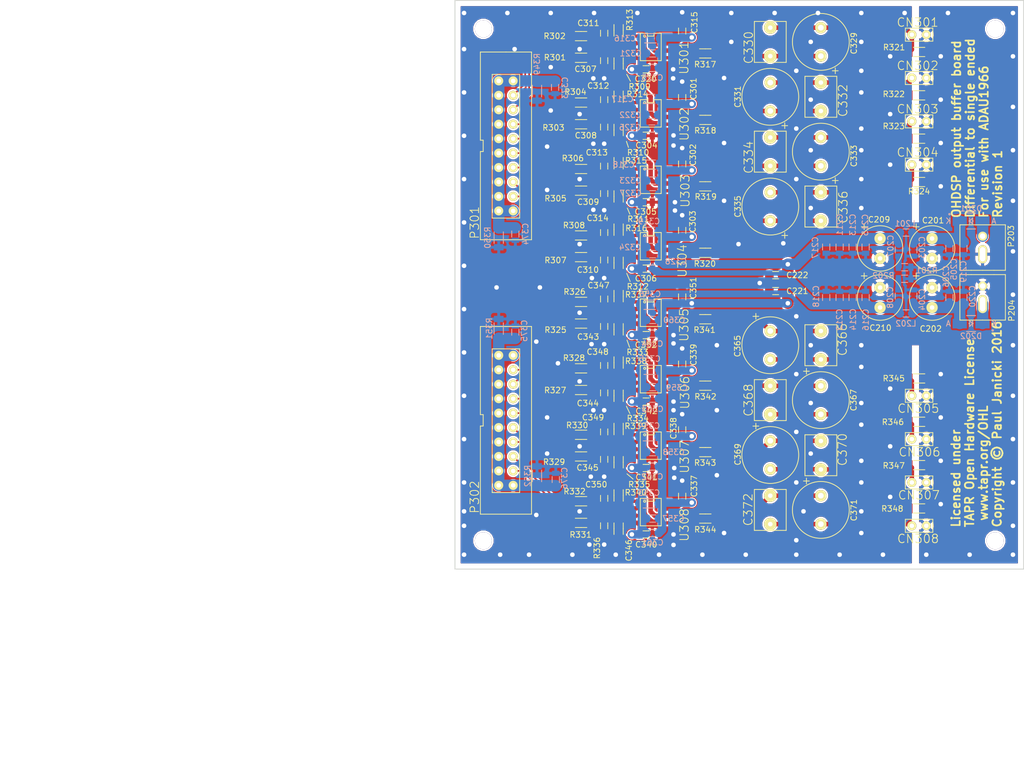
<source format=kicad_pcb>
(kicad_pcb (version 4) (host pcbnew 4.0.1-stable)
  (title_block (title "OHDSP BUF-DiffToSE-ADAU1966") (date "18 Jan 2016") (rev 1.0) (comment 1 "MERCHANTABILITY, SATISFACTORY QUALITY AND FITNESS FOR A PARTICULAR PURPOSE.") (comment 2 "is distributed WITHOUT ANY EXPRESS OR IMPLIED WARRANTY, INCLUDING OF") (comment 3 "Licensed under the TAPR Open Hardware License (www.tapr.org/OHL). This documentation") (comment 4 "Copyright Paul Janicki 2016"))
  (layers (0 F.Cu signal) (31 B.Cu signal) (34 B.Paste user) (35 F.Paste user) (36 B.SilkS user) (37 F.SilkS user) (38 B.Mask user) (39 F.Mask user) (44 Edge.Cuts user))
  (net 0 "")
  (net 1 GNDA)
  (net 2 "Net-(C307-Pad1)")
  (net 3 "Net-(C201-Pad1)")
  (net 4 "Net-(C202-Pad2)")
  (net 5 "Net-(C207-Pad2)")
  (net 6 "Net-(C208-Pad1)")
  (net 7 "Net-(C308-Pad1)")
  (net 8 "Net-(C329-Pad1)")
  (net 9 "Net-(C331-Pad1)")
  (net 10 "Net-(C333-Pad1)")
  (net 11 "Net-(C333-Pad2)")
  (net 12 "Net-(C335-Pad1)")
  (net 13 "Net-(C335-Pad2)")
  (net 14 "Net-(C349-Pad1)")
  (net 15 "Net-(C349-Pad2)")
  (net 16 "Net-(D201-Pad1)")
  (net 17 "Net-(D202-Pad2)")
  (net 18 "Net-(P301-Pad4)")
  (net 19 "Net-(P301-Pad6)")
  (net 20 "Net-(P301-Pad8)")
  (net 21 "Net-(P301-Pad10)")
  (net 22 "Net-(P301-Pad12)")
  (net 23 "Net-(P301-Pad14)")
  (net 24 "Net-(P301-Pad16)")
  (net 25 "Net-(P301-Pad18)")
  (net 26 "Net-(P302-Pad4)")
  (net 27 "Net-(P302-Pad6)")
  (net 28 "Net-(P302-Pad8)")
  (net 29 "Net-(P302-Pad10)")
  (net 30 "Net-(P302-Pad12)")
  (net 31 "Net-(P302-Pad14)")
  (net 32 "Net-(P302-Pad16)")
  (net 33 "Net-(P302-Pad18)")
  (net 34 "Net-(C309-Pad1)")
  (net 35 "Net-(C310-Pad1)")
  (net 36 "Net-(C311-Pad1)")
  (net 37 "Net-(C311-Pad2)")
  (net 38 "Net-(C312-Pad1)")
  (net 39 "Net-(C312-Pad2)")
  (net 40 "Net-(C313-Pad1)")
  (net 41 "Net-(C313-Pad2)")
  (net 42 "Net-(C314-Pad1)")
  (net 43 "Net-(C314-Pad2)")
  (net 44 "Net-(C329-Pad2)")
  (net 45 "Net-(C331-Pad2)")
  (net 46 "Net-(C343-Pad1)")
  (net 47 "Net-(C344-Pad1)")
  (net 48 "Net-(C345-Pad1)")
  (net 49 "Net-(C346-Pad1)")
  (net 50 "Net-(C347-Pad1)")
  (net 51 "Net-(C347-Pad2)")
  (net 52 "Net-(C348-Pad1)")
  (net 53 "Net-(C348-Pad2)")
  (net 54 "Net-(C350-Pad1)")
  (net 55 "Net-(C350-Pad2)")
  (net 56 "Net-(C365-Pad1)")
  (net 57 "Net-(C365-Pad2)")
  (net 58 "Net-(C367-Pad1)")
  (net 59 "Net-(C367-Pad2)")
  (net 60 "Net-(C369-Pad1)")
  (net 61 "Net-(C369-Pad2)")
  (net 62 "Net-(C371-Pad1)")
  (net 63 "Net-(C371-Pad2)")
  (net 64 "Net-(C373-Pad1)")
  (net 65 "Net-(C375-Pad1)")
  (net 66 +9VA)
  (net 67 -9VA)
  (module MyKiCadLibs-Footprints:SMD-0805 (layer B.Cu) (at 179.07 98.946 180)
    (fp_text reference R202 (at 3.7336 0.5588 180) (layer B.SilkS) (effects (justify mirror)))
    (fp_text value 47R hide)
    (pad 1 smd rect (at -1.1 0 180) (size 0.9 1.3) (layers B.Cu B.Paste B.Mask) (net 1 GNDA))
    (pad 2 smd rect (at 1.1 0 180) (size 0.9 1.3) (layers B.Cu B.Paste B.Mask) (net 6 "Net-(C208-Pad1)"))
  )
  (module MyKiCadLibs-Footprints:SMD-0805 (layer B.Cu) (at 179.07 96.914)
    (fp_text reference R201 (at 3.8864 0.5588) (layer B.SilkS) (effects (justify mirror)))
    (fp_text value 47R hide)
    (pad 1 smd rect (at -1.1 0) (size 0.9 1.3) (layers B.Cu B.Paste B.Mask) (net 5 "Net-(C207-Pad2)"))
    (pad 2 smd rect (at 1.1 0) (size 0.9 1.3) (layers B.Cu B.Paste B.Mask) (net 1 GNDA))
  )
  (module MyKiCadLibs-Footprints:SMD-0805 (layer B.Cu) (at 134.747 84.087 180)
    (fp_text reference C327 (at 3.8606 0.1778 180) (layer B.SilkS) (effects (justify mirror)))
    (fp_text value 10n hide)
    (pad 1 smd rect (at -1.1 0 180) (size 0.9 1.3) (layers B.Cu B.Paste B.Mask) (net 66 +9VA))
    (pad 2 smd rect (at 1.1 0 180) (size 0.9 1.3) (layers B.Cu B.Paste B.Mask) (net 67 -9VA))
  )
  (module MyKiCadLibs-Footprints:SMD-0805 (layer B.Cu) (at 134.62 72.53 180)
    (fp_text reference C326 (at 3.8352 0.2032 180) (layer B.SilkS) (effects (justify mirror)))
    (fp_text value 10n hide)
    (pad 1 smd rect (at -1.1 0 180) (size 0.9 1.3) (layers B.Cu B.Paste B.Mask) (net 66 +9VA))
    (pad 2 smd rect (at 1.1 0 180) (size 0.9 1.3) (layers B.Cu B.Paste B.Mask) (net 67 -9VA))
  )
  (module MyKiCadLibs-Footprints:SMD-0805 (layer B.Cu) (at 134.747 61.862 180)
    (fp_text reference C325 (at 0.0506 -1.7272 180) (layer B.SilkS) (effects (justify mirror)))
    (fp_text value 10n hide)
    (pad 1 smd rect (at -1.1 0 180) (size 0.9 1.3) (layers B.Cu B.Paste B.Mask) (net 66 +9VA))
    (pad 2 smd rect (at 1.1 0 180) (size 0.9 1.3) (layers B.Cu B.Paste B.Mask) (net 67 -9VA))
  )
  (module MyKiCadLibs-Footprints:SMD-0805 (layer B.Cu) (at 134.747 81.674 180)
    (fp_text reference C323 (at 3.9114 0 180) (layer B.SilkS) (effects (justify mirror)))
    (fp_text value 100n hide)
    (pad 1 smd rect (at -1.1 0 180) (size 0.9 1.3) (layers B.Cu B.Paste B.Mask) (net 66 +9VA))
    (pad 2 smd rect (at 1.1 0 180) (size 0.9 1.3) (layers B.Cu B.Paste B.Mask) (net 67 -9VA))
  )
  (module MyKiCadLibs-Footprints:SMD-0805 (layer B.Cu) (at 134.62 70.117 180)
    (fp_text reference C322 (at 3.7844 -0.0254 180) (layer B.SilkS) (effects (justify mirror)))
    (fp_text value 100n hide)
    (pad 1 smd rect (at -1.1 0 180) (size 0.9 1.3) (layers B.Cu B.Paste B.Mask) (net 66 +9VA))
    (pad 2 smd rect (at 1.1 0 180) (size 0.9 1.3) (layers B.Cu B.Paste B.Mask) (net 67 -9VA))
  )
  (module MyKiCadLibs-Footprints:SMD-0805 (layer F.Cu) (at 126.238 90.818 90)
    (fp_text reference C314 (at 2.54 -1.1428 180) (layer F.SilkS))
    (fp_text value 1n hide)
    (pad 1 smd rect (at -1.1 0 90) (size 0.9 1.3) (layers F.Cu F.Paste F.Mask) (net 42 "Net-(C314-Pad1)"))
    (pad 2 smd rect (at 1.1 0 90) (size 0.9 1.3) (layers F.Cu F.Paste F.Mask) (net 43 "Net-(C314-Pad2)"))
  )
  (module MyKiCadLibs-Footprints:SMD-0805 (layer F.Cu) (at 126.238 79.134 90)
    (fp_text reference C313 (at 2.3876 -1.2952 180) (layer F.SilkS))
    (fp_text value 1n hide)
    (pad 1 smd rect (at -1.1 0 90) (size 0.9 1.3) (layers F.Cu F.Paste F.Mask) (net 40 "Net-(C313-Pad1)"))
    (pad 2 smd rect (at 1.1 0 90) (size 0.9 1.3) (layers F.Cu F.Paste F.Mask) (net 41 "Net-(C313-Pad2)"))
  )
  (module MyKiCadLibs-Footprints:SMD-0805 (layer F.Cu) (at 126.238 55.766 90)
    (fp_text reference C311 (at 1.778 -2.7684 180) (layer F.SilkS))
    (fp_text value 1n hide)
    (pad 1 smd rect (at -1.1 0 90) (size 0.9 1.3) (layers F.Cu F.Paste F.Mask) (net 36 "Net-(C311-Pad1)"))
    (pad 2 smd rect (at 1.1 0 90) (size 0.9 1.3) (layers F.Cu F.Paste F.Mask) (net 37 "Net-(C311-Pad2)"))
  )
  (module MyKiCadLibs-Footprints:SMD-0805 (layer F.Cu) (at 126.238 83.96 270)
    (fp_text reference C309 (at 1.4732 2.8192 360) (layer F.SilkS))
    (fp_text value 1n hide)
    (pad 1 smd rect (at -1.1 0 270) (size 0.9 1.3) (layers F.Cu F.Paste F.Mask) (net 34 "Net-(C309-Pad1)"))
    (pad 2 smd rect (at 1.1 0 270) (size 0.9 1.3) (layers F.Cu F.Paste F.Mask) (net 1 GNDA))
  )
  (module MyKiCadLibs-Footprints:SMD-0805 (layer F.Cu) (at 126.238 72.276 270)
    (fp_text reference C308 (at 1.4732 3.2256 360) (layer F.SilkS))
    (fp_text value 1n hide)
    (pad 1 smd rect (at -1.1 0 270) (size 0.9 1.3) (layers F.Cu F.Paste F.Mask) (net 7 "Net-(C308-Pad1)"))
    (pad 2 smd rect (at 1.1 0 270) (size 0.9 1.3) (layers F.Cu F.Paste F.Mask) (net 1 GNDA))
  )
  (module MyKiCadLibs-Footprints:CAP-TH-D8mmP3.5mm (layer F.Cu) (at 183.896 93.612 270)
    (fp_text reference C201 (at -4.9276 -0.178 360) (layer F.SilkS))
    (fp_text value 220u hide)
    (pad 1 thru_hole circle (at -1.75 0 270) (size 2 2) (drill 0.8) (layers *.Cu *.Mask F.SilkS) (net 3 "Net-(C201-Pad1)"))
    (pad 2 thru_hole circle (at 1.75 0 270) (size 2 2) (drill 0.8) (layers *.Cu *.Mask F.SilkS) (net 1 GNDA))
  )
  (module MyKiCadLibs-Footprints:CAP-TH-D8mmP3.5mm (layer F.Cu) (at 183.896 102.248 270)
    (fp_text reference C202 (at 5.4864 0.2284 360) (layer F.SilkS))
    (fp_text value 220u hide)
    (pad 1 thru_hole circle (at -1.75 0 270) (size 2 2) (drill 0.8) (layers *.Cu *.Mask F.SilkS) (net 1 GNDA))
    (pad 2 thru_hole circle (at 1.75 0 270) (size 2 2) (drill 0.8) (layers *.Cu *.Mask F.SilkS) (net 4 "Net-(C202-Pad2)"))
  )
  (module MyKiCadLibs-Footprints:SMD-0805 (layer B.Cu) (at 180.594 93.866 270)
    (fp_text reference C203 (at -0.4572 -1.5496 270) (layer B.SilkS) (effects (justify mirror)))
    (fp_text value 100n hide)
    (pad 1 smd rect (at -1.1 0 270) (size 0.9 1.3) (layers B.Cu B.Paste B.Mask) (net 3 "Net-(C201-Pad1)"))
    (pad 2 smd rect (at 1.1 0 270) (size 0.9 1.3) (layers B.Cu B.Paste B.Mask) (net 1 GNDA))
  )
  (module MyKiCadLibs-Footprints:SMD-0805 (layer B.Cu) (at 180.594 101.994 270)
    (fp_text reference C204 (at 0.6096 -1.5496 270) (layer B.SilkS) (effects (justify mirror)))
    (fp_text value 100n hide)
    (pad 1 smd rect (at -1.1 0 270) (size 0.9 1.3) (layers B.Cu B.Paste B.Mask) (net 1 GNDA))
    (pad 2 smd rect (at 1.1 0 270) (size 0.9 1.3) (layers B.Cu B.Paste B.Mask) (net 4 "Net-(C202-Pad2)"))
  )
  (module MyKiCadLibs-Footprints:SMD-0805 (layer B.Cu) (at 186.944 93.612 270)
    (fp_text reference C205 (at 3.6576 -0.7876 270) (layer B.SilkS) (effects (justify mirror)))
    (fp_text value 10n hide)
    (pad 1 smd rect (at -1.1 0 270) (size 0.9 1.3) (layers B.Cu B.Paste B.Mask) (net 3 "Net-(C201-Pad1)"))
    (pad 2 smd rect (at 1.1 0 270) (size 0.9 1.3) (layers B.Cu B.Paste B.Mask) (net 1 GNDA))
  )
  (module MyKiCadLibs-Footprints:SMD-0805 (layer B.Cu) (at 186.944 102.248 270)
    (fp_text reference C206 (at -3.7084 0.584 270) (layer B.SilkS) (effects (justify mirror)))
    (fp_text value 10n hide)
    (pad 1 smd rect (at -1.1 0 270) (size 0.9 1.3) (layers B.Cu B.Paste B.Mask) (net 1 GNDA))
    (pad 2 smd rect (at 1.1 0 270) (size 0.9 1.3) (layers B.Cu B.Paste B.Mask) (net 4 "Net-(C202-Pad2)"))
  )
  (module MyKiCadLibs-Footprints:SMD-0805 (layer B.Cu) (at 178.054 93.866 270)
    (fp_text reference C207 (at -0.7112 1.4476 270) (layer B.SilkS) (effects (justify mirror)))
    (fp_text value 100p hide)
    (pad 1 smd rect (at -1.1 0 270) (size 0.9 1.3) (layers B.Cu B.Paste B.Mask) (net 66 +9VA))
    (pad 2 smd rect (at 1.1 0 270) (size 0.9 1.3) (layers B.Cu B.Paste B.Mask) (net 5 "Net-(C207-Pad2)"))
  )
  (module MyKiCadLibs-Footprints:SMD-0805 (layer B.Cu) (at 178.054 101.994 270)
    (fp_text reference C208 (at 0.254 1.524 270) (layer B.SilkS) (effects (justify mirror)))
    (fp_text value 100p hide)
    (pad 1 smd rect (at -1.1 0 270) (size 0.9 1.3) (layers B.Cu B.Paste B.Mask) (net 6 "Net-(C208-Pad1)"))
    (pad 2 smd rect (at 1.1 0 270) (size 0.9 1.3) (layers B.Cu B.Paste B.Mask) (net 67 -9VA))
  )
  (module MyKiCadLibs-Footprints:CAP-TH-D8mmP3.5mm (layer F.Cu) (at 174.752 93.612 270)
    (fp_text reference C209 (at -5.08 0.1776 360) (layer F.SilkS))
    (fp_text value 220u hide)
    (pad 1 thru_hole circle (at -1.75 0 270) (size 2 2) (drill 0.8) (layers *.Cu *.Mask F.SilkS) (net 66 +9VA))
    (pad 2 thru_hole circle (at 1.75 0 270) (size 2 2) (drill 0.8) (layers *.Cu *.Mask F.SilkS) (net 1 GNDA))
  )
  (module MyKiCadLibs-Footprints:CAP-TH-D8mmP3.5mm (layer F.Cu) (at 174.752 102.248 270)
    (fp_text reference C210 (at 5.334 -0.0764 360) (layer F.SilkS))
    (fp_text value 220u hide)
    (pad 1 thru_hole circle (at -1.75 0 270) (size 2 2) (drill 0.8) (layers *.Cu *.Mask F.SilkS) (net 1 GNDA))
    (pad 2 thru_hole circle (at 1.75 0 270) (size 2 2) (drill 0.8) (layers *.Cu *.Mask F.SilkS) (net 67 -9VA))
  )
  (module MyKiCadLibs-Footprints:SMD-0805 (layer B.Cu) (at 167.64 93.358 270)
    (fp_text reference C211 (at -3.9116 -0.0256 270) (layer B.SilkS) (effects (justify mirror)))
    (fp_text value 100n hide)
    (pad 1 smd rect (at -1.1 0 270) (size 0.9 1.3) (layers B.Cu B.Paste B.Mask) (net 66 +9VA))
    (pad 2 smd rect (at 1.1 0 270) (size 0.9 1.3) (layers B.Cu B.Paste B.Mask) (net 1 GNDA))
  )
  (module MyKiCadLibs-Footprints:SMD-0805 (layer B.Cu) (at 167.64 102.248 270)
    (fp_text reference C212 (at 3.9116 0.0252 270) (layer B.SilkS) (effects (justify mirror)))
    (fp_text value 100n hide)
    (pad 1 smd rect (at -1.1 0 270) (size 0.9 1.3) (layers B.Cu B.Paste B.Mask) (net 1 GNDA))
    (pad 2 smd rect (at 1.1 0 270) (size 0.9 1.3) (layers B.Cu B.Paste B.Mask) (net 67 -9VA))
  )
  (module MyKiCadLibs-Footprints:SMD-0805 (layer B.Cu) (at 169.926 93.358 270)
    (fp_text reference C213 (at -3.9116 -0.0256 270) (layer B.SilkS) (effects (justify mirror)))
    (fp_text value 10n hide)
    (pad 1 smd rect (at -1.1 0 270) (size 0.9 1.3) (layers B.Cu B.Paste B.Mask) (net 66 +9VA))
    (pad 2 smd rect (at 1.1 0 270) (size 0.9 1.3) (layers B.Cu B.Paste B.Mask) (net 1 GNDA))
  )
  (module MyKiCadLibs-Footprints:SMD-0805 (layer B.Cu) (at 169.926 102.248 270)
    (fp_text reference C214 (at 3.8608 -0.0764 270) (layer B.SilkS) (effects (justify mirror)))
    (fp_text value 10n hide)
    (pad 1 smd rect (at -1.1 0 270) (size 0.9 1.3) (layers B.Cu B.Paste B.Mask) (net 1 GNDA))
    (pad 2 smd rect (at 1.1 0 270) (size 0.9 1.3) (layers B.Cu B.Paste B.Mask) (net 67 -9VA))
  )
  (module MyKiCadLibs-Footprints:SMD-0805 (layer B.Cu) (at 172.212 93.358 270)
    (fp_text reference C215 (at -3.8608 0.076 270) (layer B.SilkS) (effects (justify mirror)))
    (fp_text value 1n hide)
    (pad 1 smd rect (at -1.1 0 270) (size 0.9 1.3) (layers B.Cu B.Paste B.Mask) (net 66 +9VA))
    (pad 2 smd rect (at 1.1 0 270) (size 0.9 1.3) (layers B.Cu B.Paste B.Mask) (net 1 GNDA))
  )
  (module MyKiCadLibs-Footprints:SMD-0805 (layer B.Cu) (at 172.212 102.248 270)
    (fp_text reference C216 (at 3.9116 -0.0256 270) (layer B.SilkS) (effects (justify mirror)))
    (fp_text value 1n hide)
    (pad 1 smd rect (at -1.1 0 270) (size 0.9 1.3) (layers B.Cu B.Paste B.Mask) (net 1 GNDA))
    (pad 2 smd rect (at 1.1 0 270) (size 0.9 1.3) (layers B.Cu B.Paste B.Mask) (net 67 -9VA))
  )
  (module MyKiCadLibs-Footprints:SMD-0805 (layer F.Cu) (at 126.238 60.592 270)
    (fp_text reference C307 (at 1.4732 3.2764 360) (layer F.SilkS))
    (fp_text value 1n hide)
    (pad 1 smd rect (at -1.1 0 270) (size 0.9 1.3) (layers F.Cu F.Paste F.Mask) (net 2 "Net-(C307-Pad1)"))
    (pad 2 smd rect (at 1.1 0 270) (size 0.9 1.3) (layers F.Cu F.Paste F.Mask) (net 1 GNDA))
  )
  (module MyKiCadLibs-Footprints:SMD-0805 (layer F.Cu) (at 126.238 95.644 270)
    (fp_text reference C310 (at 1.7272 2.87 360) (layer F.SilkS))
    (fp_text value 1n hide)
    (pad 1 smd rect (at -1.1 0 270) (size 0.9 1.3) (layers F.Cu F.Paste F.Mask) (net 35 "Net-(C310-Pad1)"))
    (pad 2 smd rect (at 1.1 0 270) (size 0.9 1.3) (layers F.Cu F.Paste F.Mask) (net 1 GNDA))
  )
  (module MyKiCadLibs-Footprints:SMD-0805 (layer F.Cu) (at 126.238 67.45 90)
    (fp_text reference C312 (at 2.4384 -1.0412 180) (layer F.SilkS))
    (fp_text value 1n hide)
    (pad 1 smd rect (at -1.1 0 90) (size 0.9 1.3) (layers F.Cu F.Paste F.Mask) (net 38 "Net-(C312-Pad1)"))
    (pad 2 smd rect (at 1.1 0 90) (size 0.9 1.3) (layers F.Cu F.Paste F.Mask) (net 39 "Net-(C312-Pad2)"))
  )
  (module MyKiCadLibs-Footprints:SMD-0805 (layer B.Cu) (at 134.747 59.322 180)
    (fp_text reference C321 (at 3.8606 0 180) (layer B.SilkS) (effects (justify mirror)))
    (fp_text value 100n hide)
    (pad 1 smd rect (at -1.1 0 180) (size 0.9 1.3) (layers B.Cu B.Paste B.Mask) (net 66 +9VA))
    (pad 2 smd rect (at 1.1 0 180) (size 0.9 1.3) (layers B.Cu B.Paste B.Mask) (net 67 -9VA))
  )
  (module MyKiCadLibs-Footprints:SMD-0805 (layer B.Cu) (at 134.747 93.358 180)
    (fp_text reference C324 (at 3.9622 -0.0508 180) (layer B.SilkS) (effects (justify mirror)))
    (fp_text value 100n hide)
    (pad 1 smd rect (at -1.1 0 180) (size 0.9 1.3) (layers B.Cu B.Paste B.Mask) (net 66 +9VA))
    (pad 2 smd rect (at 1.1 0 180) (size 0.9 1.3) (layers B.Cu B.Paste B.Mask) (net 67 -9VA))
  )
  (module MyKiCadLibs-Footprints:SMD-0805 (layer B.Cu) (at 134.747 95.898 180)
    (fp_text reference C328 (at -4.115 0 180) (layer B.SilkS) (effects (justify mirror)))
    (fp_text value 10n hide)
    (pad 1 smd rect (at -1.1 0 180) (size 0.9 1.3) (layers B.Cu B.Paste B.Mask) (net 66 +9VA))
    (pad 2 smd rect (at 1.1 0 180) (size 0.9 1.3) (layers B.Cu B.Paste B.Mask) (net 67 -9VA))
  )
  (module MyKiCadLibs-Footprints:CAP-TH-D10mmP5mm (layer F.Cu) (at 164.338 57.29 90)
    (fp_text reference C329 (at -0.254 5.8168 90) (layer F.SilkS))
    (fp_text value 100u hide)
    (pad 1 thru_hole circle (at -2.5 0 90) (size 2 2) (drill 1) (layers *.Cu *.Mask F.SilkS) (net 8 "Net-(C329-Pad1)"))
    (pad 2 thru_hole circle (at 2.5 0 90) (size 2 2) (drill 1) (layers *.Cu *.Mask F.SilkS) (net 44 "Net-(C329-Pad2)"))
  )
  (module MyKiCadLibs-Footprints:CAP_TH_5mm (layer F.Cu) (at 155.448 57.29 90)
    (fp_text reference C330 (at -1 -3.8 90) (layer F.SilkS) (effects (font (size 1.5 1.5))))
    (fp_text value 100n hide)
    (pad 1 thru_hole circle (at -2.5 0 90) (size 2.2 2.2) (drill 0.8) (layers *.Cu *.Mask F.SilkS) (net 8 "Net-(C329-Pad1)"))
    (pad 2 thru_hole circle (at 2.5 0 90) (size 2.2 2.2) (drill 0.8) (layers *.Cu *.Mask F.SilkS) (net 44 "Net-(C329-Pad2)"))
  )
  (module MyKiCadLibs-Footprints:CAP-TH-D10mmP5mm (layer F.Cu) (at 155.448 66.942 90)
    (fp_text reference C331 (at 0 -5.715 90) (layer F.SilkS))
    (fp_text value 100u hide)
    (pad 1 thru_hole circle (at -2.5 0 90) (size 2 2) (drill 1) (layers *.Cu *.Mask F.SilkS) (net 9 "Net-(C331-Pad1)"))
    (pad 2 thru_hole circle (at 2.5 0 90) (size 2 2) (drill 1) (layers *.Cu *.Mask F.SilkS) (net 45 "Net-(C331-Pad2)"))
  )
  (module MyKiCadLibs-Footprints:CAP_TH_5mm (layer F.Cu) (at 164.338 66.942 90)
    (fp_text reference C332 (at -0.6604 3.8864 90) (layer F.SilkS) (effects (font (size 1.5 1.5))))
    (fp_text value 100n hide)
    (pad 1 thru_hole circle (at -2.5 0 90) (size 2.2 2.2) (drill 0.8) (layers *.Cu *.Mask F.SilkS) (net 9 "Net-(C331-Pad1)"))
    (pad 2 thru_hole circle (at 2.5 0 90) (size 2.2 2.2) (drill 0.8) (layers *.Cu *.Mask F.SilkS) (net 45 "Net-(C331-Pad2)"))
  )
  (module MyKiCadLibs-Footprints:CAP-TH-D10mmP5mm (layer F.Cu) (at 164.338 76.594 90)
    (fp_text reference C333 (at -0.762 5.8168 90) (layer F.SilkS))
    (fp_text value 100u hide)
    (pad 1 thru_hole circle (at -2.5 0 90) (size 2 2) (drill 1) (layers *.Cu *.Mask F.SilkS) (net 10 "Net-(C333-Pad1)"))
    (pad 2 thru_hole circle (at 2.5 0 90) (size 2 2) (drill 1) (layers *.Cu *.Mask F.SilkS) (net 11 "Net-(C333-Pad2)"))
  )
  (module MyKiCadLibs-Footprints:CAP_TH_5mm (layer F.Cu) (at 155.448 76.594 90)
    (fp_text reference C334 (at -1 -3.8 90) (layer F.SilkS) (effects (font (size 1.5 1.5))))
    (fp_text value 100n hide)
    (pad 1 thru_hole circle (at -2.5 0 90) (size 2.2 2.2) (drill 0.8) (layers *.Cu *.Mask F.SilkS) (net 10 "Net-(C333-Pad1)"))
    (pad 2 thru_hole circle (at 2.5 0 90) (size 2.2 2.2) (drill 0.8) (layers *.Cu *.Mask F.SilkS) (net 11 "Net-(C333-Pad2)"))
  )
  (module MyKiCadLibs-Footprints:CAP-TH-D10mmP5mm (layer F.Cu) (at 155.448 86.246 90)
    (fp_text reference C335 (at 0 -5.715 90) (layer F.SilkS))
    (fp_text value 100u hide)
    (pad 1 thru_hole circle (at -2.5 0 90) (size 2 2) (drill 1) (layers *.Cu *.Mask F.SilkS) (net 12 "Net-(C335-Pad1)"))
    (pad 2 thru_hole circle (at 2.5 0 90) (size 2 2) (drill 1) (layers *.Cu *.Mask F.SilkS) (net 13 "Net-(C335-Pad2)"))
  )
  (module MyKiCadLibs-Footprints:CAP_TH_5mm (layer F.Cu) (at 164.338 86.246 90)
    (fp_text reference C336 (at -0.1016 3.9372 90) (layer F.SilkS) (effects (font (size 1.5 1.5))))
    (fp_text value 100n hide)
    (pad 1 thru_hole circle (at -2.5 0 90) (size 2.2 2.2) (drill 0.8) (layers *.Cu *.Mask F.SilkS) (net 12 "Net-(C335-Pad1)"))
    (pad 2 thru_hole circle (at 2.5 0 90) (size 2.2 2.2) (drill 0.8) (layers *.Cu *.Mask F.SilkS) (net 13 "Net-(C335-Pad2)"))
  )
  (module MyKiCadLibs-Footprints:CONN_SIL_2 (layer F.Cu) (at 180.34 56.02)
    (fp_text reference CN301 (at 1.016 -2.159) (layer F.SilkS) (effects (font (size 1.5 1.5))))
    (fp_text value COAX hide)
    (pad 1 thru_hole circle (at 0 0) (size 1.6 1.6) (drill 0.8) (layers *.Cu *.Mask F.SilkS) (net 44 "Net-(C329-Pad2)"))
    (pad 2 thru_hole circle (at 2.54 0) (size 1.6 1.6) (drill 0.8) (layers *.Cu *.Mask F.SilkS) (net 1 GNDA))
  )
  (module MyKiCadLibs-Footprints:CONN_SIL_2 (layer F.Cu) (at 180.34 63.64)
    (fp_text reference CN302 (at 1.016 -2.159) (layer F.SilkS) (effects (font (size 1.5 1.5))))
    (fp_text value COAX hide)
    (pad 1 thru_hole circle (at 0 0) (size 1.6 1.6) (drill 0.8) (layers *.Cu *.Mask F.SilkS) (net 45 "Net-(C331-Pad2)"))
    (pad 2 thru_hole circle (at 2.54 0) (size 1.6 1.6) (drill 0.8) (layers *.Cu *.Mask F.SilkS) (net 1 GNDA))
  )
  (module MyKiCadLibs-Footprints:CONN_SIL_2 (layer F.Cu) (at 180.34 71.26)
    (fp_text reference CN303 (at 1.016 -2.159) (layer F.SilkS) (effects (font (size 1.5 1.5))))
    (fp_text value COAX hide)
    (pad 1 thru_hole circle (at 0 0) (size 1.6 1.6) (drill 0.8) (layers *.Cu *.Mask F.SilkS) (net 11 "Net-(C333-Pad2)"))
    (pad 2 thru_hole circle (at 2.54 0) (size 1.6 1.6) (drill 0.8) (layers *.Cu *.Mask F.SilkS) (net 1 GNDA))
  )
  (module MyKiCadLibs-Footprints:CONN_SIL_2 (layer F.Cu) (at 180.34 78.88)
    (fp_text reference CN304 (at 1.016 -2.159) (layer F.SilkS) (effects (font (size 1.5 1.5))))
    (fp_text value COAX hide)
    (pad 1 thru_hole circle (at 0 0) (size 1.6 1.6) (drill 0.8) (layers *.Cu *.Mask F.SilkS) (net 13 "Net-(C335-Pad2)"))
    (pad 2 thru_hole circle (at 2.54 0) (size 1.6 1.6) (drill 0.8) (layers *.Cu *.Mask F.SilkS) (net 1 GNDA))
  )
  (module MyKiCadLibs-Footprints:DIODE-SMA (layer B.Cu) (at 190.754 88.786 180)
    (fp_text reference D201 (at 0 2.2 180) (layer B.SilkS) (effects (justify mirror)))
    (fp_text value B230A hide)
    (fp_text user K (at 4 0 180) (layer B.SilkS) (effects (justify mirror)))
    (fp_text user A (at -4 0 180) (layer B.SilkS) (effects (justify mirror)))
    (pad 1 smd rect (at -2 0 180) (size 2.5 1.7) (layers B.Cu B.Paste B.Mask) (net 16 "Net-(D201-Pad1)"))
    (pad 2 smd rect (at 2 0 180) (size 2.5 1.7) (layers B.Cu B.Paste B.Mask) (net 3 "Net-(C201-Pad1)"))
  )
  (module MyKiCadLibs-Footprints:DIODE-SMA (layer B.Cu) (at 190.754 106.82)
    (fp_text reference D202 (at 0 2.2) (layer B.SilkS) (effects (justify mirror)))
    (fp_text value B230A hide)
    (fp_text user K (at 4 0) (layer B.SilkS) (effects (justify mirror)))
    (fp_text user A (at -4 0) (layer B.SilkS) (effects (justify mirror)))
    (pad 1 smd rect (at -2 0) (size 2.5 1.7) (layers B.Cu B.Paste B.Mask) (net 4 "Net-(C202-Pad2)"))
    (pad 2 smd rect (at 2 0) (size 2.5 1.7) (layers B.Cu B.Paste B.Mask) (net 17 "Net-(D202-Pad2)"))
  )
  (module MyKiCadLibs-Footprints:SMD-0805 (layer B.Cu) (at 179.324 90.818 180)
    (fp_text reference L201 (at 0.1776 1.5748 180) (layer B.SilkS) (effects (justify mirror)))
    (fp_text value 600R@100MHz hide)
    (pad 1 smd rect (at -1.1 0 180) (size 0.9 1.3) (layers B.Cu B.Paste B.Mask) (net 3 "Net-(C201-Pad1)"))
    (pad 2 smd rect (at 1.1 0 180) (size 0.9 1.3) (layers B.Cu B.Paste B.Mask) (net 66 +9VA))
  )
  (module MyKiCadLibs-Footprints:SMD-0805 (layer B.Cu) (at 179.324 105.042 180)
    (fp_text reference L202 (at 0.0252 -1.778 180) (layer B.SilkS) (effects (justify mirror)))
    (fp_text value 600R@100MHz hide)
    (pad 1 smd rect (at -1.1 0 180) (size 0.9 1.3) (layers B.Cu B.Paste B.Mask) (net 4 "Net-(C202-Pad2)"))
    (pad 2 smd rect (at 1.1 0 180) (size 0.9 1.3) (layers B.Cu B.Paste B.Mask) (net 67 -9VA))
  )
  (module Mounting_Holes:MountingHole_3mm (layer F.Cu) (at 105 145 270)
    (fp_text reference P201 hide)
    (fp_text value PIN hide)
    (pad 1 thru_hole circle (at 0 0 270) (size 3 3) (drill 3) (layers))
  )
  (module Mounting_Holes:MountingHole_3mm (layer F.Cu) (at 195 145 270)
    (fp_text reference P202 hide)
    (fp_text value PIN hide)
    (pad 1 thru_hole circle (at 0 0 270) (size 3 3) (drill 3) (layers))
  )
  (module MyKiCadLibs-Footprints:CONN-2WAY-2.54mm-3.81mm-SPACING (layer F.Cu) (at 192.786 91.453 270)
    (fp_text reference P203 (at 0 -5 270) (layer F.SilkS))
    (fp_text value CONN_2x1 hide)
    (pad 1 thru_hole circle (at 0 0 270) (size 1.6 1.6) (drill 1) (layers *.Cu *.Mask F.SilkS) (net 16 "Net-(D201-Pad1)"))
    (pad 2 thru_hole oval (at 3.175 0 270) (size 3.2 1.6) (drill oval 2.54 1) (layers *.Cu *.Mask F.SilkS) (net 1 GNDA))
  )
  (module MyKiCadLibs-Footprints:CONN-2WAY-2.54mm-3.81mm-SPACING (layer F.Cu) (at 192.786 100.216 270)
    (fp_text reference P204 (at 4.318 -5.1056 270) (layer F.SilkS))
    (fp_text value CONN_2x1 hide)
    (pad 1 thru_hole circle (at 0 0 270) (size 1.6 1.6) (drill 1) (layers *.Cu *.Mask F.SilkS) (net 1 GNDA))
    (pad 2 thru_hole oval (at 3.175 0 270) (size 3.2 1.6) (drill oval 2.54 1) (layers *.Cu *.Mask F.SilkS) (net 17 "Net-(D202-Pad2)"))
  )
  (module Mounting_Holes:MountingHole_3mm (layer F.Cu) (at 195 55 270)
    (fp_text reference P205 hide)
    (fp_text value PIN hide)
    (pad 1 thru_hole circle (at 0 0 270) (size 3 3) (drill 3) (layers))
  )
  (module Mounting_Holes:MountingHole_3mm (layer F.Cu) (at 105 55)
    (fp_text reference P206 hide)
    (fp_text value PIN hide)
    (pad 1 thru_hole circle (at 0 0) (size 3 3) (drill 3) (layers))
  )
  (module MyKiCadLibs-Footprints:CONN_DIL_2X10_BOX (layer F.Cu) (at 108.966 75.578)
    (fp_text reference P301 (at -5.5 13.5 90) (layer F.SilkS) (effects (font (size 1.5 1.5))))
    (fp_text value CONN_02X10 hide)
    (pad 1 thru_hole circle (at -1.27 -11.43) (size 1.6 1.6) (drill 0.8) (layers *.Cu *.Mask F.SilkS) (net 64 "Net-(C373-Pad1)"))
    (pad 2 thru_hole circle (at 1.27 -11.43) (size 1.6 1.6) (drill 0.8) (layers *.Cu *.Mask F.SilkS) (net 64 "Net-(C373-Pad1)"))
    (pad 3 thru_hole circle (at -1.27 -8.89) (size 1.6 1.6) (drill 0.8) (layers *.Cu *.Mask F.SilkS) (net 64 "Net-(C373-Pad1)"))
    (pad 4 thru_hole circle (at 1.27 -8.89) (size 1.6 1.6) (drill 0.8) (layers *.Cu *.Mask F.SilkS) (net 18 "Net-(P301-Pad4)"))
    (pad 5 thru_hole circle (at -1.27 -6.35) (size 1.6 1.6) (drill 0.8) (layers *.Cu *.Mask F.SilkS) (net 64 "Net-(C373-Pad1)"))
    (pad 6 thru_hole circle (at 1.27 -6.35) (size 1.6 1.6) (drill 0.8) (layers *.Cu *.Mask F.SilkS) (net 19 "Net-(P301-Pad6)"))
    (pad 7 thru_hole circle (at -1.27 -3.81) (size 1.6 1.6) (drill 0.8) (layers *.Cu *.Mask F.SilkS) (net 64 "Net-(C373-Pad1)"))
    (pad 8 thru_hole circle (at 1.27 -3.81) (size 1.6 1.6) (drill 0.8) (layers *.Cu *.Mask F.SilkS) (net 20 "Net-(P301-Pad8)"))
    (pad 9 thru_hole circle (at -1.27 -1.27) (size 1.6 1.6) (drill 0.8) (layers *.Cu *.Mask F.SilkS) (net 64 "Net-(C373-Pad1)"))
    (pad 10 thru_hole circle (at 1.27 -1.27) (size 1.6 1.6) (drill 0.8) (layers *.Cu *.Mask F.SilkS) (net 21 "Net-(P301-Pad10)"))
    (pad 11 thru_hole circle (at -1.27 1.27) (size 1.6 1.6) (drill 0.8) (layers *.Cu *.Mask F.SilkS) (net 64 "Net-(C373-Pad1)"))
    (pad 12 thru_hole circle (at 1.27 1.27) (size 1.6 1.6) (drill 0.8) (layers *.Cu *.Mask F.SilkS) (net 22 "Net-(P301-Pad12)"))
    (pad 13 thru_hole circle (at -1.27 3.81) (size 1.6 1.6) (drill 0.8) (layers *.Cu *.Mask F.SilkS) (net 64 "Net-(C373-Pad1)"))
    (pad 14 thru_hole circle (at 1.27 3.81) (size 1.6 1.6) (drill 0.8) (layers *.Cu *.Mask F.SilkS) (net 23 "Net-(P301-Pad14)"))
    (pad 15 thru_hole circle (at -1.27 6.35) (size 1.6 1.6) (drill 0.8) (layers *.Cu *.Mask F.SilkS) (net 64 "Net-(C373-Pad1)"))
    (pad 16 thru_hole circle (at 1.27 6.35) (size 1.6 1.6) (drill 0.8) (layers *.Cu *.Mask F.SilkS) (net 24 "Net-(P301-Pad16)"))
    (pad 17 thru_hole circle (at -1.27 8.89) (size 1.6 1.6) (drill 0.8) (layers *.Cu *.Mask F.SilkS) (net 64 "Net-(C373-Pad1)"))
    (pad 18 thru_hole circle (at 1.27 8.89) (size 1.6 1.6) (drill 0.8) (layers *.Cu *.Mask F.SilkS) (net 25 "Net-(P301-Pad18)"))
    (pad 19 thru_hole circle (at -1.27 11.43) (size 1.6 1.6) (drill 0.8) (layers *.Cu *.Mask F.SilkS) (net 64 "Net-(C373-Pad1)"))
    (pad 20 thru_hole circle (at 1.27 11.43) (size 1.6 1.6) (drill 0.8) (layers *.Cu *.Mask F.SilkS) (net 64 "Net-(C373-Pad1)"))
  )
  (module MyKiCadLibs-Footprints:SMD-1206 (layer F.Cu) (at 122.174 60.084 180)
    (fp_text reference R301 (at 4.5972 0.0508 180) (layer F.SilkS))
    (fp_text value 1k3 hide)
    (pad 1 smd rect (at -1.7 0 180) (size 1.1 1.7) (layers F.Cu F.Paste F.Mask) (net 2 "Net-(C307-Pad1)"))
    (pad 2 smd rect (at 1.7 0 180) (size 1.1 1.7) (layers F.Cu F.Paste F.Mask) (net 19 "Net-(P301-Pad6)"))
  )
  (module MyKiCadLibs-Footprints:SMD-1206 (layer F.Cu) (at 122.174 56.274 180)
    (fp_text reference R302 (at 4.648 0 180) (layer F.SilkS))
    (fp_text value 1k3 hide)
    (pad 1 smd rect (at -1.7 0 180) (size 1.1 1.7) (layers F.Cu F.Paste F.Mask) (net 36 "Net-(C311-Pad1)"))
    (pad 2 smd rect (at 1.7 0 180) (size 1.1 1.7) (layers F.Cu F.Paste F.Mask) (net 18 "Net-(P301-Pad4)"))
  )
  (module MyKiCadLibs-Footprints:SMD-1206 (layer F.Cu) (at 122.174 71.768 180)
    (fp_text reference R303 (at 4.8512 -0.6096 180) (layer F.SilkS))
    (fp_text value 1k3 hide)
    (pad 1 smd rect (at -1.7 0 180) (size 1.1 1.7) (layers F.Cu F.Paste F.Mask) (net 7 "Net-(C308-Pad1)"))
    (pad 2 smd rect (at 1.7 0 180) (size 1.1 1.7) (layers F.Cu F.Paste F.Mask) (net 21 "Net-(P301-Pad10)"))
  )
  (module MyKiCadLibs-Footprints:SMD-1206 (layer F.Cu) (at 122.174 67.958 180)
    (fp_text reference R304 (at 0.9904 1.8796 180) (layer F.SilkS))
    (fp_text value 1k3 hide)
    (pad 1 smd rect (at -1.7 0 180) (size 1.1 1.7) (layers F.Cu F.Paste F.Mask) (net 38 "Net-(C312-Pad1)"))
    (pad 2 smd rect (at 1.7 0 180) (size 1.1 1.7) (layers F.Cu F.Paste F.Mask) (net 20 "Net-(P301-Pad8)"))
  )
  (module MyKiCadLibs-Footprints:SMD-1206 (layer F.Cu) (at 122.174 83.452 180)
    (fp_text reference R305 (at 4.4956 -1.3716 180) (layer F.SilkS))
    (fp_text value 1k3 hide)
    (pad 1 smd rect (at -1.7 0 180) (size 1.1 1.7) (layers F.Cu F.Paste F.Mask) (net 34 "Net-(C309-Pad1)"))
    (pad 2 smd rect (at 1.7 0 180) (size 1.1 1.7) (layers F.Cu F.Paste F.Mask) (net 23 "Net-(P301-Pad14)"))
  )
  (module MyKiCadLibs-Footprints:SMD-1206 (layer F.Cu) (at 122.174 79.642 180)
    (fp_text reference R306 (at 1.4476 1.8796 180) (layer F.SilkS))
    (fp_text value 1k3 hide)
    (pad 1 smd rect (at -1.7 0 180) (size 1.1 1.7) (layers F.Cu F.Paste F.Mask) (net 40 "Net-(C313-Pad1)"))
    (pad 2 smd rect (at 1.7 0 180) (size 1.1 1.7) (layers F.Cu F.Paste F.Mask) (net 22 "Net-(P301-Pad12)"))
  )
  (module MyKiCadLibs-Footprints:SMD-1206 (layer F.Cu) (at 122.174 95.136 180)
    (fp_text reference R307 (at 4.4956 -0.5588 180) (layer F.SilkS))
    (fp_text value 1k3 hide)
    (pad 1 smd rect (at -1.7 0 180) (size 1.1 1.7) (layers F.Cu F.Paste F.Mask) (net 35 "Net-(C310-Pad1)"))
    (pad 2 smd rect (at 1.7 0 180) (size 1.1 1.7) (layers F.Cu F.Paste F.Mask) (net 25 "Net-(P301-Pad18)"))
  )
  (module MyKiCadLibs-Footprints:SMD-1206 (layer F.Cu) (at 122.174 91.326 180)
    (fp_text reference R308 (at 1.2444 1.778 180) (layer F.SilkS))
    (fp_text value 1k3 hide)
    (pad 1 smd rect (at -1.7 0 180) (size 1.1 1.7) (layers F.Cu F.Paste F.Mask) (net 42 "Net-(C314-Pad1)"))
    (pad 2 smd rect (at 1.7 0 180) (size 1.1 1.7) (layers F.Cu F.Paste F.Mask) (net 24 "Net-(P301-Pad16)"))
  )
  (module MyKiCadLibs-Footprints:SMD-1206 (layer F.Cu) (at 128.778 61.1 90)
    (fp_text reference R309 (at -4.064 3.6832 180) (layer F.SilkS))
    (fp_text value 1k5 hide)
    (pad 1 smd rect (at -1.7 0 90) (size 1.1 1.7) (layers F.Cu F.Paste F.Mask) (net 1 GNDA))
    (pad 2 smd rect (at 1.7 0 90) (size 1.1 1.7) (layers F.Cu F.Paste F.Mask) (net 2 "Net-(C307-Pad1)"))
  )
  (module MyKiCadLibs-Footprints:SMD-1206 (layer F.Cu) (at 128.778 72.784 90)
    (fp_text reference R310 (at -3.9624 3.4292 180) (layer F.SilkS))
    (fp_text value 1k5 hide)
    (pad 1 smd rect (at -1.7 0 90) (size 1.1 1.7) (layers F.Cu F.Paste F.Mask) (net 1 GNDA))
    (pad 2 smd rect (at 1.7 0 90) (size 1.1 1.7) (layers F.Cu F.Paste F.Mask) (net 7 "Net-(C308-Pad1)"))
  )
  (module MyKiCadLibs-Footprints:SMD-1206 (layer F.Cu) (at 128.778 84.468 90)
    (fp_text reference R311 (at -3.9624 3.48 180) (layer F.SilkS))
    (fp_text value 1k5 hide)
    (pad 1 smd rect (at -1.7 0 90) (size 1.1 1.7) (layers F.Cu F.Paste F.Mask) (net 1 GNDA))
    (pad 2 smd rect (at 1.7 0 90) (size 1.1 1.7) (layers F.Cu F.Paste F.Mask) (net 34 "Net-(C309-Pad1)"))
  )
  (module MyKiCadLibs-Footprints:SMD-1206 (layer F.Cu) (at 128.778 96.152 90)
    (fp_text reference R312 (at -4.1656 3.3784 180) (layer F.SilkS))
    (fp_text value 1k5 hide)
    (pad 1 smd rect (at -1.7 0 90) (size 1.1 1.7) (layers F.Cu F.Paste F.Mask) (net 1 GNDA))
    (pad 2 smd rect (at 1.7 0 90) (size 1.1 1.7) (layers F.Cu F.Paste F.Mask) (net 35 "Net-(C310-Pad1)"))
  )
  (module MyKiCadLibs-Footprints:SMD-1206 (layer F.Cu) (at 128.778 55.258 270)
    (fp_text reference R313 (at -1.8288 -1.956 270) (layer F.SilkS))
    (fp_text value 1k5 hide)
    (pad 1 smd rect (at -1.7 0 270) (size 1.1 1.7) (layers F.Cu F.Paste F.Mask) (net 37 "Net-(C311-Pad2)"))
    (pad 2 smd rect (at 1.7 0 270) (size 1.1 1.7) (layers F.Cu F.Paste F.Mask) (net 36 "Net-(C311-Pad1)"))
  )
  (module MyKiCadLibs-Footprints:SMD-1206 (layer F.Cu) (at 128.778 66.942 270)
    (fp_text reference R314 (at -0.4572 -3.3276 360) (layer F.SilkS))
    (fp_text value 1k5 hide)
    (pad 1 smd rect (at -1.7 0 270) (size 1.1 1.7) (layers F.Cu F.Paste F.Mask) (net 39 "Net-(C312-Pad2)"))
    (pad 2 smd rect (at 1.7 0 270) (size 1.1 1.7) (layers F.Cu F.Paste F.Mask) (net 38 "Net-(C312-Pad1)"))
  )
  (module MyKiCadLibs-Footprints:SMD-1206 (layer F.Cu) (at 128.778 78.626 270)
    (fp_text reference R315 (at -0.4572 -3.0736 360) (layer F.SilkS))
    (fp_text value 1k5 hide)
    (pad 1 smd rect (at -1.7 0 270) (size 1.1 1.7) (layers F.Cu F.Paste F.Mask) (net 41 "Net-(C313-Pad2)"))
    (pad 2 smd rect (at 1.7 0 270) (size 1.1 1.7) (layers F.Cu F.Paste F.Mask) (net 40 "Net-(C313-Pad1)"))
  )
  (module MyKiCadLibs-Footprints:SMD-1206 (layer F.Cu) (at 128.778 90.31 270)
    (fp_text reference R316 (at -0.254 -3.1244 360) (layer F.SilkS))
    (fp_text value 1k5 hide)
    (pad 1 smd rect (at -1.7 0 270) (size 1.1 1.7) (layers F.Cu F.Paste F.Mask) (net 43 "Net-(C314-Pad2)"))
    (pad 2 smd rect (at 1.7 0 270) (size 1.1 1.7) (layers F.Cu F.Paste F.Mask) (net 42 "Net-(C314-Pad1)"))
  )
  (module MyKiCadLibs-Footprints:SMD-1206 (layer F.Cu) (at 144.018 59.322 180)
    (fp_text reference R317 (at 0.0252 -1.9304 180) (layer F.SilkS))
    (fp_text value 100 hide)
    (pad 1 smd rect (at -1.7 0 180) (size 1.1 1.7) (layers F.Cu F.Paste F.Mask) (net 8 "Net-(C329-Pad1)"))
    (pad 2 smd rect (at 1.7 0 180) (size 1.1 1.7) (layers F.Cu F.Paste F.Mask) (net 37 "Net-(C311-Pad2)"))
  )
  (module MyKiCadLibs-Footprints:SMD-1206 (layer F.Cu) (at 144.018 71.006 180)
    (fp_text reference R318 (at 0 -1.8796 180) (layer F.SilkS))
    (fp_text value 100 hide)
    (pad 1 smd rect (at -1.7 0 180) (size 1.1 1.7) (layers F.Cu F.Paste F.Mask) (net 9 "Net-(C331-Pad1)"))
    (pad 2 smd rect (at 1.7 0 180) (size 1.1 1.7) (layers F.Cu F.Paste F.Mask) (net 39 "Net-(C312-Pad2)"))
  )
  (module MyKiCadLibs-Footprints:SMD-1206 (layer F.Cu) (at 144.018 82.69 180)
    (fp_text reference R319 (at -0.0764 -1.8288 180) (layer F.SilkS))
    (fp_text value 100 hide)
    (pad 1 smd rect (at -1.7 0 180) (size 1.1 1.7) (layers F.Cu F.Paste F.Mask) (net 10 "Net-(C333-Pad1)"))
    (pad 2 smd rect (at 1.7 0 180) (size 1.1 1.7) (layers F.Cu F.Paste F.Mask) (net 41 "Net-(C313-Pad2)"))
  )
  (module MyKiCadLibs-Footprints:SMD-1206 (layer F.Cu) (at 144.018 94.374 180)
    (fp_text reference R320 (at 0.076 -1.9304 180) (layer F.SilkS))
    (fp_text value 100 hide)
    (pad 1 smd rect (at -1.7 0 180) (size 1.1 1.7) (layers F.Cu F.Paste F.Mask) (net 12 "Net-(C335-Pad1)"))
    (pad 2 smd rect (at 1.7 0 180) (size 1.1 1.7) (layers F.Cu F.Paste F.Mask) (net 43 "Net-(C314-Pad2)"))
  )
  (module MyKiCadLibs-Footprints:SMD-1206 (layer F.Cu) (at 181.61 59.068 180)
    (fp_text reference R321 (at 4.394 0.8128 180) (layer F.SilkS))
    (fp_text value 100K hide)
    (pad 1 smd rect (at -1.7 0 180) (size 1.1 1.7) (layers F.Cu F.Paste F.Mask) (net 1 GNDA))
    (pad 2 smd rect (at 1.7 0 180) (size 1.1 1.7) (layers F.Cu F.Paste F.Mask) (net 44 "Net-(C329-Pad2)"))
  )
  (module MyKiCadLibs-Footprints:SMD-1206 (layer F.Cu) (at 181.61 66.688 180)
    (fp_text reference R322 (at 4.4448 0.2032 180) (layer F.SilkS))
    (fp_text value 100K hide)
    (pad 1 smd rect (at -1.7 0 180) (size 1.1 1.7) (layers F.Cu F.Paste F.Mask) (net 1 GNDA))
    (pad 2 smd rect (at 1.7 0 180) (size 1.1 1.7) (layers F.Cu F.Paste F.Mask) (net 45 "Net-(C331-Pad2)"))
  )
  (module MyKiCadLibs-Footprints:SMD-1206 (layer F.Cu) (at 181.61 74.308 180)
    (fp_text reference R323 (at 4.4448 2.1844 180) (layer F.SilkS))
    (fp_text value 100K hide)
    (pad 1 smd rect (at -1.7 0 180) (size 1.1 1.7) (layers F.Cu F.Paste F.Mask) (net 1 GNDA))
    (pad 2 smd rect (at 1.7 0 180) (size 1.1 1.7) (layers F.Cu F.Paste F.Mask) (net 11 "Net-(C333-Pad2)"))
  )
  (module MyKiCadLibs-Footprints:SMD-1206 (layer F.Cu) (at 181.61 81.928 180)
    (fp_text reference R324 (at 0 -1.65 180) (layer F.SilkS))
    (fp_text value 100K hide)
    (pad 1 smd rect (at -1.7 0 180) (size 1.1 1.7) (layers F.Cu F.Paste F.Mask) (net 1 GNDA))
    (pad 2 smd rect (at 1.7 0 180) (size 1.1 1.7) (layers F.Cu F.Paste F.Mask) (net 13 "Net-(C335-Pad2)"))
  )
  (module MyKiCadLibs-Footprints:IC_SOIC_8 (layer F.Cu) (at 131.826 56.274)
    (fp_text reference U301 (at 8.4584 3.81 90) (layer F.SilkS) (effects (font (size 1.5 1.5))))
    (fp_text value IC-OPAMP-SINGLE-SOIC8 hide)
    (pad 1 smd rect (at 0 0) (size 2.2 0.6) (layers F.Cu F.Paste F.Mask))
    (pad 2 smd rect (at 0 1.27) (size 2.2 0.6) (layers F.Cu F.Paste F.Mask) (net 36 "Net-(C311-Pad1)"))
    (pad 3 smd rect (at 0 2.54) (size 2.2 0.6) (layers F.Cu F.Paste F.Mask) (net 2 "Net-(C307-Pad1)"))
    (pad 4 smd rect (at 0 3.81) (size 2.2 0.6) (layers F.Cu F.Paste F.Mask) (net 67 -9VA))
    (pad 5 smd rect (at 5.2 3.81) (size 2.2 0.6) (layers F.Cu F.Paste F.Mask))
    (pad 6 smd rect (at 5.2 2.54) (size 2.2 0.6) (layers F.Cu F.Paste F.Mask) (net 37 "Net-(C311-Pad2)"))
    (pad 7 smd rect (at 5.2 1.27) (size 2.2 0.6) (layers F.Cu F.Paste F.Mask) (net 66 +9VA))
    (pad 8 smd rect (at 5.2 0) (size 2.2 0.6) (layers F.Cu F.Paste F.Mask))
  )
  (module MyKiCadLibs-Footprints:IC_SOIC_8 (layer F.Cu) (at 131.826 67.958)
    (fp_text reference U302 (at 8.5092 3.81 90) (layer F.SilkS) (effects (font (size 1.5 1.5))))
    (fp_text value IC-OPAMP-SINGLE-SOIC8 hide)
    (pad 1 smd rect (at 0 0) (size 2.2 0.6) (layers F.Cu F.Paste F.Mask))
    (pad 2 smd rect (at 0 1.27) (size 2.2 0.6) (layers F.Cu F.Paste F.Mask) (net 38 "Net-(C312-Pad1)"))
    (pad 3 smd rect (at 0 2.54) (size 2.2 0.6) (layers F.Cu F.Paste F.Mask) (net 7 "Net-(C308-Pad1)"))
    (pad 4 smd rect (at 0 3.81) (size 2.2 0.6) (layers F.Cu F.Paste F.Mask) (net 67 -9VA))
    (pad 5 smd rect (at 5.2 3.81) (size 2.2 0.6) (layers F.Cu F.Paste F.Mask))
    (pad 6 smd rect (at 5.2 2.54) (size 2.2 0.6) (layers F.Cu F.Paste F.Mask) (net 39 "Net-(C312-Pad2)"))
    (pad 7 smd rect (at 5.2 1.27) (size 2.2 0.6) (layers F.Cu F.Paste F.Mask) (net 66 +9VA))
    (pad 8 smd rect (at 5.2 0) (size 2.2 0.6) (layers F.Cu F.Paste F.Mask))
  )
  (module MyKiCadLibs-Footprints:IC_SOIC_8 (layer F.Cu) (at 131.826 79.642)
    (fp_text reference U303 (at 8.6616 3.8608 90) (layer F.SilkS) (effects (font (size 1.5 1.5))))
    (fp_text value IC-OPAMP-SINGLE-SOIC8 hide)
    (pad 1 smd rect (at 0 0) (size 2.2 0.6) (layers F.Cu F.Paste F.Mask))
    (pad 2 smd rect (at 0 1.27) (size 2.2 0.6) (layers F.Cu F.Paste F.Mask) (net 40 "Net-(C313-Pad1)"))
    (pad 3 smd rect (at 0 2.54) (size 2.2 0.6) (layers F.Cu F.Paste F.Mask) (net 34 "Net-(C309-Pad1)"))
    (pad 4 smd rect (at 0 3.81) (size 2.2 0.6) (layers F.Cu F.Paste F.Mask) (net 67 -9VA))
    (pad 5 smd rect (at 5.2 3.81) (size 2.2 0.6) (layers F.Cu F.Paste F.Mask))
    (pad 6 smd rect (at 5.2 2.54) (size 2.2 0.6) (layers F.Cu F.Paste F.Mask) (net 41 "Net-(C313-Pad2)"))
    (pad 7 smd rect (at 5.2 1.27) (size 2.2 0.6) (layers F.Cu F.Paste F.Mask) (net 66 +9VA))
    (pad 8 smd rect (at 5.2 0) (size 2.2 0.6) (layers F.Cu F.Paste F.Mask))
  )
  (module MyKiCadLibs-Footprints:IC_SOIC_8 (layer F.Cu) (at 131.826 91.326)
    (fp_text reference U304 (at 8.1536 4.4704 90) (layer F.SilkS) (effects (font (size 1.5 1.5))))
    (fp_text value IC-OPAMP-SINGLE-SOIC8 hide)
    (pad 1 smd rect (at 0 0) (size 2.2 0.6) (layers F.Cu F.Paste F.Mask))
    (pad 2 smd rect (at 0 1.27) (size 2.2 0.6) (layers F.Cu F.Paste F.Mask) (net 42 "Net-(C314-Pad1)"))
    (pad 3 smd rect (at 0 2.54) (size 2.2 0.6) (layers F.Cu F.Paste F.Mask) (net 35 "Net-(C310-Pad1)"))
    (pad 4 smd rect (at 0 3.81) (size 2.2 0.6) (layers F.Cu F.Paste F.Mask) (net 67 -9VA))
    (pad 5 smd rect (at 5.2 3.81) (size 2.2 0.6) (layers F.Cu F.Paste F.Mask))
    (pad 6 smd rect (at 5.2 2.54) (size 2.2 0.6) (layers F.Cu F.Paste F.Mask) (net 43 "Net-(C314-Pad2)"))
    (pad 7 smd rect (at 5.2 1.27) (size 2.2 0.6) (layers F.Cu F.Paste F.Mask) (net 66 +9VA))
    (pad 8 smd rect (at 5.2 0) (size 2.2 0.6) (layers F.Cu F.Paste F.Mask))
  )
  (module MyKiCadLibs-Footprints:SMD-0805 (layer F.Cu) (at 139.954 55.385 90)
    (fp_text reference C315 (at 1.4986 2.1592 90) (layer F.SilkS))
    (fp_text value 100n hide)
    (pad 1 smd rect (at -1.1 0 90) (size 0.9 1.3) (layers F.Cu F.Paste F.Mask) (net 66 +9VA))
    (pad 2 smd rect (at 1.1 0 90) (size 0.9 1.3) (layers F.Cu F.Paste F.Mask) (net 1 GNDA))
  )
  (module MyKiCadLibs-Footprints:SMD-0805 (layer F.Cu) (at 133.604 62.116 180)
    (fp_text reference C320 (at 0.076 -1.6764 180) (layer F.SilkS))
    (fp_text value 100n hide)
    (pad 1 smd rect (at -1.1 0 180) (size 0.9 1.3) (layers F.Cu F.Paste F.Mask) (net 1 GNDA))
    (pad 2 smd rect (at 1.1 0 180) (size 0.9 1.3) (layers F.Cu F.Paste F.Mask) (net 67 -9VA))
  )
  (module MyKiCadLibs-Footprints:SMD-0805 (layer F.Cu) (at 139.954 67.069 90)
    (fp_text reference C301 (at 1.5494 2.0068 90) (layer F.SilkS))
    (fp_text value 100n hide)
    (pad 1 smd rect (at -1.1 0 90) (size 0.9 1.3) (layers F.Cu F.Paste F.Mask) (net 66 +9VA))
    (pad 2 smd rect (at 1.1 0 90) (size 0.9 1.3) (layers F.Cu F.Paste F.Mask) (net 1 GNDA))
  )
  (module MyKiCadLibs-Footprints:SMD-0805 (layer F.Cu) (at 139.954 78.753 90)
    (fp_text reference C302 (at 1.6002 1.9052 90) (layer F.SilkS))
    (fp_text value 100n hide)
    (pad 1 smd rect (at -1.1 0 90) (size 0.9 1.3) (layers F.Cu F.Paste F.Mask) (net 66 +9VA))
    (pad 2 smd rect (at 1.1 0 90) (size 0.9 1.3) (layers F.Cu F.Paste F.Mask) (net 1 GNDA))
  )
  (module MyKiCadLibs-Footprints:SMD-0805 (layer F.Cu) (at 139.954 90.437 90)
    (fp_text reference C303 (at 1.5494 1.8544 90) (layer F.SilkS))
    (fp_text value 100n hide)
    (pad 1 smd rect (at -1.1 0 90) (size 0.9 1.3) (layers F.Cu F.Paste F.Mask) (net 66 +9VA))
    (pad 2 smd rect (at 1.1 0 90) (size 0.9 1.3) (layers F.Cu F.Paste F.Mask) (net 1 GNDA))
  )
  (module MyKiCadLibs-Footprints:SMD-0805 (layer F.Cu) (at 133.604 73.8 180)
    (fp_text reference C304 (at -0.0764 -1.6764 180) (layer F.SilkS))
    (fp_text value 100n hide)
    (pad 1 smd rect (at -1.1 0 180) (size 0.9 1.3) (layers F.Cu F.Paste F.Mask) (net 1 GNDA))
    (pad 2 smd rect (at 1.1 0 180) (size 0.9 1.3) (layers F.Cu F.Paste F.Mask) (net 67 -9VA))
  )
  (module MyKiCadLibs-Footprints:SMD-0805 (layer F.Cu) (at 133.604 85.484 180)
    (fp_text reference C305 (at 0.076 -1.6764 180) (layer F.SilkS))
    (fp_text value 100n hide)
    (pad 1 smd rect (at -1.1 0 180) (size 0.9 1.3) (layers F.Cu F.Paste F.Mask) (net 1 GNDA))
    (pad 2 smd rect (at 1.1 0 180) (size 0.9 1.3) (layers F.Cu F.Paste F.Mask) (net 67 -9VA))
  )
  (module MyKiCadLibs-Footprints:SMD-0805 (layer F.Cu) (at 133.604 97.168 180)
    (fp_text reference C306 (at 0.0252 -1.7272 180) (layer F.SilkS))
    (fp_text value 100n hide)
    (pad 1 smd rect (at -1.1 0 180) (size 0.9 1.3) (layers F.Cu F.Paste F.Mask) (net 1 GNDA))
    (pad 2 smd rect (at 1.1 0 180) (size 0.9 1.3) (layers F.Cu F.Paste F.Mask) (net 67 -9VA))
  )
  (module MyKiCadLibs-Footprints:SMD-1206 (layer B.Cu) (at 134.366 56.655 180)
    (fp_text reference C316 (at 4.4448 -0.0254 180) (layer B.SilkS) (effects (justify mirror)))
    (fp_text value 22u hide)
    (pad 1 smd rect (at -1.7 0 180) (size 1.1 1.7) (layers B.Cu B.Paste B.Mask) (net 66 +9VA))
    (pad 2 smd rect (at 1.7 0 180) (size 1.1 1.7) (layers B.Cu B.Paste B.Mask) (net 67 -9VA))
  )
  (module MyKiCadLibs-Footprints:SMD-1206 (layer B.Cu) (at 134.112 67.323 180)
    (fp_text reference C317 (at 4.648 -0.0254 180) (layer B.SilkS) (effects (justify mirror)))
    (fp_text value 22u hide)
    (pad 1 smd rect (at -1.7 0 180) (size 1.1 1.7) (layers B.Cu B.Paste B.Mask) (net 66 +9VA))
    (pad 2 smd rect (at 1.7 0 180) (size 1.1 1.7) (layers B.Cu B.Paste B.Mask) (net 67 -9VA))
  )
  (module MyKiCadLibs-Footprints:SMD-1206 (layer B.Cu) (at 134.239 78.88 180)
    (fp_text reference C318 (at 4.5718 0 180) (layer B.SilkS) (effects (justify mirror)))
    (fp_text value 22u hide)
    (pad 1 smd rect (at -1.7 0 180) (size 1.1 1.7) (layers B.Cu B.Paste B.Mask) (net 66 +9VA))
    (pad 2 smd rect (at 1.7 0 180) (size 1.1 1.7) (layers B.Cu B.Paste B.Mask) (net 67 -9VA))
  )
  (module MyKiCadLibs-Footprints:SMD-1206 (layer B.Cu) (at 134.112 90.691 180)
    (fp_text reference C319 (at 0 1.8542 180) (layer B.SilkS) (effects (justify mirror)))
    (fp_text value 22u hide)
    (pad 1 smd rect (at -1.7 0 180) (size 1.1 1.7) (layers B.Cu B.Paste B.Mask) (net 66 +9VA))
    (pad 2 smd rect (at 1.7 0 180) (size 1.1 1.7) (layers B.Cu B.Paste B.Mask) (net 67 -9VA))
  )
  (module MyKiCadLibs-Footprints:SMD-0805 (layer F.Cu) (at 139.954 137.173 90)
    (fp_text reference C337 (at 1.7526 2.1084 90) (layer F.SilkS))
    (fp_text value 100n hide)
    (pad 1 smd rect (at -1.1 0 90) (size 0.9 1.3) (layers F.Cu F.Paste F.Mask) (net 66 +9VA))
    (pad 2 smd rect (at 1.1 0 90) (size 0.9 1.3) (layers F.Cu F.Paste F.Mask) (net 1 GNDA))
  )
  (module MyKiCadLibs-Footprints:SMD-0805 (layer F.Cu) (at 139.954 125.489 90)
    (fp_text reference C338 (at 0.254 -1.524 90) (layer F.SilkS))
    (fp_text value 100n hide)
    (pad 1 smd rect (at -1.1 0 90) (size 0.9 1.3) (layers F.Cu F.Paste F.Mask) (net 66 +9VA))
    (pad 2 smd rect (at 1.1 0 90) (size 0.9 1.3) (layers F.Cu F.Paste F.Mask) (net 1 GNDA))
  )
  (module MyKiCadLibs-Footprints:SMD-0805 (layer F.Cu) (at 139.954 113.932 90)
    (fp_text reference C339 (at 1.6256 2.0068 90) (layer F.SilkS))
    (fp_text value 100n hide)
    (pad 1 smd rect (at -1.1 0 90) (size 0.9 1.3) (layers F.Cu F.Paste F.Mask) (net 66 +9VA))
    (pad 2 smd rect (at 1.1 0 90) (size 0.9 1.3) (layers F.Cu F.Paste F.Mask) (net 1 GNDA))
  )
  (module MyKiCadLibs-Footprints:SMD-0805 (layer F.Cu) (at 133.604 143.904 180)
    (fp_text reference C340 (at -0.0256 -1.778 180) (layer F.SilkS))
    (fp_text value 100n hide)
    (pad 1 smd rect (at -1.1 0 180) (size 0.9 1.3) (layers F.Cu F.Paste F.Mask) (net 1 GNDA))
    (pad 2 smd rect (at 1.1 0 180) (size 0.9 1.3) (layers F.Cu F.Paste F.Mask) (net 67 -9VA))
  )
  (module MyKiCadLibs-Footprints:SMD-0805 (layer F.Cu) (at 133.604 132.22 180)
    (fp_text reference C341 (at -0.0764 -1.6256 180) (layer F.SilkS))
    (fp_text value 100n hide)
    (pad 1 smd rect (at -1.1 0 180) (size 0.9 1.3) (layers F.Cu F.Paste F.Mask) (net 1 GNDA))
    (pad 2 smd rect (at 1.1 0 180) (size 0.9 1.3) (layers F.Cu F.Paste F.Mask) (net 67 -9VA))
  )
  (module MyKiCadLibs-Footprints:SMD-0805 (layer F.Cu) (at 133.604 120.536 180)
    (fp_text reference C342 (at -0.0764 -1.6764 180) (layer F.SilkS))
    (fp_text value 100n hide)
    (pad 1 smd rect (at -1.1 0 180) (size 0.9 1.3) (layers F.Cu F.Paste F.Mask) (net 1 GNDA))
    (pad 2 smd rect (at 1.1 0 180) (size 0.9 1.3) (layers F.Cu F.Paste F.Mask) (net 67 -9VA))
  )
  (module MyKiCadLibs-Footprints:SMD-0805 (layer F.Cu) (at 126.238 107.328 270)
    (fp_text reference C343 (at 1.8288 2.8192 360) (layer F.SilkS))
    (fp_text value 1n hide)
    (pad 1 smd rect (at -1.1 0 270) (size 0.9 1.3) (layers F.Cu F.Paste F.Mask) (net 46 "Net-(C343-Pad1)"))
    (pad 2 smd rect (at 1.1 0 270) (size 0.9 1.3) (layers F.Cu F.Paste F.Mask) (net 1 GNDA))
  )
  (module MyKiCadLibs-Footprints:SMD-0805 (layer F.Cu) (at 126.238 119.012 270)
    (fp_text reference C344 (at 1.8288 2.87 360) (layer F.SilkS))
    (fp_text value 1n hide)
    (pad 1 smd rect (at -1.1 0 270) (size 0.9 1.3) (layers F.Cu F.Paste F.Mask) (net 47 "Net-(C344-Pad1)"))
    (pad 2 smd rect (at 1.1 0 270) (size 0.9 1.3) (layers F.Cu F.Paste F.Mask) (net 1 GNDA))
  )
  (module MyKiCadLibs-Footprints:SMD-0805 (layer F.Cu) (at 126.238 130.696 270)
    (fp_text reference C345 (at 1.4732 2.9208 540) (layer F.SilkS))
    (fp_text value 1n hide)
    (pad 1 smd rect (at -1.1 0 270) (size 0.9 1.3) (layers F.Cu F.Paste F.Mask) (net 48 "Net-(C345-Pad1)"))
    (pad 2 smd rect (at 1.1 0 270) (size 0.9 1.3) (layers F.Cu F.Paste F.Mask) (net 1 GNDA))
  )
  (module MyKiCadLibs-Footprints:SMD-0805 (layer F.Cu) (at 126.238 142.38 270)
    (fp_text reference C346 (at 4.318 -4.3436 270) (layer F.SilkS))
    (fp_text value 1n hide)
    (pad 1 smd rect (at -1.1 0 270) (size 0.9 1.3) (layers F.Cu F.Paste F.Mask) (net 49 "Net-(C346-Pad1)"))
    (pad 2 smd rect (at 1.1 0 270) (size 0.9 1.3) (layers F.Cu F.Paste F.Mask) (net 1 GNDA))
  )
  (module MyKiCadLibs-Footprints:SMD-0805 (layer F.Cu) (at 126.238 102.502 90)
    (fp_text reference C347 (at 2.3876 -0.9904 180) (layer F.SilkS))
    (fp_text value 1n hide)
    (pad 1 smd rect (at -1.1 0 90) (size 0.9 1.3) (layers F.Cu F.Paste F.Mask) (net 50 "Net-(C347-Pad1)"))
    (pad 2 smd rect (at 1.1 0 90) (size 0.9 1.3) (layers F.Cu F.Paste F.Mask) (net 51 "Net-(C347-Pad2)"))
  )
  (module MyKiCadLibs-Footprints:SMD-0805 (layer F.Cu) (at 126.238 114.186 90)
    (fp_text reference C348 (at 2.3876 -1.1428 180) (layer F.SilkS))
    (fp_text value 1n hide)
    (pad 1 smd rect (at -1.1 0 90) (size 0.9 1.3) (layers F.Cu F.Paste F.Mask) (net 52 "Net-(C348-Pad1)"))
    (pad 2 smd rect (at 1.1 0 90) (size 0.9 1.3) (layers F.Cu F.Paste F.Mask) (net 53 "Net-(C348-Pad2)"))
  )
  (module MyKiCadLibs-Footprints:SMD-0805 (layer F.Cu) (at 126.238 125.87 90)
    (fp_text reference C349 (at 2.54 -1.9556 180) (layer F.SilkS))
    (fp_text value 1n hide)
    (pad 1 smd rect (at -1.1 0 90) (size 0.9 1.3) (layers F.Cu F.Paste F.Mask) (net 14 "Net-(C349-Pad1)"))
    (pad 2 smd rect (at 1.1 0 90) (size 0.9 1.3) (layers F.Cu F.Paste F.Mask) (net 15 "Net-(C349-Pad2)"))
  )
  (module MyKiCadLibs-Footprints:SMD-0805 (layer F.Cu) (at 126.238 137.554 90)
    (fp_text reference C350 (at 2.4384 -1.3968 180) (layer F.SilkS))
    (fp_text value 1n hide)
    (pad 1 smd rect (at -1.1 0 90) (size 0.9 1.3) (layers F.Cu F.Paste F.Mask) (net 54 "Net-(C350-Pad1)"))
    (pad 2 smd rect (at 1.1 0 90) (size 0.9 1.3) (layers F.Cu F.Paste F.Mask) (net 55 "Net-(C350-Pad2)"))
  )
  (module MyKiCadLibs-Footprints:SMD-0805 (layer F.Cu) (at 139.954 102.121 90)
    (fp_text reference C351 (at 1.5494 1.956 90) (layer F.SilkS))
    (fp_text value 100n hide)
    (pad 1 smd rect (at -1.1 0 90) (size 0.9 1.3) (layers F.Cu F.Paste F.Mask) (net 66 +9VA))
    (pad 2 smd rect (at 1.1 0 90) (size 0.9 1.3) (layers F.Cu F.Paste F.Mask) (net 1 GNDA))
  )
  (module MyKiCadLibs-Footprints:SMD-0805 (layer F.Cu) (at 133.604 108.852 180)
    (fp_text reference C352 (at 0.0252 -1.7272 180) (layer F.SilkS))
    (fp_text value 100n hide)
    (pad 1 smd rect (at -1.1 0 180) (size 0.9 1.3) (layers F.Cu F.Paste F.Mask) (net 1 GNDA))
    (pad 2 smd rect (at 1.1 0 180) (size 0.9 1.3) (layers F.Cu F.Paste F.Mask) (net 67 -9VA))
  )
  (module MyKiCadLibs-Footprints:SMD-1206 (layer B.Cu) (at 134.112 138.443 180)
    (fp_text reference C353 (at 0 1.8542 180) (layer B.SilkS) (effects (justify mirror)))
    (fp_text value 22u hide)
    (pad 1 smd rect (at -1.7 0 180) (size 1.1 1.7) (layers B.Cu B.Paste B.Mask) (net 66 +9VA))
    (pad 2 smd rect (at 1.7 0 180) (size 1.1 1.7) (layers B.Cu B.Paste B.Mask) (net 67 -9VA))
  )
  (module MyKiCadLibs-Footprints:SMD-1206 (layer B.Cu) (at 134.112 126.632 180)
    (fp_text reference C354 (at 0 1.8288 180) (layer B.SilkS) (effects (justify mirror)))
    (fp_text value 22u hide)
    (pad 1 smd rect (at -1.7 0 180) (size 1.1 1.7) (layers B.Cu B.Paste B.Mask) (net 66 +9VA))
    (pad 2 smd rect (at 1.7 0 180) (size 1.1 1.7) (layers B.Cu B.Paste B.Mask) (net 67 -9VA))
  )
  (module MyKiCadLibs-Footprints:SMD-1206 (layer B.Cu) (at 134.239 114.948 180)
    (fp_text reference C355 (at 0 1.9304 180) (layer B.SilkS) (effects (justify mirror)))
    (fp_text value 22u hide)
    (pad 1 smd rect (at -1.7 0 180) (size 1.1 1.7) (layers B.Cu B.Paste B.Mask) (net 66 +9VA))
    (pad 2 smd rect (at 1.7 0 180) (size 1.1 1.7) (layers B.Cu B.Paste B.Mask) (net 67 -9VA))
  )
  (module MyKiCadLibs-Footprints:SMD-1206 (layer B.Cu) (at 134.239 103.518 180)
    (fp_text reference C356 (at -0.051 1.8796 180) (layer B.SilkS) (effects (justify mirror)))
    (fp_text value 22u hide)
    (pad 1 smd rect (at -1.7 0 180) (size 1.1 1.7) (layers B.Cu B.Paste B.Mask) (net 66 +9VA))
    (pad 2 smd rect (at 1.7 0 180) (size 1.1 1.7) (layers B.Cu B.Paste B.Mask) (net 67 -9VA))
  )
  (module MyKiCadLibs-Footprints:SMD-0805 (layer B.Cu) (at 134.747 141.11 180)
    (fp_text reference C357 (at -3.6578 0 180) (layer B.SilkS) (effects (justify mirror)))
    (fp_text value 100n hide)
    (pad 1 smd rect (at -1.1 0 180) (size 0.9 1.3) (layers B.Cu B.Paste B.Mask) (net 66 +9VA))
    (pad 2 smd rect (at 1.1 0 180) (size 0.9 1.3) (layers B.Cu B.Paste B.Mask) (net 67 -9VA))
  )
  (module MyKiCadLibs-Footprints:SMD-0805 (layer B.Cu) (at 134.747 129.426 180)
    (fp_text reference C358 (at -3.7086 0 180) (layer B.SilkS) (effects (justify mirror)))
    (fp_text value 100n hide)
    (pad 1 smd rect (at -1.1 0 180) (size 0.9 1.3) (layers B.Cu B.Paste B.Mask) (net 66 +9VA))
    (pad 2 smd rect (at 1.1 0 180) (size 0.9 1.3) (layers B.Cu B.Paste B.Mask) (net 67 -9VA))
  )
  (module MyKiCadLibs-Footprints:SMD-0805 (layer B.Cu) (at 134.747 117.996 180)
    (fp_text reference C359 (at -4.2674 -0.1016 180) (layer B.SilkS) (effects (justify mirror)))
    (fp_text value 100n hide)
    (pad 1 smd rect (at -1.1 0 180) (size 0.9 1.3) (layers B.Cu B.Paste B.Mask) (net 66 +9VA))
    (pad 2 smd rect (at 1.1 0 180) (size 0.9 1.3) (layers B.Cu B.Paste B.Mask) (net 67 -9VA))
  )
  (module MyKiCadLibs-Footprints:SMD-0805 (layer B.Cu) (at 134.747 106.185 180)
    (fp_text reference C360 (at -3.8102 -0.0254 180) (layer B.SilkS) (effects (justify mirror)))
    (fp_text value 100n hide)
    (pad 1 smd rect (at -1.1 0 180) (size 0.9 1.3) (layers B.Cu B.Paste B.Mask) (net 66 +9VA))
    (pad 2 smd rect (at 1.1 0 180) (size 0.9 1.3) (layers B.Cu B.Paste B.Mask) (net 67 -9VA))
  )
  (module MyKiCadLibs-Footprints:SMD-0805 (layer B.Cu) (at 134.747 143.65 180)
    (fp_text reference C361 (at -0.0002 -1.6764 180) (layer B.SilkS) (effects (justify mirror)))
    (fp_text value 10n hide)
    (pad 1 smd rect (at -1.1 0 180) (size 0.9 1.3) (layers B.Cu B.Paste B.Mask) (net 66 +9VA))
    (pad 2 smd rect (at 1.1 0 180) (size 0.9 1.3) (layers B.Cu B.Paste B.Mask) (net 67 -9VA))
  )
  (module MyKiCadLibs-Footprints:SMD-0805 (layer B.Cu) (at 134.747 131.966 180)
    (fp_text reference C362 (at 0.0506 -1.778 180) (layer B.SilkS) (effects (justify mirror)))
    (fp_text value 10n hide)
    (pad 1 smd rect (at -1.1 0 180) (size 0.9 1.3) (layers B.Cu B.Paste B.Mask) (net 66 +9VA))
    (pad 2 smd rect (at 1.1 0 180) (size 0.9 1.3) (layers B.Cu B.Paste B.Mask) (net 67 -9VA))
  )
  (module MyKiCadLibs-Footprints:SMD-0805 (layer B.Cu) (at 134.747 120.028 180)
    (fp_text reference C363 (at -0.0002 -1.8288 180) (layer B.SilkS) (effects (justify mirror)))
    (fp_text value 10n hide)
    (pad 1 smd rect (at -1.1 0 180) (size 0.9 1.3) (layers B.Cu B.Paste B.Mask) (net 66 +9VA))
    (pad 2 smd rect (at 1.1 0 180) (size 0.9 1.3) (layers B.Cu B.Paste B.Mask) (net 67 -9VA))
  )
  (module MyKiCadLibs-Footprints:SMD-0805 (layer B.Cu) (at 134.747 108.598 180)
    (fp_text reference C364 (at 0.0506 -1.778 180) (layer B.SilkS) (effects (justify mirror)))
    (fp_text value 10n hide)
    (pad 1 smd rect (at -1.1 0 180) (size 0.9 1.3) (layers B.Cu B.Paste B.Mask) (net 66 +9VA))
    (pad 2 smd rect (at 1.1 0 180) (size 0.9 1.3) (layers B.Cu B.Paste B.Mask) (net 67 -9VA))
  )
  (module MyKiCadLibs-Footprints:CAP-TH-D10mmP5mm (layer F.Cu) (at 155.448 110.63 270)
    (fp_text reference C365 (at 0.1524 5.7656 270) (layer F.SilkS))
    (fp_text value 100u hide)
    (pad 1 thru_hole circle (at -2.5 0 270) (size 2 2) (drill 1) (layers *.Cu *.Mask F.SilkS) (net 56 "Net-(C365-Pad1)"))
    (pad 2 thru_hole circle (at 2.5 0 270) (size 2 2) (drill 1) (layers *.Cu *.Mask F.SilkS) (net 57 "Net-(C365-Pad2)"))
  )
  (module MyKiCadLibs-Footprints:CAP_TH_5mm (layer F.Cu) (at 164.338 110.63 270)
    (fp_text reference C366 (at -1 -3.8 270) (layer F.SilkS) (effects (font (size 1.5 1.5))))
    (fp_text value 100n hide)
    (pad 1 thru_hole circle (at -2.5 0 270) (size 2.2 2.2) (drill 0.8) (layers *.Cu *.Mask F.SilkS) (net 56 "Net-(C365-Pad1)"))
    (pad 2 thru_hole circle (at 2.5 0 270) (size 2.2 2.2) (drill 0.8) (layers *.Cu *.Mask F.SilkS) (net 57 "Net-(C365-Pad2)"))
  )
  (module MyKiCadLibs-Footprints:CAP-TH-D10mmP5mm (layer F.Cu) (at 164.338 120.282 270)
    (fp_text reference C367 (at 0 -5.766 270) (layer F.SilkS))
    (fp_text value 100u hide)
    (pad 1 thru_hole circle (at -2.5 0 270) (size 2 2) (drill 1) (layers *.Cu *.Mask F.SilkS) (net 58 "Net-(C367-Pad1)"))
    (pad 2 thru_hole circle (at 2.5 0 270) (size 2 2) (drill 1) (layers *.Cu *.Mask F.SilkS) (net 59 "Net-(C367-Pad2)"))
  )
  (module MyKiCadLibs-Footprints:CAP_TH_5mm (layer F.Cu) (at 155.448 120.282 270)
    (fp_text reference C368 (at 0 3.8352 270) (layer F.SilkS) (effects (font (size 1.5 1.5))))
    (fp_text value 100n hide)
    (pad 1 thru_hole circle (at -2.5 0 270) (size 2.2 2.2) (drill 0.8) (layers *.Cu *.Mask F.SilkS) (net 58 "Net-(C367-Pad1)"))
    (pad 2 thru_hole circle (at 2.5 0 270) (size 2.2 2.2) (drill 0.8) (layers *.Cu *.Mask F.SilkS) (net 59 "Net-(C367-Pad2)"))
  )
  (module MyKiCadLibs-Footprints:CAP-TH-D10mmP5mm (layer F.Cu) (at 155.448 129.934 270)
    (fp_text reference C369 (at -0.1016 5.7148 270) (layer F.SilkS))
    (fp_text value 100u hide)
    (pad 1 thru_hole circle (at -2.5 0 270) (size 2 2) (drill 1) (layers *.Cu *.Mask F.SilkS) (net 60 "Net-(C369-Pad1)"))
    (pad 2 thru_hole circle (at 2.5 0 270) (size 2 2) (drill 1) (layers *.Cu *.Mask F.SilkS) (net 61 "Net-(C369-Pad2)"))
  )
  (module MyKiCadLibs-Footprints:CAP_TH_5mm (layer F.Cu) (at 164.338 129.974 270)
    (fp_text reference C370 (at -1 -3.8 270) (layer F.SilkS) (effects (font (size 1.5 1.5))))
    (fp_text value 100n hide)
    (pad 1 thru_hole circle (at -2.5 0 270) (size 2.2 2.2) (drill 0.8) (layers *.Cu *.Mask F.SilkS) (net 60 "Net-(C369-Pad1)"))
    (pad 2 thru_hole circle (at 2.5 0 270) (size 2.2 2.2) (drill 0.8) (layers *.Cu *.Mask F.SilkS) (net 61 "Net-(C369-Pad2)"))
  )
  (module MyKiCadLibs-Footprints:CAP-TH-D10mmP5mm (layer F.Cu) (at 164.338 139.586 270)
    (fp_text reference C371 (at 0.0508 -5.8168 270) (layer F.SilkS))
    (fp_text value 100u hide)
    (pad 1 thru_hole circle (at -2.5 0 270) (size 2 2) (drill 1) (layers *.Cu *.Mask F.SilkS) (net 62 "Net-(C371-Pad1)"))
    (pad 2 thru_hole circle (at 2.5 0 270) (size 2 2) (drill 1) (layers *.Cu *.Mask F.SilkS) (net 63 "Net-(C371-Pad2)"))
  )
  (module MyKiCadLibs-Footprints:CAP_TH_5mm (layer F.Cu) (at 155.448 139.586 270)
    (fp_text reference C372 (at -0.0508 3.886 270) (layer F.SilkS) (effects (font (size 1.5 1.5))))
    (fp_text value 100n hide)
    (pad 1 thru_hole circle (at -2.5 0 270) (size 2.2 2.2) (drill 0.8) (layers *.Cu *.Mask F.SilkS) (net 62 "Net-(C371-Pad1)"))
    (pad 2 thru_hole circle (at 2.5 0 270) (size 2.2 2.2) (drill 0.8) (layers *.Cu *.Mask F.SilkS) (net 63 "Net-(C371-Pad2)"))
  )
  (module MyKiCadLibs-Footprints:CONN_SIL_2 (layer F.Cu) (at 180.34 119.52)
    (fp_text reference CN305 (at 1.1432 2.2352) (layer F.SilkS) (effects (font (size 1.5 1.5))))
    (fp_text value COAX hide)
    (pad 1 thru_hole circle (at 0 0) (size 1.6 1.6) (drill 0.8) (layers *.Cu *.Mask F.SilkS) (net 57 "Net-(C365-Pad2)"))
    (pad 2 thru_hole circle (at 2.54 0) (size 1.6 1.6) (drill 0.8) (layers *.Cu *.Mask F.SilkS) (net 1 GNDA))
  )
  (module MyKiCadLibs-Footprints:CONN_SIL_2 (layer F.Cu) (at 180.34 127.14)
    (fp_text reference CN306 (at 1.3464 2.286) (layer F.SilkS) (effects (font (size 1.5 1.5))))
    (fp_text value COAX hide)
    (pad 1 thru_hole circle (at 0 0) (size 1.6 1.6) (drill 0.8) (layers *.Cu *.Mask F.SilkS) (net 59 "Net-(C367-Pad2)"))
    (pad 2 thru_hole circle (at 2.54 0) (size 1.6 1.6) (drill 0.8) (layers *.Cu *.Mask F.SilkS) (net 1 GNDA))
  )
  (module MyKiCadLibs-Footprints:CONN_SIL_2 (layer F.Cu) (at 180.34 134.76)
    (fp_text reference CN307 (at 1.2448 2.2352) (layer F.SilkS) (effects (font (size 1.5 1.5))))
    (fp_text value COAX hide)
    (pad 1 thru_hole circle (at 0 0) (size 1.6 1.6) (drill 0.8) (layers *.Cu *.Mask F.SilkS) (net 61 "Net-(C369-Pad2)"))
    (pad 2 thru_hole circle (at 2.54 0) (size 1.6 1.6) (drill 0.8) (layers *.Cu *.Mask F.SilkS) (net 1 GNDA))
  )
  (module MyKiCadLibs-Footprints:CONN_SIL_2 (layer F.Cu) (at 180.34 142.38)
    (fp_text reference CN308 (at 1.0924 2.286) (layer F.SilkS) (effects (font (size 1.5 1.5))))
    (fp_text value COAX hide)
    (pad 1 thru_hole circle (at 0 0) (size 1.6 1.6) (drill 0.8) (layers *.Cu *.Mask F.SilkS) (net 63 "Net-(C371-Pad2)"))
    (pad 2 thru_hole circle (at 2.54 0) (size 1.6 1.6) (drill 0.8) (layers *.Cu *.Mask F.SilkS) (net 1 GNDA))
  )
  (module MyKiCadLibs-Footprints:CONN_DIL_2X10_BOX (layer F.Cu) (at 108.966 123.838)
    (fp_text reference P302 (at -5.5 13.5 90) (layer F.SilkS) (effects (font (size 1.5 1.5))))
    (fp_text value CONN_02X10 hide)
    (pad 1 thru_hole circle (at -1.27 -11.43) (size 1.6 1.6) (drill 0.8) (layers *.Cu *.Mask F.SilkS) (net 65 "Net-(C375-Pad1)"))
    (pad 2 thru_hole circle (at 1.27 -11.43) (size 1.6 1.6) (drill 0.8) (layers *.Cu *.Mask F.SilkS) (net 65 "Net-(C375-Pad1)"))
    (pad 3 thru_hole circle (at -1.27 -8.89) (size 1.6 1.6) (drill 0.8) (layers *.Cu *.Mask F.SilkS) (net 65 "Net-(C375-Pad1)"))
    (pad 4 thru_hole circle (at 1.27 -8.89) (size 1.6 1.6) (drill 0.8) (layers *.Cu *.Mask F.SilkS) (net 26 "Net-(P302-Pad4)"))
    (pad 5 thru_hole circle (at -1.27 -6.35) (size 1.6 1.6) (drill 0.8) (layers *.Cu *.Mask F.SilkS) (net 65 "Net-(C375-Pad1)"))
    (pad 6 thru_hole circle (at 1.27 -6.35) (size 1.6 1.6) (drill 0.8) (layers *.Cu *.Mask F.SilkS) (net 27 "Net-(P302-Pad6)"))
    (pad 7 thru_hole circle (at -1.27 -3.81) (size 1.6 1.6) (drill 0.8) (layers *.Cu *.Mask F.SilkS) (net 65 "Net-(C375-Pad1)"))
    (pad 8 thru_hole circle (at 1.27 -3.81) (size 1.6 1.6) (drill 0.8) (layers *.Cu *.Mask F.SilkS) (net 28 "Net-(P302-Pad8)"))
    (pad 9 thru_hole circle (at -1.27 -1.27) (size 1.6 1.6) (drill 0.8) (layers *.Cu *.Mask F.SilkS) (net 65 "Net-(C375-Pad1)"))
    (pad 10 thru_hole circle (at 1.27 -1.27) (size 1.6 1.6) (drill 0.8) (layers *.Cu *.Mask F.SilkS) (net 29 "Net-(P302-Pad10)"))
    (pad 11 thru_hole circle (at -1.27 1.27) (size 1.6 1.6) (drill 0.8) (layers *.Cu *.Mask F.SilkS) (net 65 "Net-(C375-Pad1)"))
    (pad 12 thru_hole circle (at 1.27 1.27) (size 1.6 1.6) (drill 0.8) (layers *.Cu *.Mask F.SilkS) (net 30 "Net-(P302-Pad12)"))
    (pad 13 thru_hole circle (at -1.27 3.81) (size 1.6 1.6) (drill 0.8) (layers *.Cu *.Mask F.SilkS) (net 65 "Net-(C375-Pad1)"))
    (pad 14 thru_hole circle (at 1.27 3.81) (size 1.6 1.6) (drill 0.8) (layers *.Cu *.Mask F.SilkS) (net 31 "Net-(P302-Pad14)"))
    (pad 15 thru_hole circle (at -1.27 6.35) (size 1.6 1.6) (drill 0.8) (layers *.Cu *.Mask F.SilkS) (net 65 "Net-(C375-Pad1)"))
    (pad 16 thru_hole circle (at 1.27 6.35) (size 1.6 1.6) (drill 0.8) (layers *.Cu *.Mask F.SilkS) (net 32 "Net-(P302-Pad16)"))
    (pad 17 thru_hole circle (at -1.27 8.89) (size 1.6 1.6) (drill 0.8) (layers *.Cu *.Mask F.SilkS) (net 65 "Net-(C375-Pad1)"))
    (pad 18 thru_hole circle (at 1.27 8.89) (size 1.6 1.6) (drill 0.8) (layers *.Cu *.Mask F.SilkS) (net 33 "Net-(P302-Pad18)"))
    (pad 19 thru_hole circle (at -1.27 11.43) (size 1.6 1.6) (drill 0.8) (layers *.Cu *.Mask F.SilkS) (net 65 "Net-(C375-Pad1)"))
    (pad 20 thru_hole circle (at 1.27 11.43) (size 1.6 1.6) (drill 0.8) (layers *.Cu *.Mask F.SilkS) (net 65 "Net-(C375-Pad1)"))
  )
  (module MyKiCadLibs-Footprints:SMD-1206 (layer F.Cu) (at 122.174 106.82 180)
    (fp_text reference R325 (at 4.4956 -1.1176 180) (layer F.SilkS))
    (fp_text value 1k3 hide)
    (pad 1 smd rect (at -1.7 0 180) (size 1.1 1.7) (layers F.Cu F.Paste F.Mask) (net 46 "Net-(C343-Pad1)"))
    (pad 2 smd rect (at 1.7 0 180) (size 1.1 1.7) (layers F.Cu F.Paste F.Mask) (net 27 "Net-(P302-Pad6)"))
  )
  (module MyKiCadLibs-Footprints:SMD-1206 (layer F.Cu) (at 122.174 103.01 180)
    (fp_text reference R326 (at 1.1428 1.778 180) (layer F.SilkS))
    (fp_text value 1k3 hide)
    (pad 1 smd rect (at -1.7 0 180) (size 1.1 1.7) (layers F.Cu F.Paste F.Mask) (net 50 "Net-(C347-Pad1)"))
    (pad 2 smd rect (at 1.7 0 180) (size 1.1 1.7) (layers F.Cu F.Paste F.Mask) (net 26 "Net-(P302-Pad4)"))
  )
  (module MyKiCadLibs-Footprints:SMD-1206 (layer F.Cu) (at 122.174 118.504 180)
    (fp_text reference R327 (at 4.5464 -0.0508 180) (layer F.SilkS))
    (fp_text value 1k3 hide)
    (pad 1 smd rect (at -1.7 0 180) (size 1.1 1.7) (layers F.Cu F.Paste F.Mask) (net 47 "Net-(C344-Pad1)"))
    (pad 2 smd rect (at 1.7 0 180) (size 1.1 1.7) (layers F.Cu F.Paste F.Mask) (net 29 "Net-(P302-Pad10)"))
  )
  (module MyKiCadLibs-Footprints:SMD-1206 (layer F.Cu) (at 122.174 114.694 180)
    (fp_text reference R328 (at 1.2444 1.8288 180) (layer F.SilkS))
    (fp_text value 1k3 hide)
    (pad 1 smd rect (at -1.7 0 180) (size 1.1 1.7) (layers F.Cu F.Paste F.Mask) (net 52 "Net-(C348-Pad1)"))
    (pad 2 smd rect (at 1.7 0 180) (size 1.1 1.7) (layers F.Cu F.Paste F.Mask) (net 28 "Net-(P302-Pad8)"))
  )
  (module MyKiCadLibs-Footprints:SMD-1206 (layer F.Cu) (at 122.174 130.188 180)
    (fp_text reference R329 (at 4.7496 -0.9652 180) (layer F.SilkS))
    (fp_text value 1k3 hide)
    (pad 1 smd rect (at -1.7 0 180) (size 1.1 1.7) (layers F.Cu F.Paste F.Mask) (net 48 "Net-(C345-Pad1)"))
    (pad 2 smd rect (at 1.7 0 180) (size 1.1 1.7) (layers F.Cu F.Paste F.Mask) (net 31 "Net-(P302-Pad14)"))
  )
  (module MyKiCadLibs-Footprints:SMD-1206 (layer F.Cu) (at 122.174 126.378 180)
    (fp_text reference R330 (at 0.6856 1.6764 180) (layer F.SilkS))
    (fp_text value 1k3 hide)
    (pad 1 smd rect (at -1.7 0 180) (size 1.1 1.7) (layers F.Cu F.Paste F.Mask) (net 14 "Net-(C349-Pad1)"))
    (pad 2 smd rect (at 1.7 0 180) (size 1.1 1.7) (layers F.Cu F.Paste F.Mask) (net 30 "Net-(P302-Pad12)"))
  )
  (module MyKiCadLibs-Footprints:SMD-1206 (layer F.Cu) (at 122.174 141.872 180)
    (fp_text reference R331 (at 0.076 -2.0828 180) (layer F.SilkS))
    (fp_text value 1k3 hide)
    (pad 1 smd rect (at -1.7 0 180) (size 1.1 1.7) (layers F.Cu F.Paste F.Mask) (net 49 "Net-(C346-Pad1)"))
    (pad 2 smd rect (at 1.7 0 180) (size 1.1 1.7) (layers F.Cu F.Paste F.Mask) (net 33 "Net-(P302-Pad18)"))
  )
  (module MyKiCadLibs-Footprints:SMD-1206 (layer F.Cu) (at 122.174 138.062 180)
    (fp_text reference R332 (at 1.1428 1.7272 180) (layer F.SilkS))
    (fp_text value 1k3 hide)
    (pad 1 smd rect (at -1.7 0 180) (size 1.1 1.7) (layers F.Cu F.Paste F.Mask) (net 54 "Net-(C350-Pad1)"))
    (pad 2 smd rect (at 1.7 0 180) (size 1.1 1.7) (layers F.Cu F.Paste F.Mask) (net 32 "Net-(P302-Pad16)"))
  )
  (module MyKiCadLibs-Footprints:SMD-1206 (layer F.Cu) (at 128.778 107.836 90)
    (fp_text reference R333 (at -4.0132 3.3276 180) (layer F.SilkS))
    (fp_text value 1k5 hide)
    (pad 1 smd rect (at -1.7 0 90) (size 1.1 1.7) (layers F.Cu F.Paste F.Mask) (net 1 GNDA))
    (pad 2 smd rect (at 1.7 0 90) (size 1.1 1.7) (layers F.Cu F.Paste F.Mask) (net 46 "Net-(C343-Pad1)"))
  )
  (module MyKiCadLibs-Footprints:SMD-1206 (layer F.Cu) (at 128.778 119.52 90)
    (fp_text reference R334 (at -3.9624 3.3784 180) (layer F.SilkS))
    (fp_text value 1k5 hide)
    (pad 1 smd rect (at -1.7 0 90) (size 1.1 1.7) (layers F.Cu F.Paste F.Mask) (net 1 GNDA))
    (pad 2 smd rect (at 1.7 0 90) (size 1.1 1.7) (layers F.Cu F.Paste F.Mask) (net 47 "Net-(C344-Pad1)"))
  )
  (module MyKiCadLibs-Footprints:SMD-1206 (layer F.Cu) (at 128.778 131.204 90)
    (fp_text reference R335 (at -3.9116 3.6324 180) (layer F.SilkS))
    (fp_text value 1k5 hide)
    (pad 1 smd rect (at -1.7 0 90) (size 1.1 1.7) (layers F.Cu F.Paste F.Mask) (net 1 GNDA))
    (pad 2 smd rect (at 1.7 0 90) (size 1.1 1.7) (layers F.Cu F.Paste F.Mask) (net 48 "Net-(C345-Pad1)"))
  )
  (module MyKiCadLibs-Footprints:SMD-1206 (layer F.Cu) (at 128.778 142.888 90)
    (fp_text reference R336 (at -3.4036 -3.7844 90) (layer F.SilkS))
    (fp_text value 1k5 hide)
    (pad 1 smd rect (at -1.7 0 90) (size 1.1 1.7) (layers F.Cu F.Paste F.Mask) (net 1 GNDA))
    (pad 2 smd rect (at 1.7 0 90) (size 1.1 1.7) (layers F.Cu F.Paste F.Mask) (net 49 "Net-(C346-Pad1)"))
  )
  (module MyKiCadLibs-Footprints:SMD-1206 (layer F.Cu) (at 128.778 101.994 270)
    (fp_text reference R337 (at -0.254 -3.0736 360) (layer F.SilkS))
    (fp_text value 1k5 hide)
    (pad 1 smd rect (at -1.7 0 270) (size 1.1 1.7) (layers F.Cu F.Paste F.Mask) (net 51 "Net-(C347-Pad2)"))
    (pad 2 smd rect (at 1.7 0 270) (size 1.1 1.7) (layers F.Cu F.Paste F.Mask) (net 50 "Net-(C347-Pad1)"))
  )
  (module MyKiCadLibs-Footprints:SMD-1206 (layer F.Cu) (at 128.778 113.678 270)
    (fp_text reference R338 (at -0.254 -3.0736 360) (layer F.SilkS))
    (fp_text value 1k5 hide)
    (pad 1 smd rect (at -1.7 0 270) (size 1.1 1.7) (layers F.Cu F.Paste F.Mask) (net 53 "Net-(C348-Pad2)"))
    (pad 2 smd rect (at 1.7 0 270) (size 1.1 1.7) (layers F.Cu F.Paste F.Mask) (net 52 "Net-(C348-Pad1)"))
  )
  (module MyKiCadLibs-Footprints:SMD-1206 (layer F.Cu) (at 128.778 125.362 270)
    (fp_text reference R339 (at -0.508 -2.972 360) (layer F.SilkS))
    (fp_text value 1k5 hide)
    (pad 1 smd rect (at -1.7 0 270) (size 1.1 1.7) (layers F.Cu F.Paste F.Mask) (net 15 "Net-(C349-Pad2)"))
    (pad 2 smd rect (at 1.7 0 270) (size 1.1 1.7) (layers F.Cu F.Paste F.Mask) (net 14 "Net-(C349-Pad1)"))
  )
  (module MyKiCadLibs-Footprints:SMD-1206 (layer F.Cu) (at 128.778 137.046 270)
    (fp_text reference R340 (at -0.508 -3.0228 540) (layer F.SilkS))
    (fp_text value 1k5 hide)
    (pad 1 smd rect (at -1.7 0 270) (size 1.1 1.7) (layers F.Cu F.Paste F.Mask) (net 55 "Net-(C350-Pad2)"))
    (pad 2 smd rect (at 1.7 0 270) (size 1.1 1.7) (layers F.Cu F.Paste F.Mask) (net 54 "Net-(C350-Pad1)"))
  )
  (module MyKiCadLibs-Footprints:SMD-1206 (layer F.Cu) (at 144.018 106.058 180)
    (fp_text reference R341 (at 0.1268 -1.8796 180) (layer F.SilkS))
    (fp_text value 100 hide)
    (pad 1 smd rect (at -1.7 0 180) (size 1.1 1.7) (layers F.Cu F.Paste F.Mask) (net 56 "Net-(C365-Pad1)"))
    (pad 2 smd rect (at 1.7 0 180) (size 1.1 1.7) (layers F.Cu F.Paste F.Mask) (net 51 "Net-(C347-Pad2)"))
  )
  (module MyKiCadLibs-Footprints:SMD-1206 (layer F.Cu) (at 144.018 117.742 180)
    (fp_text reference R342 (at -0.0256 -1.9304 180) (layer F.SilkS))
    (fp_text value 100 hide)
    (pad 1 smd rect (at -1.7 0 180) (size 1.1 1.7) (layers F.Cu F.Paste F.Mask) (net 58 "Net-(C367-Pad1)"))
    (pad 2 smd rect (at 1.7 0 180) (size 1.1 1.7) (layers F.Cu F.Paste F.Mask) (net 53 "Net-(C348-Pad2)"))
  )
  (module MyKiCadLibs-Footprints:SMD-1206 (layer F.Cu) (at 144.018 129.426 180)
    (fp_text reference R343 (at 0.0252 -1.8796 180) (layer F.SilkS))
    (fp_text value 100 hide)
    (pad 1 smd rect (at -1.7 0 180) (size 1.1 1.7) (layers F.Cu F.Paste F.Mask) (net 60 "Net-(C369-Pad1)"))
    (pad 2 smd rect (at 1.7 0 180) (size 1.1 1.7) (layers F.Cu F.Paste F.Mask) (net 15 "Net-(C349-Pad2)"))
  )
  (module MyKiCadLibs-Footprints:SMD-1206 (layer F.Cu) (at 144.018 141.11 180)
    (fp_text reference R344 (at 0 -1.9304 180) (layer F.SilkS))
    (fp_text value 100 hide)
    (pad 1 smd rect (at -1.7 0 180) (size 1.1 1.7) (layers F.Cu F.Paste F.Mask) (net 62 "Net-(C371-Pad1)"))
    (pad 2 smd rect (at 1.7 0 180) (size 1.1 1.7) (layers F.Cu F.Paste F.Mask) (net 55 "Net-(C350-Pad2)"))
  )
  (module MyKiCadLibs-Footprints:SMD-1206 (layer F.Cu) (at 181.61 116.472 180)
    (fp_text reference R345 (at 4.4448 0 180) (layer F.SilkS))
    (fp_text value 100K hide)
    (pad 1 smd rect (at -1.7 0 180) (size 1.1 1.7) (layers F.Cu F.Paste F.Mask) (net 1 GNDA))
    (pad 2 smd rect (at 1.7 0 180) (size 1.1 1.7) (layers F.Cu F.Paste F.Mask) (net 57 "Net-(C365-Pad2)"))
  )
  (module MyKiCadLibs-Footprints:SMD-1206 (layer F.Cu) (at 181.61 124.092 180)
    (fp_text reference R346 (at 4.5972 -0.0508 180) (layer F.SilkS))
    (fp_text value 100K hide)
    (pad 1 smd rect (at -1.7 0 180) (size 1.1 1.7) (layers F.Cu F.Paste F.Mask) (net 1 GNDA))
    (pad 2 smd rect (at 1.7 0 180) (size 1.1 1.7) (layers F.Cu F.Paste F.Mask) (net 59 "Net-(C367-Pad2)"))
  )
  (module MyKiCadLibs-Footprints:SMD-1206 (layer F.Cu) (at 181.61 131.712 180)
    (fp_text reference R347 (at 4.4448 -0.1016 180) (layer F.SilkS))
    (fp_text value 100K hide)
    (pad 1 smd rect (at -1.7 0 180) (size 1.1 1.7) (layers F.Cu F.Paste F.Mask) (net 1 GNDA))
    (pad 2 smd rect (at 1.7 0 180) (size 1.1 1.7) (layers F.Cu F.Paste F.Mask) (net 61 "Net-(C369-Pad2)"))
  )
  (module MyKiCadLibs-Footprints:SMD-1206 (layer F.Cu) (at 181.61 139.332 180)
    (fp_text reference R348 (at 4.6988 -0.0508 180) (layer F.SilkS))
    (fp_text value 100K hide)
    (pad 1 smd rect (at -1.7 0 180) (size 1.1 1.7) (layers F.Cu F.Paste F.Mask) (net 1 GNDA))
    (pad 2 smd rect (at 1.7 0 180) (size 1.1 1.7) (layers F.Cu F.Paste F.Mask) (net 63 "Net-(C371-Pad2)"))
  )
  (module MyKiCadLibs-Footprints:IC_SOIC_8 (layer F.Cu) (at 131.826 103.01)
    (fp_text reference U305 (at 8.4584 4.064 90) (layer F.SilkS) (effects (font (size 1.5 1.5))))
    (fp_text value IC-OPAMP-SINGLE-SOIC8 hide)
    (pad 1 smd rect (at 0 0) (size 2.2 0.6) (layers F.Cu F.Paste F.Mask))
    (pad 2 smd rect (at 0 1.27) (size 2.2 0.6) (layers F.Cu F.Paste F.Mask) (net 50 "Net-(C347-Pad1)"))
    (pad 3 smd rect (at 0 2.54) (size 2.2 0.6) (layers F.Cu F.Paste F.Mask) (net 46 "Net-(C343-Pad1)"))
    (pad 4 smd rect (at 0 3.81) (size 2.2 0.6) (layers F.Cu F.Paste F.Mask) (net 67 -9VA))
    (pad 5 smd rect (at 5.2 3.81) (size 2.2 0.6) (layers F.Cu F.Paste F.Mask))
    (pad 6 smd rect (at 5.2 2.54) (size 2.2 0.6) (layers F.Cu F.Paste F.Mask) (net 51 "Net-(C347-Pad2)"))
    (pad 7 smd rect (at 5.2 1.27) (size 2.2 0.6) (layers F.Cu F.Paste F.Mask) (net 66 +9VA))
    (pad 8 smd rect (at 5.2 0) (size 2.2 0.6) (layers F.Cu F.Paste F.Mask))
  )
  (module MyKiCadLibs-Footprints:IC_SOIC_8 (layer F.Cu) (at 131.826 114.694)
    (fp_text reference U306 (at 8.6108 4.2672 90) (layer F.SilkS) (effects (font (size 1.5 1.5))))
    (fp_text value IC-OPAMP-SINGLE-SOIC8 hide)
    (pad 1 smd rect (at 0 0) (size 2.2 0.6) (layers F.Cu F.Paste F.Mask))
    (pad 2 smd rect (at 0 1.27) (size 2.2 0.6) (layers F.Cu F.Paste F.Mask) (net 52 "Net-(C348-Pad1)"))
    (pad 3 smd rect (at 0 2.54) (size 2.2 0.6) (layers F.Cu F.Paste F.Mask) (net 47 "Net-(C344-Pad1)"))
    (pad 4 smd rect (at 0 3.81) (size 2.2 0.6) (layers F.Cu F.Paste F.Mask) (net 67 -9VA))
    (pad 5 smd rect (at 5.2 3.81) (size 2.2 0.6) (layers F.Cu F.Paste F.Mask))
    (pad 6 smd rect (at 5.2 2.54) (size 2.2 0.6) (layers F.Cu F.Paste F.Mask) (net 53 "Net-(C348-Pad2)"))
    (pad 7 smd rect (at 5.2 1.27) (size 2.2 0.6) (layers F.Cu F.Paste F.Mask) (net 66 +9VA))
    (pad 8 smd rect (at 5.2 0) (size 2.2 0.6) (layers F.Cu F.Paste F.Mask))
  )
  (module MyKiCadLibs-Footprints:IC_SOIC_8 (layer F.Cu) (at 131.826 126.378)
    (fp_text reference U307 (at 8.56 3.8608 90) (layer F.SilkS) (effects (font (size 1.5 1.5))))
    (fp_text value IC-OPAMP-SINGLE-SOIC8 hide)
    (pad 1 smd rect (at 0 0) (size 2.2 0.6) (layers F.Cu F.Paste F.Mask))
    (pad 2 smd rect (at 0 1.27) (size 2.2 0.6) (layers F.Cu F.Paste F.Mask) (net 14 "Net-(C349-Pad1)"))
    (pad 3 smd rect (at 0 2.54) (size 2.2 0.6) (layers F.Cu F.Paste F.Mask) (net 48 "Net-(C345-Pad1)"))
    (pad 4 smd rect (at 0 3.81) (size 2.2 0.6) (layers F.Cu F.Paste F.Mask) (net 67 -9VA))
    (pad 5 smd rect (at 5.2 3.81) (size 2.2 0.6) (layers F.Cu F.Paste F.Mask))
    (pad 6 smd rect (at 5.2 2.54) (size 2.2 0.6) (layers F.Cu F.Paste F.Mask) (net 15 "Net-(C349-Pad2)"))
    (pad 7 smd rect (at 5.2 1.27) (size 2.2 0.6) (layers F.Cu F.Paste F.Mask) (net 66 +9VA))
    (pad 8 smd rect (at 5.2 0) (size 2.2 0.6) (layers F.Cu F.Paste F.Mask))
  )
  (module MyKiCadLibs-Footprints:IC_SOIC_8 (layer F.Cu) (at 131.826 138.062)
    (fp_text reference U308 (at 8.5092 4.1656 90) (layer F.SilkS) (effects (font (size 1.5 1.5))))
    (fp_text value IC-OPAMP-SINGLE-SOIC8 hide)
    (pad 1 smd rect (at 0 0) (size 2.2 0.6) (layers F.Cu F.Paste F.Mask))
    (pad 2 smd rect (at 0 1.27) (size 2.2 0.6) (layers F.Cu F.Paste F.Mask) (net 54 "Net-(C350-Pad1)"))
    (pad 3 smd rect (at 0 2.54) (size 2.2 0.6) (layers F.Cu F.Paste F.Mask) (net 49 "Net-(C346-Pad1)"))
    (pad 4 smd rect (at 0 3.81) (size 2.2 0.6) (layers F.Cu F.Paste F.Mask) (net 67 -9VA))
    (pad 5 smd rect (at 5.2 3.81) (size 2.2 0.6) (layers F.Cu F.Paste F.Mask))
    (pad 6 smd rect (at 5.2 2.54) (size 2.2 0.6) (layers F.Cu F.Paste F.Mask) (net 55 "Net-(C350-Pad2)"))
    (pad 7 smd rect (at 5.2 1.27) (size 2.2 0.6) (layers F.Cu F.Paste F.Mask) (net 66 +9VA))
    (pad 8 smd rect (at 5.2 0) (size 2.2 0.6) (layers F.Cu F.Paste F.Mask))
  )
  (module MyKiCadLibs-Footprints:SMD-0805 (layer B.Cu) (at 117.602 65.291 270)
    (fp_text reference C373 (at 0.0762 -1.7528 270) (layer B.SilkS) (effects (justify mirror)))
    (fp_text value 100n hide)
    (pad 1 smd rect (at -1.1 0 270) (size 0.9 1.3) (layers B.Cu B.Paste B.Mask) (net 64 "Net-(C373-Pad1)"))
    (pad 2 smd rect (at 1.1 0 270) (size 0.9 1.3) (layers B.Cu B.Paste B.Mask) (net 1 GNDA))
  )
  (module MyKiCadLibs-Footprints:SMD-0805 (layer B.Cu) (at 110.617 91.072 270)
    (fp_text reference C374 (at 0 -1.7782 270) (layer B.SilkS) (effects (justify mirror)))
    (fp_text value 100n hide)
    (pad 1 smd rect (at -1.1 0 270) (size 0.9 1.3) (layers B.Cu B.Paste B.Mask) (net 64 "Net-(C373-Pad1)"))
    (pad 2 smd rect (at 1.1 0 270) (size 0.9 1.3) (layers B.Cu B.Paste B.Mask) (net 1 GNDA))
  )
  (module MyKiCadLibs-Footprints:SMD-0805 (layer B.Cu) (at 110.617 108.344 90)
    (fp_text reference C375 (at 0.254 1.575 90) (layer B.SilkS) (effects (justify mirror)))
    (fp_text value 100n hide)
    (pad 1 smd rect (at -1.1 0 90) (size 0.9 1.3) (layers B.Cu B.Paste B.Mask) (net 65 "Net-(C375-Pad1)"))
    (pad 2 smd rect (at 1.1 0 90) (size 0.9 1.3) (layers B.Cu B.Paste B.Mask) (net 1 GNDA))
  )
  (module MyKiCadLibs-Footprints:SMD-0805 (layer B.Cu) (at 117.729 134.252 90)
    (fp_text reference C376 (at 0.254 1.524 90) (layer B.SilkS) (effects (justify mirror)))
    (fp_text value 100n hide)
    (pad 1 smd rect (at -1.1 0 90) (size 0.9 1.3) (layers B.Cu B.Paste B.Mask) (net 65 "Net-(C375-Pad1)"))
    (pad 2 smd rect (at 1.1 0 90) (size 0.9 1.3) (layers B.Cu B.Paste B.Mask) (net 1 GNDA))
  )
  (module MyKiCadLibs-Footprints:SMD-1206 (layer B.Cu) (at 114.427 65.926 90)
    (fp_text reference R349 (at 4.7244 0.0002 90) (layer B.SilkS) (effects (justify mirror)))
    (fp_text value 10R hide)
    (pad 1 smd rect (at -1.7 0 90) (size 1.1 1.7) (layers B.Cu B.Paste B.Mask) (net 1 GNDA))
    (pad 2 smd rect (at 1.7 0 90) (size 1.1 1.7) (layers B.Cu B.Paste B.Mask) (net 64 "Net-(C373-Pad1)"))
  )
  (module MyKiCadLibs-Footprints:SMD-1206 (layer B.Cu) (at 107.696 91.707 90)
    (fp_text reference R350 (at 0 -1.9556 90) (layer B.SilkS) (effects (justify mirror)))
    (fp_text value 10R hide)
    (pad 1 smd rect (at -1.7 0 90) (size 1.1 1.7) (layers B.Cu B.Paste B.Mask) (net 1 GNDA))
    (pad 2 smd rect (at 1.7 0 90) (size 1.1 1.7) (layers B.Cu B.Paste B.Mask) (net 64 "Net-(C373-Pad1)"))
  )
  (module MyKiCadLibs-Footprints:SMD-1206 (layer B.Cu) (at 107.696 107.709 270)
    (fp_text reference R351 (at 0 1.65 270) (layer B.SilkS) (effects (justify mirror)))
    (fp_text value 10R hide)
    (pad 1 smd rect (at -1.7 0 270) (size 1.1 1.7) (layers B.Cu B.Paste B.Mask) (net 1 GNDA))
    (pad 2 smd rect (at 1.7 0 270) (size 1.1 1.7) (layers B.Cu B.Paste B.Mask) (net 65 "Net-(C375-Pad1)"))
  )
  (module MyKiCadLibs-Footprints:SMD-1206 (layer B.Cu) (at 114.427 133.617 270)
    (fp_text reference R352 (at 0 1.65 270) (layer B.SilkS) (effects (justify mirror)))
    (fp_text value 10R hide)
    (pad 1 smd rect (at -1.7 0 270) (size 1.1 1.7) (layers B.Cu B.Paste B.Mask) (net 1 GNDA))
    (pad 2 smd rect (at 1.7 0 270) (size 1.1 1.7) (layers B.Cu B.Paste B.Mask) (net 65 "Net-(C375-Pad1)"))
  )
  (module MyKiCadLibs-Footprints:SMD-0805 (layer B.Cu) (at 165.278 93.358 270)
    (fp_text reference C217 (at 0.1016 1.9304 270) (layer B.SilkS) (effects (justify mirror)))
    (fp_text value 22u hide)
    (pad 1 smd rect (at -1.1 0 270) (size 0.9 1.3) (layers B.Cu B.Paste B.Mask) (net 66 +9VA))
    (pad 2 smd rect (at 1.1 0 270) (size 0.9 1.3) (layers B.Cu B.Paste B.Mask) (net 1 GNDA))
  )
  (module MyKiCadLibs-Footprints:SMD-0805 (layer B.Cu) (at 165.278 102.248 270)
    (fp_text reference C218 (at -0.2032 1.778 270) (layer B.SilkS) (effects (justify mirror)))
    (fp_text value 22u hide)
    (pad 1 smd rect (at -1.1 0 270) (size 0.9 1.3) (layers B.Cu B.Paste B.Mask) (net 1 GNDA))
    (pad 2 smd rect (at 1.1 0 270) (size 0.9 1.3) (layers B.Cu B.Paste B.Mask) (net 67 -9VA))
  )
  (module MyKiCadLibs-Footprints:SMD-0805 (layer B.Cu) (at 189.408 93.612 270)
    (fp_text reference C219 (at 4.064 0 270) (layer B.SilkS) (effects (justify mirror)))
    (fp_text value 22u hide)
    (pad 1 smd rect (at -1.1 0 270) (size 0.9 1.3) (layers B.Cu B.Paste B.Mask) (net 3 "Net-(C201-Pad1)"))
    (pad 2 smd rect (at 1.1 0 270) (size 0.9 1.3) (layers B.Cu B.Paste B.Mask) (net 1 GNDA))
  )
  (module MyKiCadLibs-Footprints:SMD-0805 (layer B.Cu) (at 189.408 102.248 270)
    (fp_text reference C220 (at -0.2032 -1.5748 270) (layer B.SilkS) (effects (justify mirror)))
    (fp_text value 22u hide)
    (pad 1 smd rect (at -1.1 0 270) (size 0.9 1.3) (layers B.Cu B.Paste B.Mask) (net 1 GNDA))
    (pad 2 smd rect (at 1.1 0 270) (size 0.9 1.3) (layers B.Cu B.Paste B.Mask) (net 4 "Net-(C202-Pad2)"))
  )
  (module MyKiCadLibs-Footprints:SMD-0805 (layer F.Cu) (at 156.388 101.105 180)
    (fp_text reference C221 (at -3.81 0 180) (layer F.SilkS))
    (fp_text value 22u hide)
    (pad 1 smd rect (at -1.1 0 180) (size 0.9 1.3) (layers F.Cu F.Paste F.Mask) (net 66 +9VA))
    (pad 2 smd rect (at 1.1 0 180) (size 0.9 1.3) (layers F.Cu F.Paste F.Mask) (net 67 -9VA))
  )
  (module MyKiCadLibs-Footprints:SMD-0805 (layer F.Cu) (at 156.388 98.311 180)
    (fp_text reference C222 (at -3.81 0 180) (layer F.SilkS))
    (fp_text value 100n hide)
    (pad 1 smd rect (at -1.1 0 180) (size 0.9 1.3) (layers F.Cu F.Paste F.Mask) (net 66 +9VA))
    (pad 2 smd rect (at 1.1 0 180) (size 0.9 1.3) (layers F.Cu F.Paste F.Mask) (net 67 -9VA))
  )
  (gr_line (start 130.5052 75.8444) (end 130.1496 74.7776) (layer F.SilkS) (width 0.15))
  (gr_line (start 130.8608 64.2112) (end 130.2004 62.992) (layer F.SilkS) (width 0.15))
  (gr_line (start 130.7592 87.5792) (end 130.302 86.5124) (layer F.SilkS) (width 0.15))
  (gr_line (start 130.81 99.4156) (end 130.2004 97.9932) (layer F.SilkS) (width 0.15))
  (gr_line (start 130.7084 110.998) (end 130.2512 109.728) (layer F.SilkS) (width 0.15))
  (gr_line (start 130.7592 122.6312) (end 130.1496 121.3612) (layer F.SilkS) (width 0.15))
  (gr_line (start 131.318 134.1628) (end 130.2512 133.2484) (layer F.SilkS) (width 0.15))
  (gr_text "Licensed under\nTAPR Open Hardware License \n www.tapr.org/OHL \nCopyright © Paul Janicki 2016" (at 191.7 142.8 90) (layer F.SilkS) (effects (font (size 1.5 1.5) (thickness 0.3)) (justify left)))
  (gr_text "OHDSP output buffer board\nDifferential to single ended\nFor use with ADAU1966\nRevision 1" (at 191.8 88.4 90) (layer F.SilkS) (effects (font (size 1.5 1.5) (thickness 0.3)) (justify left)))
  (gr_line (start 200 150) (end 100 150) (layer Edge.Cuts) (width 0.15))
  (gr_line (start 200 50) (end 200 150) (layer Edge.Cuts) (width 0.15))
  (gr_line (start 100 50) (end 200 50) (layer Edge.Cuts) (width 0.15))
  (gr_line (start 100 150) (end 100 50) (layer Edge.Cuts) (width 0.15))
  (segment (start 138.43 145.7455) (end 136.7155 147.46) (width 0.25) (layer F.Cu) (net 1))
  (segment (start 136.7155 147.46) (end 135.89 147.46) (width 0.25) (layer F.Cu) (net 1))
  (segment (start 192.786 94.628) (end 197.612 94.628) (width 0.25) (layer F.Cu) (net 1))
  (segment (start 197.612 94.628) (end 198.12 94.12) (width 0.25) (layer F.Cu) (net 1))
  (segment (start 162.56 86.5) (end 162.56 90.818) (width 0.3) (layer B.Cu) (net 1))
  (segment (start 157.734 92.71) (end 160.668 92.71) (width 0.25) (layer B.Cu) (net 1))
  (segment (start 160.668 92.71) (end 162.56 90.818) (width 0.25) (layer B.Cu) (net 1))
  (segment (start 157.734 92.71) (end 150 92.71) (width 0.25) (layer F.Cu) (net 1))
  (segment (start 150 92.71) (end 149.86 92.85) (width 0.25) (layer F.Cu) (net 1))
  (via (at 157.734 92.71) (size 1.2) (drill 0.8) (layers F.Cu B.Cu) (net 1))
  (segment (start 114.935 100.47) (end 114.935 109.36) (width 0.3) (layer F.Cu) (net 1))
  (segment (start 114.935 109.36) (end 114.3 109.995) (width 0.3) (layer F.Cu) (net 1))
  (via (at 114.3 109.995) (size 1.2) (drill 0.8) (layers F.Cu B.Cu) (net 1))
  (segment (start 123.6345 145.682) (end 119.507 145.682) (width 0.3) (layer F.Cu) (net 1))
  (segment (start 119.507 145.682) (end 114.3 140.475) (width 0.3) (layer F.Cu) (net 1))
  (via (at 114.3 140.475) (size 1.2) (drill 0.8) (layers F.Cu B.Cu) (net 1))
  (segment (start 123.8885 133.744) (end 120.269 133.744) (width 0.3) (layer F.Cu) (net 1))
  (segment (start 120.269 133.744) (end 116.205 129.68) (width 0.3) (layer F.Cu) (net 1))
  (via (at 116.205 129.68) (size 1.2) (drill 0.8) (layers F.Cu B.Cu) (net 1))
  (segment (start 124.333 122.06) (end 117.475 122.06) (width 0.3) (layer F.Cu) (net 1))
  (segment (start 117.475 122.06) (end 116.205 123.33) (width 0.3) (layer F.Cu) (net 1))
  (via (at 116.205 123.33) (size 1.2) (drill 0.8) (layers F.Cu B.Cu) (net 1))
  (segment (start 124.0155 110.4395) (end 121.4755 110.4395) (width 0.3) (layer F.Cu) (net 1))
  (segment (start 121.4755 110.4395) (end 118.11 113.805) (width 0.3) (layer F.Cu) (net 1))
  (via (at 118.11 113.805) (size 1.2) (drill 0.8) (layers F.Cu B.Cu) (net 1))
  (segment (start 116.84 69.355) (end 116.84 61.735) (width 0.3) (layer F.Cu) (net 1))
  (via (at 116.84 61.735) (size 1.2) (drill 0.8) (layers F.Cu B.Cu) (net 1))
  (segment (start 121.92 58.56) (end 110.49 58.56) (width 0.3) (layer B.Cu) (net 1))
  (via (at 110.49 58.56) (size 1.2) (drill 0.8) (layers F.Cu B.Cu) (net 1))
  (segment (start 121.92 69.99) (end 117.475 69.99) (width 0.3) (layer B.Cu) (net 1))
  (segment (start 117.475 69.99) (end 116.84 69.355) (width 0.3) (layer B.Cu) (net 1))
  (via (at 116.84 69.355) (size 1.2) (drill 0.8) (layers F.Cu B.Cu) (net 1))
  (segment (start 124.333 75.197) (end 116.713 75.197) (width 0.3) (layer F.Cu) (net 1))
  (segment (start 116.713 75.197) (end 116.205 75.705) (width 0.3) (layer F.Cu) (net 1))
  (via (at 116.205 75.705) (size 1.2) (drill 0.8) (layers F.Cu B.Cu) (net 1))
  (segment (start 124.333 86.8175) (end 119.6975 86.8175) (width 0.3) (layer F.Cu) (net 1))
  (segment (start 119.6975 86.8175) (end 116.205 83.325) (width 0.3) (layer F.Cu) (net 1))
  (via (at 116.205 83.325) (size 1.2) (drill 0.8) (layers F.Cu B.Cu) (net 1))
  (segment (start 110.617 107.244) (end 110.617 104.788) (width 0.3) (layer B.Cu) (net 1))
  (segment (start 110.617 104.788) (end 114.935 100.47) (width 0.3) (layer B.Cu) (net 1))
  (via (at 114.935 100.47) (size 1.2) (drill 0.8) (layers F.Cu B.Cu) (net 1))
  (segment (start 107.696 93.407) (end 107.696 100.089) (width 0.3) (layer B.Cu) (net 1))
  (segment (start 107.696 100.089) (end 107.315 100.47) (width 0.3) (layer B.Cu) (net 1))
  (via (at 107.315 100.47) (size 1.2) (drill 0.8) (layers F.Cu B.Cu) (net 1))
  (segment (start 124.0155 110.4395) (end 121.92 108.344) (width 0.3) (layer F.Cu) (net 1))
  (segment (start 121.92 108.344) (end 121.92 104.915) (width 0.3) (layer F.Cu) (net 1))
  (via (at 121.92 104.915) (size 1.2) (drill 0.8) (layers F.Cu B.Cu) (net 1))
  (segment (start 123.6345 145.682) (end 121.92 143.9675) (width 0.3) (layer F.Cu) (net 1))
  (segment (start 121.92 143.9675) (end 121.92 139.84) (width 0.3) (layer F.Cu) (net 1))
  (via (at 121.92 139.84) (size 1.2) (drill 0.8) (layers F.Cu B.Cu) (net 1))
  (segment (start 123.8885 133.744) (end 121.92 131.7755) (width 0.3) (layer F.Cu) (net 1))
  (segment (start 121.92 131.7755) (end 121.92 128.41) (width 0.3) (layer F.Cu) (net 1))
  (via (at 121.92 128.41) (size 1.2) (drill 0.8) (layers F.Cu B.Cu) (net 1))
  (segment (start 124.333 122.06) (end 121.92 119.647) (width 0.3) (layer F.Cu) (net 1))
  (segment (start 121.92 119.647) (end 121.92 116.98) (width 0.3) (layer F.Cu) (net 1))
  (via (at 121.92 116.98) (size 1.2) (drill 0.8) (layers F.Cu B.Cu) (net 1))
  (segment (start 124.079 98.819) (end 121.92 96.66) (width 0.3) (layer F.Cu) (net 1))
  (segment (start 121.92 96.66) (end 121.92 92.85) (width 0.3) (layer F.Cu) (net 1))
  (via (at 121.92 92.85) (size 1.2) (drill 0.8) (layers F.Cu B.Cu) (net 1))
  (segment (start 124.333 86.8175) (end 121.92 84.4045) (width 0.3) (layer F.Cu) (net 1))
  (segment (start 121.92 84.4045) (end 121.92 81.42) (width 0.3) (layer F.Cu) (net 1))
  (via (at 121.92 81.42) (size 1.2) (drill 0.8) (layers F.Cu B.Cu) (net 1))
  (segment (start 124.333 75.197) (end 121.92 72.784) (width 0.3) (layer F.Cu) (net 1))
  (segment (start 121.92 72.784) (end 121.92 69.99) (width 0.3) (layer F.Cu) (net 1))
  (via (at 121.92 69.99) (size 1.2) (drill 0.8) (layers F.Cu B.Cu) (net 1))
  (segment (start 124.333 63.7035) (end 121.92 61.2905) (width 0.3) (layer F.Cu) (net 1))
  (segment (start 121.92 61.2905) (end 121.92 58.56) (width 0.3) (layer F.Cu) (net 1))
  (via (at 121.92 58.56) (size 1.2) (drill 0.8) (layers F.Cu B.Cu) (net 1))
  (segment (start 160.02 144.92) (end 148.59 144.92) (width 0.3) (layer B.Cu) (net 1))
  (segment (start 148.59 144.92) (end 147.32 143.65) (width 0.3) (layer B.Cu) (net 1))
  (via (at 147.32 143.65) (size 1.2) (drill 0.8) (layers F.Cu B.Cu) (net 1))
  (segment (start 160.02 134.76) (end 147.32 134.76) (width 0.3) (layer B.Cu) (net 1))
  (segment (start 147.32 134.76) (end 146.05 133.49) (width 0.3) (layer B.Cu) (net 1))
  (via (at 146.05 133.49) (size 1.2) (drill 0.8) (layers F.Cu B.Cu) (net 1))
  (segment (start 160.02 125.87) (end 149.86 125.87) (width 0.3) (layer F.Cu) (net 1))
  (segment (start 149.86 125.87) (end 146.05 122.06) (width 0.3) (layer F.Cu) (net 1))
  (via (at 146.05 122.06) (size 1.2) (drill 0.8) (layers F.Cu B.Cu) (net 1))
  (segment (start 160.02 115.71) (end 151.13 115.71) (width 0.3) (layer F.Cu) (net 1))
  (segment (start 151.13 115.71) (end 146.05 110.63) (width 0.3) (layer F.Cu) (net 1))
  (via (at 146.05 110.63) (size 1.2) (drill 0.8) (layers F.Cu B.Cu) (net 1))
  (segment (start 162.56 86.5) (end 148.59 86.5) (width 0.3) (layer F.Cu) (net 1))
  (segment (start 148.59 86.5) (end 147.32 85.23) (width 0.3) (layer F.Cu) (net 1))
  (via (at 147.32 85.23) (size 1.2) (drill 0.8) (layers F.Cu B.Cu) (net 1))
  (segment (start 162.56 76.34) (end 148.59 76.34) (width 0.3) (layer F.Cu) (net 1))
  (segment (start 148.59 76.34) (end 147.32 75.07) (width 0.3) (layer F.Cu) (net 1))
  (via (at 147.32 75.07) (size 1.2) (drill 0.8) (layers F.Cu B.Cu) (net 1))
  (segment (start 162.56 67.45) (end 151.13 67.45) (width 0.3) (layer F.Cu) (net 1))
  (segment (start 151.13 67.45) (end 147.32 63.64) (width 0.3) (layer F.Cu) (net 1))
  (via (at 147.32 63.64) (size 1.2) (drill 0.8) (layers F.Cu B.Cu) (net 1))
  (segment (start 162.56 57.29) (end 148.59 57.29) (width 0.3) (layer F.Cu) (net 1))
  (via (at 148.59 57.29) (size 1.2) (drill 0.8) (layers F.Cu B.Cu) (net 1))
  (segment (start 162.56 110.63) (end 160.02 108.09) (width 0.3) (layer B.Cu) (net 1))
  (segment (start 160.02 108.09) (end 160.02 105.55) (width 0.3) (layer B.Cu) (net 1))
  (via (at 160.02 105.55) (size 1.2) (drill 0.8) (layers F.Cu B.Cu) (net 1))
  (via (at 149.86 92.85) (size 1.2) (drill 0.8) (layers F.Cu B.Cu) (net 1))
  (segment (start 171.45 143.65) (end 161.29 143.65) (width 0.3) (layer F.Cu) (net 1))
  (via (at 160.02 144.92) (size 1.2) (drill 0.8) (layers F.Cu B.Cu) (net 1))
  (segment (start 161.29 143.65) (end 160.02 144.92) (width 0.3) (layer F.Cu) (net 1))
  (segment (start 171.45 139.84) (end 161.29 139.84) (width 0.3) (layer F.Cu) (net 1))
  (via (at 161.29 139.84) (size 1.2) (drill 0.8) (layers F.Cu B.Cu) (net 1))
  (segment (start 171.45 134.76) (end 160.02 134.76) (width 0.3) (layer F.Cu) (net 1))
  (via (at 160.02 134.76) (size 1.2) (drill 0.8) (layers F.Cu B.Cu) (net 1))
  (segment (start 171.45 130.95) (end 170.18 129.68) (width 0.3) (layer F.Cu) (net 1))
  (segment (start 170.18 129.68) (end 162.56 129.68) (width 0.3) (layer F.Cu) (net 1))
  (via (at 162.56 129.68) (size 1.2) (drill 0.8) (layers F.Cu B.Cu) (net 1))
  (segment (start 171.45 124.6) (end 161.29 124.6) (width 0.3) (layer F.Cu) (net 1))
  (segment (start 161.29 124.6) (end 160.02 125.87) (width 0.3) (layer F.Cu) (net 1))
  (via (at 160.02 125.87) (size 1.2) (drill 0.8) (layers F.Cu B.Cu) (net 1))
  (segment (start 171.45 120.79) (end 162.56 120.79) (width 0.3) (layer F.Cu) (net 1))
  (via (at 162.56 120.79) (size 1.2) (drill 0.8) (layers F.Cu B.Cu) (net 1))
  (segment (start 171.45 114.44) (end 170.850001 115.039999) (width 0.3) (layer F.Cu) (net 1))
  (segment (start 170.850001 115.039999) (end 160.690001 115.039999) (width 0.3) (layer F.Cu) (net 1))
  (segment (start 160.690001 115.039999) (end 160.02 115.71) (width 0.3) (layer F.Cu) (net 1))
  (via (at 160.02 115.71) (size 1.2) (drill 0.8) (layers F.Cu B.Cu) (net 1))
  (segment (start 171.45 110.63) (end 162.56 110.63) (width 0.3) (layer F.Cu) (net 1))
  (via (at 162.56 110.63) (size 1.2) (drill 0.8) (layers F.Cu B.Cu) (net 1))
  (segment (start 171.45 62.37) (end 160.02 62.37) (width 0.3) (layer F.Cu) (net 1))
  (via (at 160.02 62.37) (size 1.2) (drill 0.8) (layers F.Cu B.Cu) (net 1))
  (segment (start 171.45 72.53) (end 160.02 72.53) (width 0.3) (layer F.Cu) (net 1))
  (via (at 160.02 72.53) (size 1.2) (drill 0.8) (layers F.Cu B.Cu) (net 1))
  (segment (start 171.45 81.42) (end 160.02 81.42) (width 0.3) (layer F.Cu) (net 1))
  (via (at 160.02 81.42) (size 1.2) (drill 0.8) (layers F.Cu B.Cu) (net 1))
  (segment (start 171.45 86.5) (end 162.56 86.5) (width 0.3) (layer F.Cu) (net 1))
  (via (at 162.56 86.5) (size 1.2) (drill 0.8) (layers F.Cu B.Cu) (net 1))
  (segment (start 171.45 76.34) (end 162.56 76.34) (width 0.3) (layer F.Cu) (net 1))
  (via (at 162.56 76.34) (size 1.2) (drill 0.8) (layers F.Cu B.Cu) (net 1))
  (segment (start 171.45 66.18) (end 163.83 66.18) (width 0.3) (layer F.Cu) (net 1))
  (segment (start 163.83 66.18) (end 162.56 67.45) (width 0.3) (layer F.Cu) (net 1))
  (via (at 162.56 67.45) (size 1.2) (drill 0.8) (layers F.Cu B.Cu) (net 1))
  (segment (start 171.45 57.29) (end 162.56 57.29) (width 0.3) (layer F.Cu) (net 1))
  (via (at 162.56 57.29) (size 1.2) (drill 0.8) (layers F.Cu B.Cu) (net 1))
  (segment (start 171.45 62.37) (end 173.99 62.37) (width 0.3) (layer F.Cu) (net 1))
  (segment (start 173.99 62.37) (end 176.53 59.83) (width 0.3) (layer F.Cu) (net 1))
  (via (at 176.53 59.83) (size 1.2) (drill 0.8) (layers F.Cu B.Cu) (net 1))
  (segment (start 171.45 72.53) (end 173.99 72.53) (width 0.3) (layer F.Cu) (net 1))
  (segment (start 173.99 72.53) (end 176.53 69.99) (width 0.3) (layer F.Cu) (net 1))
  (via (at 176.53 69.99) (size 1.2) (drill 0.8) (layers F.Cu B.Cu) (net 1))
  (segment (start 171.45 81.42) (end 173.99 81.42) (width 0.3) (layer F.Cu) (net 1))
  (segment (start 173.99 81.42) (end 176.53 78.88) (width 0.3) (layer F.Cu) (net 1))
  (via (at 176.53 78.88) (size 1.2) (drill 0.8) (layers F.Cu B.Cu) (net 1))
  (segment (start 171.45 139.84) (end 173.99 139.84) (width 0.3) (layer F.Cu) (net 1))
  (segment (start 173.99 139.84) (end 176.53 137.3) (width 0.3) (layer F.Cu) (net 1))
  (via (at 176.53 137.3) (size 1.2) (drill 0.8) (layers F.Cu B.Cu) (net 1))
  (segment (start 171.45 130.95) (end 173.99 130.95) (width 0.3) (layer F.Cu) (net 1))
  (segment (start 173.99 130.95) (end 176.53 128.41) (width 0.3) (layer F.Cu) (net 1))
  (via (at 176.53 128.41) (size 1.2) (drill 0.8) (layers F.Cu B.Cu) (net 1))
  (segment (start 171.45 120.79) (end 173.99 120.79) (width 0.3) (layer F.Cu) (net 1))
  (segment (start 173.99 120.79) (end 176.53 118.25) (width 0.3) (layer F.Cu) (net 1))
  (via (at 176.53 118.25) (size 1.2) (drill 0.8) (layers F.Cu B.Cu) (net 1))
  (segment (start 171.45 114.44) (end 171.45 110.63) (width 0.3) (layer B.Cu) (net 1))
  (via (at 171.45 110.63) (size 1.2) (drill 0.8) (layers F.Cu B.Cu) (net 1))
  (segment (start 171.45 120.79) (end 171.45 114.44) (width 0.3) (layer F.Cu) (net 1))
  (via (at 171.45 114.44) (size 1.2) (drill 0.8) (layers F.Cu B.Cu) (net 1))
  (segment (start 171.45 124.6) (end 171.45 120.79) (width 0.3) (layer B.Cu) (net 1))
  (via (at 171.45 120.79) (size 1.2) (drill 0.8) (layers F.Cu B.Cu) (net 1))
  (segment (start 171.45 130.95) (end 171.45 124.6) (width 0.3) (layer F.Cu) (net 1))
  (via (at 171.45 124.6) (size 1.2) (drill 0.8) (layers F.Cu B.Cu) (net 1))
  (segment (start 171.45 134.76) (end 171.45 130.95) (width 0.3) (layer B.Cu) (net 1))
  (via (at 171.45 130.95) (size 1.2) (drill 0.8) (layers F.Cu B.Cu) (net 1))
  (segment (start 171.45 139.84) (end 171.45 134.76) (width 0.3) (layer F.Cu) (net 1))
  (via (at 171.45 134.76) (size 1.2) (drill 0.8) (layers F.Cu B.Cu) (net 1))
  (segment (start 171.45 143.65) (end 171.45 139.84) (width 0.3) (layer B.Cu) (net 1))
  (via (at 171.45 139.84) (size 1.2) (drill 0.8) (layers F.Cu B.Cu) (net 1))
  (segment (start 167.64 147.46) (end 171.45 143.65) (width 0.3) (layer F.Cu) (net 1))
  (via (at 171.45 143.65) (size 1.2) (drill 0.8) (layers F.Cu B.Cu) (net 1))
  (segment (start 171.45 81.42) (end 171.45 86.5) (width 0.3) (layer B.Cu) (net 1))
  (via (at 171.45 86.5) (size 1.2) (drill 0.8) (layers F.Cu B.Cu) (net 1))
  (segment (start 171.45 76.34) (end 171.45 81.42) (width 0.3) (layer F.Cu) (net 1))
  (via (at 171.45 81.42) (size 1.2) (drill 0.8) (layers F.Cu B.Cu) (net 1))
  (segment (start 171.45 72.53) (end 171.45 76.34) (width 0.3) (layer B.Cu) (net 1))
  (via (at 171.45 76.34) (size 1.2) (drill 0.8) (layers F.Cu B.Cu) (net 1))
  (segment (start 171.45 66.18) (end 171.45 72.53) (width 0.3) (layer F.Cu) (net 1))
  (via (at 171.45 72.53) (size 1.2) (drill 0.8) (layers F.Cu B.Cu) (net 1))
  (segment (start 171.45 62.37) (end 171.45 66.18) (width 0.3) (layer B.Cu) (net 1))
  (via (at 171.45 66.18) (size 1.2) (drill 0.8) (layers F.Cu B.Cu) (net 1))
  (segment (start 171.45 57.29) (end 171.45 62.37) (width 0.3) (layer F.Cu) (net 1))
  (via (at 171.45 62.37) (size 1.2) (drill 0.8) (layers F.Cu B.Cu) (net 1))
  (segment (start 171.45 52.21) (end 171.45 57.29) (width 0.3) (layer B.Cu) (net 1))
  (via (at 171.45 57.29) (size 1.2) (drill 0.8) (layers F.Cu B.Cu) (net 1))
  (segment (start 124.46 52.21) (end 132.08 52.21) (width 0.3) (layer B.Cu) (net 1))
  (via (at 132.08 52.21) (size 1.2) (drill 0.8) (layers F.Cu B.Cu) (net 1))
  (segment (start 116.84 52.21) (end 124.46 52.21) (width 0.3) (layer F.Cu) (net 1))
  (via (at 124.46 52.21) (size 1.2) (drill 0.8) (layers F.Cu B.Cu) (net 1))
  (segment (start 109.22 52.21) (end 116.84 52.21) (width 0.3) (layer B.Cu) (net 1))
  (via (at 116.84 52.21) (size 1.2) (drill 0.8) (layers F.Cu B.Cu) (net 1))
  (segment (start 101.6 52.21) (end 109.22 52.21) (width 0.3) (layer F.Cu) (net 1))
  (via (at 109.22 52.21) (size 1.2) (drill 0.8) (layers F.Cu B.Cu) (net 1))
  (segment (start 101.6 58.56) (end 101.6 52.21) (width 0.3) (layer B.Cu) (net 1))
  (via (at 101.6 52.21) (size 1.2) (drill 0.8) (layers F.Cu B.Cu) (net 1))
  (segment (start 101.6 66.18) (end 101.6 58.56) (width 0.3) (layer F.Cu) (net 1))
  (via (at 101.6 58.56) (size 1.2) (drill 0.8) (layers F.Cu B.Cu) (net 1))
  (segment (start 101.6 73.8) (end 101.6 66.18) (width 0.3) (layer B.Cu) (net 1))
  (via (at 101.6 66.18) (size 1.2) (drill 0.8) (layers F.Cu B.Cu) (net 1))
  (segment (start 101.6 81.42) (end 101.6 73.8) (width 0.3) (layer F.Cu) (net 1))
  (via (at 101.6 73.8) (size 1.2) (drill 0.8) (layers F.Cu B.Cu) (net 1))
  (segment (start 101.6 89.04) (end 101.6 81.42) (width 0.3) (layer B.Cu) (net 1))
  (via (at 101.6 81.42) (size 1.2) (drill 0.8) (layers F.Cu B.Cu) (net 1))
  (segment (start 101.6 96.66) (end 101.6 89.04) (width 0.3) (layer F.Cu) (net 1))
  (via (at 101.6 89.04) (size 1.2) (drill 0.8) (layers F.Cu B.Cu) (net 1))
  (segment (start 101.6 104.28) (end 101.6 96.66) (width 0.3) (layer B.Cu) (net 1))
  (via (at 101.6 96.66) (size 1.2) (drill 0.8) (layers F.Cu B.Cu) (net 1))
  (segment (start 101.6 111.9) (end 101.6 104.28) (width 0.3) (layer F.Cu) (net 1))
  (via (at 101.6 104.28) (size 1.2) (drill 0.8) (layers F.Cu B.Cu) (net 1))
  (segment (start 101.6 119.52) (end 101.6 111.9) (width 0.3) (layer B.Cu) (net 1))
  (via (at 101.6 111.9) (size 1.2) (drill 0.8) (layers F.Cu B.Cu) (net 1))
  (segment (start 101.6 127.14) (end 101.6 119.52) (width 0.3) (layer F.Cu) (net 1))
  (via (at 101.6 119.52) (size 1.2) (drill 0.8) (layers F.Cu B.Cu) (net 1))
  (segment (start 101.6 134.76) (end 101.6 127.14) (width 0.3) (layer B.Cu) (net 1))
  (via (at 101.6 127.14) (size 1.2) (drill 0.8) (layers F.Cu B.Cu) (net 1))
  (segment (start 101.6 142.38) (end 101.6 134.76) (width 0.3) (layer F.Cu) (net 1))
  (via (at 101.6 134.76) (size 1.2) (drill 0.8) (layers F.Cu B.Cu) (net 1))
  (segment (start 101.6 139.84) (end 101.6 142.38) (width 0.3) (layer B.Cu) (net 1))
  (via (at 101.6 142.38) (size 1.2) (drill 0.8) (layers F.Cu B.Cu) (net 1))
  (segment (start 101.6 147.46) (end 101.6 139.84) (width 0.3) (layer F.Cu) (net 1))
  (via (at 101.6 139.84) (size 1.2) (drill 0.8) (layers F.Cu B.Cu) (net 1))
  (segment (start 107.95 147.46) (end 101.6 147.46) (width 0.3) (layer B.Cu) (net 1))
  (via (at 101.6 147.46) (size 1.2) (drill 0.8) (layers F.Cu B.Cu) (net 1))
  (segment (start 113.03 147.46) (end 107.95 147.46) (width 0.3) (layer F.Cu) (net 1))
  (via (at 107.95 147.46) (size 1.2) (drill 0.8) (layers F.Cu B.Cu) (net 1))
  (segment (start 120.65 147.46) (end 113.03 147.46) (width 0.3) (layer B.Cu) (net 1))
  (via (at 113.03 147.46) (size 1.2) (drill 0.8) (layers F.Cu B.Cu) (net 1))
  (segment (start 128.27 147.46) (end 120.65 147.46) (width 0.3) (layer F.Cu) (net 1))
  (via (at 120.65 147.46) (size 1.2) (drill 0.8) (layers F.Cu B.Cu) (net 1))
  (segment (start 135.89 147.46) (end 128.27 147.46) (width 0.3) (layer B.Cu) (net 1))
  (via (at 128.27 147.46) (size 1.2) (drill 0.8) (layers F.Cu B.Cu) (net 1))
  (segment (start 143.51 147.46) (end 135.89 147.46) (width 0.3) (layer F.Cu) (net 1))
  (via (at 135.89 147.46) (size 1.2) (drill 0.8) (layers F.Cu B.Cu) (net 1))
  (segment (start 151.13 147.46) (end 143.51 147.46) (width 0.3) (layer B.Cu) (net 1))
  (via (at 143.51 147.46) (size 1.2) (drill 0.8) (layers F.Cu B.Cu) (net 1))
  (segment (start 160.02 147.46) (end 151.13 147.46) (width 0.3) (layer F.Cu) (net 1))
  (via (at 151.13 147.46) (size 1.2) (drill 0.8) (layers F.Cu B.Cu) (net 1))
  (segment (start 167.64 147.46) (end 160.02 147.46) (width 0.3) (layer B.Cu) (net 1))
  (via (at 160.02 147.46) (size 1.2) (drill 0.8) (layers F.Cu B.Cu) (net 1))
  (via (at 167.64 147.46) (size 1.2) (drill 0.8) (layers F.Cu B.Cu) (net 1))
  (segment (start 175.26 147.46) (end 167.64 147.46) (width 0.3) (layer B.Cu) (net 1))
  (via (at 175.26 147.46) (size 1.2) (drill 0.8) (layers F.Cu B.Cu) (net 1))
  (segment (start 190.5 147.46) (end 182.88 147.46) (width 0.3) (layer B.Cu) (net 1))
  (via (at 182.88 147.46) (size 1.2) (drill 0.8) (layers F.Cu B.Cu) (net 1))
  (segment (start 183.31 59.068) (end 184.658 59.068) (width 0.3) (layer F.Cu) (net 1))
  (segment (start 184.658 59.068) (end 185.42 59.83) (width 0.3) (layer F.Cu) (net 1))
  (via (at 185.42 59.83) (size 1.2) (drill 0.8) (layers F.Cu B.Cu) (net 1))
  (segment (start 183.31 66.688) (end 184.658 66.688) (width 0.3) (layer F.Cu) (net 1))
  (segment (start 184.658 66.688) (end 185.42 67.45) (width 0.3) (layer F.Cu) (net 1))
  (via (at 185.42 67.45) (size 1.2) (drill 0.8) (layers F.Cu B.Cu) (net 1))
  (segment (start 183.31 74.308) (end 184.658 74.308) (width 0.3) (layer F.Cu) (net 1))
  (segment (start 184.658 74.308) (end 185.42 75.07) (width 0.3) (layer F.Cu) (net 1))
  (via (at 185.42 75.07) (size 1.2) (drill 0.8) (layers F.Cu B.Cu) (net 1))
  (segment (start 183.31 81.928) (end 184.658 81.928) (width 0.3) (layer F.Cu) (net 1))
  (segment (start 184.658 81.928) (end 185.42 82.69) (width 0.3) (layer F.Cu) (net 1))
  (via (at 185.42 82.69) (size 1.2) (drill 0.8) (layers F.Cu B.Cu) (net 1))
  (segment (start 183.31 116.472) (end 184.658 116.472) (width 0.3) (layer F.Cu) (net 1))
  (segment (start 184.658 116.472) (end 185.42 115.71) (width 0.3) (layer F.Cu) (net 1))
  (via (at 185.42 115.71) (size 1.2) (drill 0.8) (layers F.Cu B.Cu) (net 1))
  (segment (start 183.31 124.092) (end 184.658 124.092) (width 0.3) (layer F.Cu) (net 1))
  (segment (start 184.658 124.092) (end 185.42 123.33) (width 0.3) (layer F.Cu) (net 1))
  (via (at 185.42 123.33) (size 1.2) (drill 0.8) (layers F.Cu B.Cu) (net 1))
  (segment (start 183.31 131.712) (end 184.658 131.712) (width 0.3) (layer F.Cu) (net 1))
  (segment (start 184.658 131.712) (end 185.42 130.95) (width 0.3) (layer F.Cu) (net 1))
  (via (at 185.42 130.95) (size 1.2) (drill 0.8) (layers F.Cu B.Cu) (net 1))
  (segment (start 183.31 139.332) (end 184.658 139.332) (width 0.3) (layer F.Cu) (net 1))
  (segment (start 184.658 139.332) (end 185.42 138.57) (width 0.3) (layer F.Cu) (net 1))
  (via (at 185.42 138.57) (size 1.2) (drill 0.8) (layers F.Cu B.Cu) (net 1))
  (segment (start 198.12 147.46) (end 190.5 147.46) (width 0.3) (layer B.Cu) (net 1))
  (via (at 190.5 147.46) (size 1.2) (drill 0.8) (layers F.Cu B.Cu) (net 1))
  (segment (start 198.12 142.38) (end 198.12 147.46) (width 0.3) (layer F.Cu) (net 1))
  (via (at 198.12 147.46) (size 1.2) (drill 0.8) (layers F.Cu B.Cu) (net 1))
  (segment (start 198.12 134.76) (end 198.12 142.38) (width 0.3) (layer B.Cu) (net 1))
  (via (at 198.12 142.38) (size 1.2) (drill 0.8) (layers F.Cu B.Cu) (net 1))
  (segment (start 198.12 127.14) (end 198.12 134.76) (width 0.3) (layer F.Cu) (net 1))
  (via (at 198.12 134.76) (size 1.2) (drill 0.8) (layers F.Cu B.Cu) (net 1))
  (segment (start 198.12 119.52) (end 198.12 127.14) (width 0.3) (layer B.Cu) (net 1))
  (via (at 198.12 127.14) (size 1.2) (drill 0.8) (layers F.Cu B.Cu) (net 1))
  (segment (start 198.12 110.63) (end 198.12 119.52) (width 0.3) (layer F.Cu) (net 1))
  (via (at 198.12 119.52) (size 1.2) (drill 0.8) (layers F.Cu B.Cu) (net 1))
  (segment (start 198.12 101.74) (end 198.12 110.63) (width 0.3) (layer B.Cu) (net 1))
  (via (at 198.12 110.63) (size 1.2) (drill 0.8) (layers F.Cu B.Cu) (net 1))
  (segment (start 198.12 94.12) (end 198.12 101.74) (width 0.3) (layer F.Cu) (net 1))
  (via (at 198.12 101.74) (size 1.2) (drill 0.8) (layers F.Cu B.Cu) (net 1))
  (segment (start 198.12 85.23) (end 198.12 94.12) (width 0.3) (layer B.Cu) (net 1))
  (via (at 198.12 94.12) (size 1.2) (drill 0.8) (layers F.Cu B.Cu) (net 1))
  (segment (start 198.12 76.34) (end 198.12 85.23) (width 0.3) (layer F.Cu) (net 1))
  (via (at 198.12 85.23) (size 1.2) (drill 0.8) (layers F.Cu B.Cu) (net 1))
  (segment (start 198.12 68.72) (end 198.12 76.34) (width 0.3) (layer B.Cu) (net 1))
  (via (at 198.12 76.34) (size 1.2) (drill 0.8) (layers F.Cu B.Cu) (net 1))
  (segment (start 198.12 59.83) (end 198.12 68.72) (width 0.3) (layer F.Cu) (net 1))
  (via (at 198.12 68.72) (size 1.2) (drill 0.8) (layers F.Cu B.Cu) (net 1))
  (segment (start 198.12 52.21) (end 198.12 59.83) (width 0.3) (layer B.Cu) (net 1))
  (via (at 198.12 59.83) (size 1.2) (drill 0.8) (layers F.Cu B.Cu) (net 1))
  (segment (start 186.69 52.21) (end 198.12 52.21) (width 0.3) (layer F.Cu) (net 1))
  (via (at 198.12 52.21) (size 1.2) (drill 0.8) (layers F.Cu B.Cu) (net 1))
  (via (at 186.69 52.21) (size 1.2) (drill 0.8) (layers F.Cu B.Cu) (net 1))
  (segment (start 171.45 52.21) (end 179.07 52.21) (width 0.3) (layer F.Cu) (net 1))
  (via (at 179.07 52.21) (size 1.2) (drill 0.8) (layers F.Cu B.Cu) (net 1))
  (segment (start 163.83 52.21) (end 171.45 52.21) (width 0.3) (layer B.Cu) (net 1))
  (via (at 171.45 52.21) (size 1.2) (drill 0.8) (layers F.Cu B.Cu) (net 1))
  (segment (start 156.21 52.21) (end 163.83 52.21) (width 0.3) (layer F.Cu) (net 1))
  (via (at 163.83 52.21) (size 1.2) (drill 0.8) (layers F.Cu B.Cu) (net 1))
  (segment (start 148.59 52.21) (end 156.21 52.21) (width 0.3) (layer B.Cu) (net 1))
  (via (at 156.21 52.21) (size 1.2) (drill 0.8) (layers F.Cu B.Cu) (net 1))
  (segment (start 139.954 52.083) (end 148.463 52.083) (width 0.3) (layer F.Cu) (net 1))
  (segment (start 148.463 52.083) (end 148.59 52.21) (width 0.3) (layer F.Cu) (net 1))
  (via (at 148.59 52.21) (size 1.2) (drill 0.8) (layers F.Cu B.Cu) (net 1))
  (segment (start 139.954 54.285) (end 139.954 52.083) (width 0.3) (layer F.Cu) (net 1))
  (via (at 139.954 52.083) (size 1.2) (drill 0.8) (layers F.Cu B.Cu) (net 1))
  (segment (start 138.43 110.3125) (end 139.065 110.3125) (width 0.3) (layer F.Cu) (net 1))
  (segment (start 139.065 110.3125) (end 139.954 111.2015) (width 0.3) (layer F.Cu) (net 1))
  (via (at 139.954 111.2015) (size 1.2) (drill 0.8) (layers F.Cu B.Cu) (net 1))
  (segment (start 138.43 108.852) (end 138.43 110.3125) (width 0.3) (layer B.Cu) (net 1))
  (via (at 138.43 110.3125) (size 1.2) (drill 0.8) (layers F.Cu B.Cu) (net 1))
  (segment (start 134.704 108.852) (end 138.43 108.852) (width 0.3) (layer F.Cu) (net 1))
  (via (at 138.43 108.852) (size 1.2) (drill 0.8) (layers F.Cu B.Cu) (net 1))
  (segment (start 138.43 122.06) (end 139.2555 122.06) (width 0.3) (layer F.Cu) (net 1))
  (segment (start 139.2555 122.06) (end 139.954 122.7585) (width 0.3) (layer F.Cu) (net 1))
  (via (at 139.954 122.7585) (size 1.2) (drill 0.8) (layers F.Cu B.Cu) (net 1))
  (segment (start 138.43 120.536) (end 138.43 122.06) (width 0.3) (layer B.Cu) (net 1))
  (via (at 138.43 122.06) (size 1.2) (drill 0.8) (layers F.Cu B.Cu) (net 1))
  (segment (start 134.704 120.536) (end 138.43 120.536) (width 0.3) (layer F.Cu) (net 1))
  (via (at 138.43 120.536) (size 1.2) (drill 0.8) (layers F.Cu B.Cu) (net 1))
  (segment (start 138.557 133.9345) (end 139.446 133.9345) (width 0.3) (layer F.Cu) (net 1))
  (segment (start 139.446 133.9345) (end 139.954 134.4425) (width 0.3) (layer F.Cu) (net 1))
  (via (at 139.954 134.4425) (size 1.2) (drill 0.8) (layers F.Cu B.Cu) (net 1))
  (segment (start 138.557 132.22) (end 138.557 133.9345) (width 0.3) (layer B.Cu) (net 1))
  (via (at 138.557 133.9345) (size 1.2) (drill 0.8) (layers F.Cu B.Cu) (net 1))
  (segment (start 134.704 132.22) (end 138.557 132.22) (width 0.3) (layer F.Cu) (net 1))
  (via (at 138.557 132.22) (size 1.2) (drill 0.8) (layers F.Cu B.Cu) (net 1))
  (segment (start 138.43 143.904) (end 138.43 145.7455) (width 0.3) (layer B.Cu) (net 1))
  (via (at 138.43 145.7455) (size 1.2) (drill 0.8) (layers F.Cu B.Cu) (net 1))
  (segment (start 134.704 143.904) (end 138.43 143.904) (width 0.3) (layer F.Cu) (net 1))
  (via (at 138.43 143.904) (size 1.2) (drill 0.8) (layers F.Cu B.Cu) (net 1))
  (segment (start 126.238 145.682) (end 123.6345 145.682) (width 0.3) (layer B.Cu) (net 1))
  (via (at 123.6345 145.682) (size 1.2) (drill 0.8) (layers F.Cu B.Cu) (net 1))
  (segment (start 126.238 143.48) (end 126.238 145.682) (width 0.3) (layer F.Cu) (net 1))
  (via (at 126.238 145.682) (size 1.2) (drill 0.8) (layers F.Cu B.Cu) (net 1))
  (segment (start 126.238 133.744) (end 123.8885 133.744) (width 0.3) (layer B.Cu) (net 1))
  (via (at 123.8885 133.744) (size 1.2) (drill 0.8) (layers F.Cu B.Cu) (net 1))
  (segment (start 126.238 131.796) (end 126.238 133.744) (width 0.3) (layer F.Cu) (net 1))
  (via (at 126.238 133.744) (size 1.2) (drill 0.8) (layers F.Cu B.Cu) (net 1))
  (segment (start 126.238 122.06) (end 124.333 122.06) (width 0.3) (layer B.Cu) (net 1))
  (via (at 124.333 122.06) (size 1.2) (drill 0.8) (layers F.Cu B.Cu) (net 1))
  (segment (start 126.238 120.112) (end 126.238 122.06) (width 0.3) (layer F.Cu) (net 1))
  (via (at 126.238 122.06) (size 1.2) (drill 0.8) (layers F.Cu B.Cu) (net 1))
  (segment (start 126.238 110.4395) (end 124.0155 110.4395) (width 0.3) (layer B.Cu) (net 1))
  (via (at 124.0155 110.4395) (size 1.2) (drill 0.8) (layers F.Cu B.Cu) (net 1))
  (segment (start 126.238 108.428) (end 126.238 110.4395) (width 0.3) (layer F.Cu) (net 1))
  (via (at 126.238 110.4395) (size 1.2) (drill 0.8) (layers F.Cu B.Cu) (net 1))
  (segment (start 126.238 98.819) (end 124.079 98.819) (width 0.3) (layer B.Cu) (net 1))
  (via (at 124.079 98.819) (size 1.2) (drill 0.8) (layers F.Cu B.Cu) (net 1))
  (segment (start 126.238 96.744) (end 126.238 98.819) (width 0.3) (layer F.Cu) (net 1))
  (via (at 126.238 98.819) (size 1.2) (drill 0.8) (layers F.Cu B.Cu) (net 1))
  (segment (start 126.238 86.881) (end 124.3965 86.881) (width 0.3) (layer B.Cu) (net 1))
  (segment (start 124.3965 86.881) (end 124.333 86.8175) (width 0.3) (layer B.Cu) (net 1))
  (via (at 124.333 86.8175) (size 1.2) (drill 0.8) (layers F.Cu B.Cu) (net 1))
  (segment (start 126.238 85.06) (end 126.238 86.881) (width 0.3) (layer F.Cu) (net 1))
  (via (at 126.238 86.881) (size 1.2) (drill 0.8) (layers F.Cu B.Cu) (net 1))
  (segment (start 126.238 75.197) (end 124.333 75.197) (width 0.3) (layer B.Cu) (net 1))
  (via (at 124.333 75.197) (size 1.2) (drill 0.8) (layers F.Cu B.Cu) (net 1))
  (segment (start 126.238 73.376) (end 126.238 75.197) (width 0.3) (layer F.Cu) (net 1))
  (via (at 126.238 75.197) (size 1.2) (drill 0.8) (layers F.Cu B.Cu) (net 1))
  (segment (start 138.684 86.9445) (end 139.1285 86.9445) (width 0.3) (layer F.Cu) (net 1))
  (segment (start 139.1285 86.9445) (end 139.954 87.77) (width 0.3) (layer F.Cu) (net 1))
  (via (at 139.954 87.77) (size 1.2) (drill 0.8) (layers F.Cu B.Cu) (net 1))
  (segment (start 138.684 85.484) (end 138.684 86.9445) (width 0.3) (layer B.Cu) (net 1))
  (via (at 138.684 86.9445) (size 1.2) (drill 0.8) (layers F.Cu B.Cu) (net 1))
  (segment (start 134.704 85.484) (end 138.684 85.484) (width 0.3) (layer F.Cu) (net 1))
  (via (at 138.684 85.484) (size 1.2) (drill 0.8) (layers F.Cu B.Cu) (net 1))
  (segment (start 138.43 75.5145) (end 139.5095 75.5145) (width 0.3) (layer F.Cu) (net 1))
  (segment (start 139.5095 75.5145) (end 139.954 75.959) (width 0.3) (layer F.Cu) (net 1))
  (via (at 139.954 75.959) (size 1.2) (drill 0.8) (layers F.Cu B.Cu) (net 1))
  (segment (start 138.43 73.7365) (end 138.43 75.5145) (width 0.3) (layer B.Cu) (net 1))
  (via (at 138.43 75.5145) (size 1.2) (drill 0.8) (layers F.Cu B.Cu) (net 1))
  (segment (start 134.704 73.8) (end 138.3665 73.8) (width 0.3) (layer F.Cu) (net 1))
  (segment (start 138.3665 73.8) (end 138.43 73.7365) (width 0.3) (layer F.Cu) (net 1))
  (via (at 138.43 73.7365) (size 1.2) (drill 0.8) (layers F.Cu B.Cu) (net 1))
  (segment (start 138.3665 63.7035) (end 139.3825 63.7035) (width 0.3) (layer F.Cu) (net 1))
  (segment (start 139.3825 63.7035) (end 139.954 64.275) (width 0.3) (layer F.Cu) (net 1))
  (via (at 139.954 64.275) (size 1.2) (drill 0.8) (layers F.Cu B.Cu) (net 1))
  (segment (start 138.3665 62.116) (end 138.3665 63.7035) (width 0.3) (layer B.Cu) (net 1))
  (via (at 138.3665 63.7035) (size 1.2) (drill 0.8) (layers F.Cu B.Cu) (net 1))
  (segment (start 134.704 62.116) (end 138.3665 62.116) (width 0.3) (layer F.Cu) (net 1))
  (via (at 138.3665 62.116) (size 1.2) (drill 0.8) (layers F.Cu B.Cu) (net 1))
  (segment (start 126.238 63.7035) (end 124.333 63.7035) (width 0.3) (layer F.Cu) (net 1))
  (via (at 124.333 63.7035) (size 1.2) (drill 0.8) (layers F.Cu B.Cu) (net 1))
  (segment (start 126.238 61.692) (end 126.238 63.7035) (width 0.3) (layer F.Cu) (net 1))
  (via (at 126.238 63.7035) (size 1.2) (drill 0.8) (layers F.Cu B.Cu) (net 1))
  (segment (start 126.238 59.492) (end 124.466 59.492) (width 0.8) (layer F.Cu) (net 2))
  (segment (start 124.466 59.492) (end 123.874 60.084) (width 0.8) (layer F.Cu) (net 2))
  (segment (start 128.778 59.4) (end 126.33 59.4) (width 0.8) (layer F.Cu) (net 2))
  (segment (start 126.33 59.4) (end 126.238 59.492) (width 0.8) (layer F.Cu) (net 2))
  (segment (start 131.826 58.814) (end 129.364 58.814) (width 0.8) (layer F.Cu) (net 2))
  (segment (start 129.364 58.814) (end 128.778 59.4) (width 0.8) (layer F.Cu) (net 2))
  (segment (start 183.896 91.862) (end 181.468 91.862) (width 2) (layer B.Cu) (net 3))
  (segment (start 189.408 92.512) (end 188.758 91.862) (width 2) (layer B.Cu) (net 3))
  (segment (start 188.758 91.862) (end 188.554 91.862) (width 2) (layer B.Cu) (net 3))
  (segment (start 183.896 91.862) (end 186.868 91.862) (width 2) (layer B.Cu) (net 3))
  (segment (start 186.944 91.938) (end 186.868 91.862) (width 2) (layer B.Cu) (net 3))
  (segment (start 186.868 91.862) (end 188.554 91.862) (width 2) (layer B.Cu) (net 3))
  (segment (start 186.944 92.512) (end 186.944 91.938) (width 2) (layer B.Cu) (net 3))
  (segment (start 188.554 91.862) (end 188.754 91.662) (width 2) (layer B.Cu) (net 3))
  (segment (start 188.754 91.662) (end 188.754 88.786) (width 2) (layer B.Cu) (net 3))
  (segment (start 180.594 92.766) (end 180.594 90.988) (width 1.5) (layer B.Cu) (net 3))
  (segment (start 180.594 90.988) (end 180.424 90.818) (width 1.5) (layer B.Cu) (net 3))
  (segment (start 181.468 91.862) (end 180.424 90.818) (width 1.5) (layer B.Cu) (net 3))
  (segment (start 183.896 103.998) (end 181.468 103.998) (width 2) (layer B.Cu) (net 4))
  (segment (start 189.408 103.348) (end 188.758 103.998) (width 2) (layer B.Cu) (net 4))
  (segment (start 188.758 103.998) (end 188.58 103.998) (width 2) (layer B.Cu) (net 4))
  (segment (start 183.896 103.998) (end 187.122 103.998) (width 2) (layer B.Cu) (net 4))
  (segment (start 187.122 103.998) (end 188.58 103.998) (width 2) (layer B.Cu) (net 4))
  (segment (start 186.944 103.348) (end 186.944 103.82) (width 2) (layer B.Cu) (net 4))
  (segment (start 186.944 103.82) (end 187.122 103.998) (width 2) (layer B.Cu) (net 4))
  (segment (start 188.58 103.998) (end 188.754 104.172) (width 2) (layer B.Cu) (net 4))
  (segment (start 188.754 106.82) (end 188.754 104.172) (width 2) (layer B.Cu) (net 4))
  (segment (start 180.594 103.094) (end 180.594 104.872) (width 1.5) (layer B.Cu) (net 4))
  (segment (start 180.594 104.872) (end 180.424 105.042) (width 1.5) (layer B.Cu) (net 4))
  (segment (start 181.468 103.998) (end 180.424 105.042) (width 1.5) (layer B.Cu) (net 4))
  (segment (start 178.054 94.966) (end 178.054 96.83) (width 1) (layer B.Cu) (net 5))
  (segment (start 178.054 96.83) (end 177.97 96.914) (width 1) (layer B.Cu) (net 5))
  (segment (start 177.97 98.946) (end 177.97 100.81) (width 1) (layer B.Cu) (net 6))
  (segment (start 177.97 100.81) (end 178.054 100.894) (width 1) (layer B.Cu) (net 6))
  (segment (start 126.238 71.176) (end 124.466 71.176) (width 0.8) (layer F.Cu) (net 7))
  (segment (start 124.466 71.176) (end 123.874 71.768) (width 0.8) (layer F.Cu) (net 7))
  (segment (start 128.778 71.084) (end 126.33 71.084) (width 0.8) (layer F.Cu) (net 7))
  (segment (start 126.33 71.084) (end 126.238 71.176) (width 0.8) (layer F.Cu) (net 7))
  (segment (start 131.826 70.498) (end 129.364 70.498) (width 0.8) (layer F.Cu) (net 7))
  (segment (start 129.364 70.498) (end 128.778 71.084) (width 0.8) (layer F.Cu) (net 7))
  (segment (start 155.448 59.79) (end 146.186 59.79) (width 0.8) (layer F.Cu) (net 8))
  (segment (start 146.186 59.79) (end 145.718 59.322) (width 0.8) (layer F.Cu) (net 8))
  (segment (start 155.448 59.79) (end 164.338 59.79) (width 0.8) (layer F.Cu) (net 8))
  (segment (start 155.448 69.442) (end 148.3868 69.442) (width 0.8) (layer F.Cu) (net 9))
  (segment (start 146.982 69.442) (end 148.3868 69.442) (width 0.8) (layer F.Cu) (net 9))
  (segment (start 145.718 71.006) (end 145.718 70.706) (width 0.8) (layer F.Cu) (net 9))
  (segment (start 145.718 70.706) (end 146.982 69.442) (width 0.8) (layer F.Cu) (net 9))
  (segment (start 155.448 69.442) (end 164.338 69.442) (width 0.8) (layer F.Cu) (net 9))
  (segment (start 145.718 82.69) (end 145.718 82.39) (width 0.8) (layer F.Cu) (net 10))
  (segment (start 145.718 82.39) (end 149.014 79.094) (width 0.8) (layer F.Cu) (net 10))
  (segment (start 153.892366 79.094) (end 155.448 79.094) (width 0.8) (layer F.Cu) (net 10))
  (segment (start 149.014 79.094) (end 153.892366 79.094) (width 0.8) (layer F.Cu) (net 10))
  (segment (start 155.448 79.094) (end 164.338 79.094) (width 0.8) (layer F.Cu) (net 10))
  (segment (start 179.91 74.308) (end 179.91 71.69) (width 0.8) (layer F.Cu) (net 11))
  (segment (start 179.91 71.69) (end 180.34 71.26) (width 0.8) (layer F.Cu) (net 11))
  (segment (start 164.338 74.094) (end 179.696 74.094) (width 0.8) (layer F.Cu) (net 11))
  (segment (start 179.696 74.094) (end 179.91 74.308) (width 0.8) (layer F.Cu) (net 11))
  (segment (start 155.448 74.094) (end 157.003634 74.094) (width 0.8) (layer F.Cu) (net 11))
  (segment (start 157.003634 74.094) (end 164.338 74.094) (width 0.8) (layer F.Cu) (net 11))
  (segment (start 145.718 94.374) (end 145.718 92.724) (width 0.8) (layer F.Cu) (net 12))
  (segment (start 145.718 92.724) (end 149.696 88.746) (width 0.8) (layer F.Cu) (net 12))
  (segment (start 149.696 88.746) (end 154.033787 88.746) (width 0.8) (layer F.Cu) (net 12))
  (segment (start 154.033787 88.746) (end 155.448 88.746) (width 0.8) (layer F.Cu) (net 12))
  (segment (start 155.448 88.746) (end 164.338 88.746) (width 0.8) (layer F.Cu) (net 12))
  (segment (start 180.34 78.88) (end 180.34 81.498) (width 0.8) (layer F.Cu) (net 13))
  (segment (start 180.34 81.498) (end 179.91 81.928) (width 0.8) (layer F.Cu) (net 13))
  (segment (start 164.338 83.746) (end 178.392 83.746) (width 0.8) (layer F.Cu) (net 13))
  (segment (start 178.392 83.746) (end 179.91 82.228) (width 0.8) (layer F.Cu) (net 13))
  (segment (start 179.91 82.228) (end 179.91 81.928) (width 0.8) (layer F.Cu) (net 13))
  (segment (start 155.448 83.746) (end 164.338 83.746) (width 0.8) (layer F.Cu) (net 13))
  (segment (start 126.238 126.97) (end 124.466 126.97) (width 0.8) (layer F.Cu) (net 14))
  (segment (start 124.466 126.97) (end 123.874 126.378) (width 0.8) (layer F.Cu) (net 14))
  (segment (start 128.778 127.062) (end 126.33 127.062) (width 0.8) (layer F.Cu) (net 14))
  (segment (start 126.33 127.062) (end 126.238 126.97) (width 0.8) (layer F.Cu) (net 14))
  (segment (start 131.826 127.648) (end 129.364 127.648) (width 0.8) (layer F.Cu) (net 14))
  (segment (start 129.364 127.648) (end 128.778 127.062) (width 0.8) (layer F.Cu) (net 14))
  (segment (start 137.026 128.918) (end 141.81 128.918) (width 0.8) (layer F.Cu) (net 15))
  (segment (start 141.81 128.918) (end 142.318 129.426) (width 0.8) (layer F.Cu) (net 15))
  (segment (start 128.778 123.662) (end 127.346 123.662) (width 0.8) (layer F.Cu) (net 15))
  (segment (start 127.346 123.662) (end 126.238 124.77) (width 0.8) (layer F.Cu) (net 15))
  (segment (start 137.026 128.918) (end 135.126 128.918) (width 0.8) (layer F.Cu) (net 15))
  (segment (start 135.126 128.918) (end 134.404 128.196) (width 0.8) (layer F.Cu) (net 15))
  (segment (start 134.404 128.196) (end 134.404 125.476) (width 0.8) (layer F.Cu) (net 15))
  (segment (start 132.59 123.662) (end 134.404 125.476) (width 0.8) (layer F.Cu) (net 15))
  (segment (start 128.778 123.662) (end 132.59 123.662) (width 0.8) (layer F.Cu) (net 15))
  (segment (start 192.786 91.453) (end 192.786 88.818) (width 2) (layer B.Cu) (net 16))
  (segment (start 192.786 88.818) (end 192.754 88.786) (width 2) (layer B.Cu) (net 16))
  (segment (start 192.786 103.391) (end 192.786 106.788) (width 2) (layer B.Cu) (net 17))
  (segment (start 192.786 106.788) (end 192.754 106.82) (width 2) (layer B.Cu) (net 17))
  (segment (start 110.236 66.688) (end 112.3568 64.5672) (width 0.3) (layer F.Cu) (net 18))
  (segment (start 112.3568 62.4078) (end 115.3918 59.3728) (width 0.3) (layer F.Cu) (net 18))
  (segment (start 119.2656 58.928) (end 119.2656 57.7824) (width 0.3) (layer F.Cu) (net 18))
  (segment (start 112.3568 64.5672) (end 112.3568 62.4078) (width 0.3) (layer F.Cu) (net 18))
  (segment (start 115.3918 59.3728) (end 118.8208 59.3728) (width 0.3) (layer F.Cu) (net 18))
  (segment (start 118.8208 59.3728) (end 119.2656 58.928) (width 0.3) (layer F.Cu) (net 18))
  (segment (start 119.2656 57.7824) (end 120.474 56.574) (width 0.3) (layer F.Cu) (net 18))
  (segment (start 120.474 56.574) (end 120.474 56.274) (width 0.3) (layer F.Cu) (net 18))
  (segment (start 119.8372 60.084) (end 120.474 60.084) (width 0.3) (layer F.Cu) (net 19))
  (segment (start 115.722 60.084) (end 119.8372 60.084) (width 0.3) (layer F.Cu) (net 19))
  (segment (start 113.0426 62.7634) (end 115.722 60.084) (width 0.3) (layer F.Cu) (net 19))
  (segment (start 113.0426 66.4214) (end 113.0426 62.7634) (width 0.3) (layer F.Cu) (net 19))
  (segment (start 110.236 69.228) (end 113.0426 66.4214) (width 0.3) (layer F.Cu) (net 19))
  (segment (start 119.1738 69.5582) (end 120.474 68.258) (width 0.3) (layer F.Cu) (net 20))
  (segment (start 118.77 71.0568) (end 119.1738 70.653) (width 0.3) (layer F.Cu) (net 20))
  (segment (start 119.1738 70.653) (end 119.1738 69.5582) (width 0.3) (layer F.Cu) (net 20))
  (segment (start 116.964 71.768) (end 117.6752 71.0568) (width 0.3) (layer F.Cu) (net 20))
  (segment (start 117.6752 71.0568) (end 118.77 71.0568) (width 0.3) (layer F.Cu) (net 20))
  (segment (start 110.236 71.768) (end 116.964 71.768) (width 0.3) (layer F.Cu) (net 20))
  (segment (start 120.474 68.258) (end 120.474 67.958) (width 0.3) (layer F.Cu) (net 20))
  (segment (start 117.3098 72.4408) (end 117.9826 71.768) (width 0.3) (layer F.Cu) (net 21))
  (segment (start 117.9826 71.768) (end 120.474 71.768) (width 0.3) (layer F.Cu) (net 21))
  (segment (start 113.23457 72.4408) (end 117.3098 72.4408) (width 0.3) (layer F.Cu) (net 21))
  (segment (start 110.236 74.308) (end 111.36737 74.308) (width 0.3) (layer F.Cu) (net 21))
  (segment (start 111.36737 74.308) (end 113.23457 72.4408) (width 0.3) (layer F.Cu) (net 21))
  (segment (start 117.005 78.613) (end 118.034 79.642) (width 0.3) (layer F.Cu) (net 22))
  (segment (start 118.034 79.642) (end 120.474 79.642) (width 0.3) (layer F.Cu) (net 22))
  (segment (start 113.13237 78.613) (end 117.005 78.613) (width 0.3) (layer F.Cu) (net 22))
  (segment (start 111.36737 76.848) (end 113.13237 78.613) (width 0.3) (layer F.Cu) (net 22))
  (segment (start 111.36737 76.848) (end 110.236 76.848) (width 0.3) (layer F.Cu) (net 22))
  (segment (start 110.236 79.388) (end 116.7386 79.388) (width 0.3) (layer F.Cu) (net 23))
  (segment (start 116.7386 79.388) (end 116.7386 79.4166) (width 0.3) (layer F.Cu) (net 23))
  (segment (start 116.7386 79.4166) (end 117.7384 80.4164) (width 0.3) (layer F.Cu) (net 23))
  (segment (start 118.91 80.4164) (end 119.3292 80.8356) (width 0.3) (layer F.Cu) (net 23))
  (segment (start 117.7384 80.4164) (end 118.91 80.4164) (width 0.3) (layer F.Cu) (net 23))
  (segment (start 119.3292 80.8356) (end 119.3292 82.0072) (width 0.3) (layer F.Cu) (net 23))
  (segment (start 119.3292 82.0072) (end 120.474 83.152) (width 0.3) (layer F.Cu) (net 23))
  (segment (start 120.474 83.152) (end 120.474 83.452) (width 0.3) (layer F.Cu) (net 23))
  (segment (start 110.236 81.928) (end 119.634 91.326) (width 0.3) (layer F.Cu) (net 24))
  (segment (start 119.634 91.326) (end 120.474 91.326) (width 0.3) (layer F.Cu) (net 24))
  (segment (start 120.474 95.136) (end 120.474 94.836) (width 0.3) (layer F.Cu) (net 25))
  (segment (start 120.474 94.836) (end 119.06357 93.42557) (width 0.3) (layer F.Cu) (net 25))
  (segment (start 119.06357 93.42557) (end 119.06357 91.82217) (width 0.3) (layer F.Cu) (net 25))
  (segment (start 119.06357 91.82217) (end 111.7094 84.468) (width 0.3) (layer F.Cu) (net 25))
  (segment (start 111.7094 84.468) (end 110.236 84.468) (width 0.3) (layer F.Cu) (net 25))
  (segment (start 115.8874 112.4458) (end 115.8874 108.331) (width 0.3) (layer F.Cu) (net 26))
  (segment (start 119.164 105.0544) (end 119.164 104.62) (width 0.3) (layer F.Cu) (net 26))
  (segment (start 119.164 104.62) (end 120.474 103.31) (width 0.3) (layer F.Cu) (net 26))
  (segment (start 120.474 103.31) (end 120.474 103.01) (width 0.3) (layer F.Cu) (net 26))
  (segment (start 115.8874 108.331) (end 119.164 105.0544) (width 0.3) (layer F.Cu) (net 26))
  (segment (start 113.3852 114.948) (end 115.8874 112.4458) (width 0.3) (layer F.Cu) (net 26))
  (segment (start 110.236 114.948) (end 113.3852 114.948) (width 0.3) (layer F.Cu) (net 26))
  (segment (start 116.6494 112.776) (end 116.6494 108.6866) (width 0.3) (layer F.Cu) (net 27))
  (segment (start 116.6494 108.6866) (end 118.516 106.82) (width 0.3) (layer F.Cu) (net 27))
  (segment (start 118.516 106.82) (end 120.474 106.82) (width 0.3) (layer F.Cu) (net 27))
  (segment (start 112.737399 116.688001) (end 116.6494 112.776) (width 0.3) (layer F.Cu) (net 27))
  (segment (start 110.236 117.488) (end 111.035999 116.688001) (width 0.3) (layer F.Cu) (net 27))
  (segment (start 111.035999 116.688001) (end 112.737399 116.688001) (width 0.3) (layer F.Cu) (net 27))
  (segment (start 119.1894 117.1194) (end 119.1894 116.2786) (width 0.3) (layer F.Cu) (net 28))
  (segment (start 119.1894 116.2786) (end 120.474 114.994) (width 0.3) (layer F.Cu) (net 28))
  (segment (start 120.474 114.994) (end 120.474 114.694) (width 0.3) (layer F.Cu) (net 28))
  (segment (start 118.6052 117.7036) (end 119.1894 117.1194) (width 0.3) (layer F.Cu) (net 28))
  (segment (start 115.989 117.7036) (end 118.6052 117.7036) (width 0.3) (layer F.Cu) (net 28))
  (segment (start 113.6646 120.028) (end 115.989 117.7036) (width 0.3) (layer F.Cu) (net 28))
  (segment (start 110.236 120.028) (end 113.6646 120.028) (width 0.3) (layer F.Cu) (net 28))
  (segment (start 112.2676 122.568) (end 116.3316 118.504) (width 0.3) (layer F.Cu) (net 29))
  (segment (start 116.3316 118.504) (end 120.474 118.504) (width 0.3) (layer F.Cu) (net 29))
  (segment (start 110.236 122.568) (end 112.2676 122.568) (width 0.3) (layer F.Cu) (net 29))
  (segment (start 110.236 125.108) (end 111.506 126.378) (width 0.3) (layer F.Cu) (net 30))
  (segment (start 111.506 126.378) (end 120.474 126.378) (width 0.3) (layer F.Cu) (net 30))
  (segment (start 119.2246 128.6386) (end 120.474 129.888) (width 0.3) (layer F.Cu) (net 31))
  (segment (start 118.7322 127.1524) (end 119.2246 127.6448) (width 0.3) (layer F.Cu) (net 31))
  (segment (start 119.2246 127.6448) (end 119.2246 128.6386) (width 0.3) (layer F.Cu) (net 31))
  (segment (start 111.925 127.1524) (end 118.7322 127.1524) (width 0.3) (layer F.Cu) (net 31))
  (segment (start 111.4294 127.648) (end 111.925 127.1524) (width 0.3) (layer F.Cu) (net 31))
  (segment (start 110.236 127.648) (end 111.4294 127.648) (width 0.3) (layer F.Cu) (net 31))
  (segment (start 120.474 129.888) (end 120.474 130.188) (width 0.3) (layer F.Cu) (net 31))
  (segment (start 110.236 130.188) (end 118.11 138.062) (width 0.3) (layer F.Cu) (net 32))
  (segment (start 118.11 138.062) (end 120.474 138.062) (width 0.3) (layer F.Cu) (net 32))
  (segment (start 120.474 141.872) (end 120.474 141.572) (width 0.3) (layer F.Cu) (net 33))
  (segment (start 119.3164 140.4144) (end 119.3164 139.1158) (width 0.3) (layer F.Cu) (net 33))
  (segment (start 120.474 141.572) (end 119.3164 140.4144) (width 0.3) (layer F.Cu) (net 33))
  (segment (start 119.3164 139.1158) (end 119.0116 138.811) (width 0.3) (layer F.Cu) (net 33))
  (segment (start 119.0116 138.811) (end 117.9194 138.811) (width 0.3) (layer F.Cu) (net 33))
  (segment (start 117.9194 138.811) (end 111.8364 132.728) (width 0.3) (layer F.Cu) (net 33))
  (segment (start 111.8364 132.728) (end 110.236 132.728) (width 0.3) (layer F.Cu) (net 33))
  (segment (start 126.238 82.86) (end 124.466 82.86) (width 0.8) (layer F.Cu) (net 34))
  (segment (start 124.466 82.86) (end 123.874 83.452) (width 0.8) (layer F.Cu) (net 34))
  (segment (start 128.778 82.768) (end 126.33 82.768) (width 0.8) (layer F.Cu) (net 34))
  (segment (start 126.33 82.768) (end 126.238 82.86) (width 0.8) (layer F.Cu) (net 34))
  (segment (start 131.826 82.182) (end 129.364 82.182) (width 0.8) (layer F.Cu) (net 34))
  (segment (start 129.364 82.182) (end 128.778 82.768) (width 0.8) (layer F.Cu) (net 34))
  (segment (start 126.238 94.544) (end 124.466 94.544) (width 0.8) (layer F.Cu) (net 35))
  (segment (start 124.466 94.544) (end 123.874 95.136) (width 0.8) (layer F.Cu) (net 35))
  (segment (start 128.778 94.452) (end 126.33 94.452) (width 0.8) (layer F.Cu) (net 35))
  (segment (start 126.33 94.452) (end 126.238 94.544) (width 0.8) (layer F.Cu) (net 35))
  (segment (start 131.826 93.866) (end 129.364 93.866) (width 0.8) (layer F.Cu) (net 35))
  (segment (start 129.364 93.866) (end 128.778 94.452) (width 0.8) (layer F.Cu) (net 35))
  (segment (start 126.238 56.866) (end 124.466 56.866) (width 0.8) (layer F.Cu) (net 36))
  (segment (start 124.466 56.866) (end 123.874 56.274) (width 0.8) (layer F.Cu) (net 36))
  (segment (start 128.778 56.958) (end 126.33 56.958) (width 0.8) (layer F.Cu) (net 36))
  (segment (start 126.33 56.958) (end 126.238 56.866) (width 0.8) (layer F.Cu) (net 36))
  (segment (start 131.826 57.544) (end 129.364 57.544) (width 0.8) (layer F.Cu) (net 36))
  (segment (start 129.364 57.544) (end 128.778 56.958) (width 0.8) (layer F.Cu) (net 36))
  (segment (start 137.026 58.814) (end 141.81 58.814) (width 0.8) (layer F.Cu) (net 37))
  (segment (start 141.81 58.814) (end 142.318 59.322) (width 0.8) (layer F.Cu) (net 37))
  (segment (start 128.778 53.558) (end 132.45 53.558) (width 0.8) (layer F.Cu) (net 37))
  (segment (start 132.45 53.558) (end 134.404 55.512) (width 0.8) (layer F.Cu) (net 37))
  (segment (start 134.404 55.512) (end 134.404 58.092) (width 0.8) (layer F.Cu) (net 37))
  (segment (start 134.404 58.092) (end 135.126 58.814) (width 0.8) (layer F.Cu) (net 37))
  (segment (start 135.126 58.814) (end 137.026 58.814) (width 0.8) (layer F.Cu) (net 37))
  (segment (start 128.778 53.558) (end 127.346 53.558) (width 0.8) (layer F.Cu) (net 37))
  (segment (start 127.346 53.558) (end 126.238 54.666) (width 0.8) (layer F.Cu) (net 37))
  (segment (start 126.238 68.55) (end 124.466 68.55) (width 0.8) (layer F.Cu) (net 38))
  (segment (start 124.466 68.55) (end 123.874 67.958) (width 0.8) (layer F.Cu) (net 38))
  (segment (start 128.778 68.642) (end 126.33 68.642) (width 0.8) (layer F.Cu) (net 38))
  (segment (start 126.33 68.642) (end 126.238 68.55) (width 0.8) (layer F.Cu) (net 38))
  (segment (start 131.826 69.228) (end 129.364 69.228) (width 0.8) (layer F.Cu) (net 38))
  (segment (start 129.364 69.228) (end 128.778 68.642) (width 0.8) (layer F.Cu) (net 38))
  (segment (start 137.026 70.498) (end 141.81 70.498) (width 0.8) (layer F.Cu) (net 39))
  (segment (start 141.81 70.498) (end 142.318 71.006) (width 0.8) (layer F.Cu) (net 39))
  (segment (start 128.778 65.242) (end 132.704 65.242) (width 0.8) (layer F.Cu) (net 39))
  (segment (start 134.404 69.776) (end 135.126 70.498) (width 0.8) (layer F.Cu) (net 39))
  (segment (start 132.704 65.242) (end 134.404 66.942) (width 0.8) (layer F.Cu) (net 39))
  (segment (start 134.404 66.942) (end 134.404 69.776) (width 0.8) (layer F.Cu) (net 39))
  (segment (start 135.126 70.498) (end 137.026 70.498) (width 0.8) (layer F.Cu) (net 39))
  (segment (start 128.778 65.242) (end 127.346 65.242) (width 0.8) (layer F.Cu) (net 39))
  (segment (start 127.346 65.242) (end 126.238 66.35) (width 0.8) (layer F.Cu) (net 39))
  (segment (start 126.238 80.234) (end 124.466 80.234) (width 0.8) (layer F.Cu) (net 40))
  (segment (start 124.466 80.234) (end 123.874 79.642) (width 0.8) (layer F.Cu) (net 40))
  (segment (start 128.778 80.326) (end 126.33 80.326) (width 0.8) (layer F.Cu) (net 40))
  (segment (start 126.33 80.326) (end 126.238 80.234) (width 0.8) (layer F.Cu) (net 40))
  (segment (start 131.826 80.912) (end 129.364 80.912) (width 0.8) (layer F.Cu) (net 40))
  (segment (start 129.364 80.912) (end 128.778 80.326) (width 0.8) (layer F.Cu) (net 40))
  (segment (start 137.026 82.182) (end 141.81 82.182) (width 0.8) (layer F.Cu) (net 41))
  (segment (start 141.81 82.182) (end 142.318 82.69) (width 0.8) (layer F.Cu) (net 41))
  (segment (start 128.778 76.926) (end 127.346 76.926) (width 0.8) (layer F.Cu) (net 41))
  (segment (start 127.346 76.926) (end 126.238 78.034) (width 0.8) (layer F.Cu) (net 41))
  (segment (start 132.59 76.926) (end 134.404 78.74) (width 0.8) (layer F.Cu) (net 41))
  (segment (start 134.404 78.74) (end 134.404 81.46) (width 0.8) (layer F.Cu) (net 41))
  (segment (start 128.778 76.926) (end 132.59 76.926) (width 0.8) (layer F.Cu) (net 41))
  (segment (start 137.026 82.182) (end 135.126 82.182) (width 0.8) (layer F.Cu) (net 41))
  (segment (start 135.126 82.182) (end 134.404 81.46) (width 0.8) (layer F.Cu) (net 41))
  (segment (start 126.238 91.918) (end 124.466 91.918) (width 0.8) (layer F.Cu) (net 42))
  (segment (start 124.466 91.918) (end 123.874 91.326) (width 0.8) (layer F.Cu) (net 42))
  (segment (start 128.778 92.01) (end 126.33 92.01) (width 0.8) (layer F.Cu) (net 42))
  (segment (start 126.33 92.01) (end 126.238 91.918) (width 0.8) (layer F.Cu) (net 42))
  (segment (start 131.826 92.596) (end 129.364 92.596) (width 0.8) (layer F.Cu) (net 42))
  (segment (start 129.364 92.596) (end 128.778 92.01) (width 0.8) (layer F.Cu) (net 42))
  (segment (start 137.026 93.866) (end 141.81 93.866) (width 0.8) (layer F.Cu) (net 43))
  (segment (start 141.81 93.866) (end 142.318 94.374) (width 0.8) (layer F.Cu) (net 43))
  (segment (start 128.778 88.61) (end 127.346 88.61) (width 0.8) (layer F.Cu) (net 43))
  (segment (start 127.346 88.61) (end 126.238 89.718) (width 0.8) (layer F.Cu) (net 43))
  (segment (start 132.59 88.61) (end 134.404 90.424) (width 0.8) (layer F.Cu) (net 43))
  (segment (start 134.404 90.424) (end 134.404 93.144) (width 0.8) (layer F.Cu) (net 43))
  (segment (start 128.778 88.61) (end 132.59 88.61) (width 0.8) (layer F.Cu) (net 43))
  (segment (start 137.026 93.866) (end 135.126 93.866) (width 0.8) (layer F.Cu) (net 43))
  (segment (start 135.126 93.866) (end 134.404 93.144) (width 0.8) (layer F.Cu) (net 43))
  (segment (start 180.34 56.02) (end 180.34 58.638) (width 0.8) (layer F.Cu) (net 44))
  (segment (start 180.34 58.638) (end 179.91 59.068) (width 0.8) (layer F.Cu) (net 44))
  (segment (start 164.338 54.79) (end 179.11 54.79) (width 0.8) (layer F.Cu) (net 44))
  (segment (start 179.11 54.79) (end 180.34 56.02) (width 0.8) (layer F.Cu) (net 44))
  (segment (start 155.448 54.79) (end 164.338 54.79) (width 0.8) (layer F.Cu) (net 44))
  (segment (start 179.91 66.688) (end 179.91 64.07) (width 0.8) (layer F.Cu) (net 45))
  (segment (start 179.91 64.07) (end 180.34 63.64) (width 0.8) (layer F.Cu) (net 45))
  (segment (start 164.338 64.442) (end 179.538 64.442) (width 0.8) (layer F.Cu) (net 45))
  (segment (start 179.538 64.442) (end 180.34 63.64) (width 0.8) (layer F.Cu) (net 45))
  (segment (start 155.448 64.442) (end 164.338 64.442) (width 0.8) (layer F.Cu) (net 45))
  (segment (start 126.238 106.228) (end 124.466 106.228) (width 0.8) (layer F.Cu) (net 46))
  (segment (start 124.466 106.228) (end 123.874 106.82) (width 0.8) (layer F.Cu) (net 46))
  (segment (start 128.778 106.136) (end 126.33 106.136) (width 0.8) (layer F.Cu) (net 46))
  (segment (start 126.33 106.136) (end 126.238 106.228) (width 0.8) (layer F.Cu) (net 46))
  (segment (start 131.826 105.55) (end 129.364 105.55) (width 0.8) (layer F.Cu) (net 46))
  (segment (start 129.364 105.55) (end 128.778 106.136) (width 0.8) (layer F.Cu) (net 46))
  (segment (start 126.238 117.912) (end 124.466 117.912) (width 0.8) (layer F.Cu) (net 47))
  (segment (start 124.466 117.912) (end 123.874 118.504) (width 0.8) (layer F.Cu) (net 47))
  (segment (start 128.778 117.82) (end 126.33 117.82) (width 0.8) (layer F.Cu) (net 47))
  (segment (start 126.33 117.82) (end 126.238 117.912) (width 0.8) (layer F.Cu) (net 47))
  (segment (start 131.826 117.234) (end 129.364 117.234) (width 0.8) (layer F.Cu) (net 47))
  (segment (start 129.364 117.234) (end 128.778 117.82) (width 0.8) (layer F.Cu) (net 47))
  (segment (start 126.238 129.596) (end 124.466 129.596) (width 0.8) (layer F.Cu) (net 48))
  (segment (start 124.466 129.596) (end 123.874 130.188) (width 0.8) (layer F.Cu) (net 48))
  (segment (start 128.778 129.504) (end 126.33 129.504) (width 0.8) (layer F.Cu) (net 48))
  (segment (start 126.33 129.504) (end 126.238 129.596) (width 0.8) (layer F.Cu) (net 48))
  (segment (start 131.826 128.918) (end 129.364 128.918) (width 0.8) (layer F.Cu) (net 48))
  (segment (start 129.364 128.918) (end 128.778 129.504) (width 0.8) (layer F.Cu) (net 48))
  (segment (start 126.238 141.28) (end 124.466 141.28) (width 0.8) (layer F.Cu) (net 49))
  (segment (start 124.466 141.28) (end 123.874 141.872) (width 0.8) (layer F.Cu) (net 49))
  (segment (start 128.778 141.188) (end 126.33 141.188) (width 0.8) (layer F.Cu) (net 49))
  (segment (start 126.33 141.188) (end 126.238 141.28) (width 0.8) (layer F.Cu) (net 49))
  (segment (start 131.826 140.602) (end 129.364 140.602) (width 0.8) (layer F.Cu) (net 49))
  (segment (start 129.364 140.602) (end 128.778 141.188) (width 0.8) (layer F.Cu) (net 49))
  (segment (start 126.238 103.602) (end 124.466 103.602) (width 0.8) (layer F.Cu) (net 50))
  (segment (start 124.466 103.602) (end 123.874 103.01) (width 0.8) (layer F.Cu) (net 50))
  (segment (start 128.778 103.694) (end 126.33 103.694) (width 0.8) (layer F.Cu) (net 50))
  (segment (start 126.33 103.694) (end 126.238 103.602) (width 0.8) (layer F.Cu) (net 50))
  (segment (start 131.826 104.28) (end 129.364 104.28) (width 0.8) (layer F.Cu) (net 50))
  (segment (start 129.364 104.28) (end 128.778 103.694) (width 0.8) (layer F.Cu) (net 50))
  (segment (start 137.026 105.55) (end 141.81 105.55) (width 0.8) (layer F.Cu) (net 51))
  (segment (start 141.81 105.55) (end 142.318 106.058) (width 0.8) (layer F.Cu) (net 51))
  (segment (start 128.778 100.294) (end 127.346 100.294) (width 0.8) (layer F.Cu) (net 51))
  (segment (start 127.346 100.294) (end 126.238 101.402) (width 0.8) (layer F.Cu) (net 51))
  (segment (start 132.59 100.294) (end 134.404 102.108) (width 0.8) (layer F.Cu) (net 51))
  (segment (start 134.404 102.108) (end 134.404 104.828) (width 0.8) (layer F.Cu) (net 51))
  (segment (start 128.778 100.294) (end 132.59 100.294) (width 0.8) (layer F.Cu) (net 51))
  (segment (start 137.026 105.55) (end 135.126 105.55) (width 0.8) (layer F.Cu) (net 51))
  (segment (start 135.126 105.55) (end 134.404 104.828) (width 0.8) (layer F.Cu) (net 51))
  (segment (start 126.238 115.286) (end 124.466 115.286) (width 0.8) (layer F.Cu) (net 52))
  (segment (start 124.466 115.286) (end 123.874 114.694) (width 0.8) (layer F.Cu) (net 52))
  (segment (start 128.778 115.378) (end 126.33 115.378) (width 0.8) (layer F.Cu) (net 52))
  (segment (start 126.33 115.378) (end 126.238 115.286) (width 0.8) (layer F.Cu) (net 52))
  (segment (start 131.826 115.964) (end 129.364 115.964) (width 0.8) (layer F.Cu) (net 52))
  (segment (start 129.364 115.964) (end 128.778 115.378) (width 0.8) (layer F.Cu) (net 52))
  (segment (start 137.026 117.234) (end 141.81 117.234) (width 0.8) (layer F.Cu) (net 53))
  (segment (start 141.81 117.234) (end 142.318 117.742) (width 0.8) (layer F.Cu) (net 53))
  (segment (start 128.778 111.978) (end 127.346 111.978) (width 0.8) (layer F.Cu) (net 53))
  (segment (start 127.346 111.978) (end 126.238 113.086) (width 0.8) (layer F.Cu) (net 53))
  (segment (start 137.026 117.234) (end 135.126 117.234) (width 0.8) (layer F.Cu) (net 53))
  (segment (start 135.126 117.234) (end 134.404 116.512) (width 0.8) (layer F.Cu) (net 53))
  (segment (start 134.404 116.512) (end 134.404 113.792) (width 0.8) (layer F.Cu) (net 53))
  (segment (start 132.59 111.978) (end 134.404 113.792) (width 0.8) (layer F.Cu) (net 53))
  (segment (start 128.778 111.978) (end 132.59 111.978) (width 0.8) (layer F.Cu) (net 53))
  (segment (start 126.238 138.654) (end 124.466 138.654) (width 0.8) (layer F.Cu) (net 54))
  (segment (start 124.466 138.654) (end 123.874 138.062) (width 0.8) (layer F.Cu) (net 54))
  (segment (start 128.778 138.746) (end 126.33 138.746) (width 0.8) (layer F.Cu) (net 54))
  (segment (start 126.33 138.746) (end 126.238 138.654) (width 0.8) (layer F.Cu) (net 54))
  (segment (start 131.826 139.332) (end 129.364 139.332) (width 0.8) (layer F.Cu) (net 54))
  (segment (start 129.364 139.332) (end 128.778 138.746) (width 0.8) (layer F.Cu) (net 54))
  (segment (start 137.026 140.602) (end 141.81 140.602) (width 0.8) (layer F.Cu) (net 55))
  (segment (start 141.81 140.602) (end 142.318 141.11) (width 0.8) (layer F.Cu) (net 55))
  (segment (start 128.778 135.346) (end 127.346 135.346) (width 0.8) (layer F.Cu) (net 55))
  (segment (start 127.346 135.346) (end 126.238 136.454) (width 0.8) (layer F.Cu) (net 55))
  (segment (start 134.404 139.88) (end 134.404 137.16) (width 0.8) (layer F.Cu) (net 55))
  (segment (start 134.404 137.16) (end 132.59 135.346) (width 0.8) (layer F.Cu) (net 55))
  (segment (start 137.026 140.602) (end 135.126 140.602) (width 0.8) (layer F.Cu) (net 55))
  (segment (start 135.126 140.602) (end 134.404 139.88) (width 0.8) (layer F.Cu) (net 55))
  (segment (start 128.778 135.346) (end 132.59 135.346) (width 0.8) (layer F.Cu) (net 55))
  (segment (start 155.448 108.13) (end 156.862213 108.13) (width 0.8) (layer F.Cu) (net 56))
  (segment (start 156.862213 108.13) (end 164.338 108.13) (width 0.8) (layer F.Cu) (net 56))
  (segment (start 145.718 106.058) (end 153.376 106.058) (width 0.8) (layer F.Cu) (net 56))
  (segment (start 153.376 106.058) (end 155.448 108.13) (width 0.8) (layer F.Cu) (net 56))
  (segment (start 180.34 119.52) (end 180.34 116.902) (width 0.8) (layer F.Cu) (net 57))
  (segment (start 180.34 116.902) (end 179.91 116.472) (width 0.8) (layer F.Cu) (net 57))
  (segment (start 164.338 113.13) (end 176.868 113.13) (width 0.8) (layer F.Cu) (net 57))
  (segment (start 176.868 113.13) (end 179.91 116.172) (width 0.8) (layer F.Cu) (net 57))
  (segment (start 179.91 116.172) (end 179.91 116.472) (width 0.8) (layer F.Cu) (net 57))
  (segment (start 155.448 113.13) (end 164.338 113.13) (width 0.8) (layer F.Cu) (net 57))
  (segment (start 155.448 117.782) (end 157.003634 117.782) (width 0.8) (layer F.Cu) (net 58))
  (segment (start 157.003634 117.782) (end 164.338 117.782) (width 0.8) (layer F.Cu) (net 58))
  (segment (start 145.718 117.742) (end 155.408 117.742) (width 0.8) (layer F.Cu) (net 58))
  (segment (start 155.408 117.742) (end 155.448 117.782) (width 0.8) (layer F.Cu) (net 58))
  (segment (start 164.338 122.782) (end 178.6 122.782) (width 0.8) (layer F.Cu) (net 59))
  (segment (start 178.6 122.782) (end 179.91 124.092) (width 0.8) (layer F.Cu) (net 59))
  (segment (start 180.34 127.14) (end 180.34 124.522) (width 0.8) (layer F.Cu) (net 59))
  (segment (start 180.34 124.522) (end 179.91 124.092) (width 0.8) (layer F.Cu) (net 59))
  (segment (start 155.448 122.782) (end 164.338 122.782) (width 0.8) (layer F.Cu) (net 59))
  (segment (start 155.448 127.434) (end 164.298 127.434) (width 0.8) (layer F.Cu) (net 60))
  (segment (start 164.298 127.434) (end 164.338 127.474) (width 0.8) (layer F.Cu) (net 60))
  (segment (start 145.718 129.426) (end 153.456 129.426) (width 0.8) (layer F.Cu) (net 60))
  (segment (start 153.456 129.426) (end 155.448 127.434) (width 0.8) (layer F.Cu) (net 60))
  (segment (start 180.34 134.76) (end 180.34 132.142) (width 0.8) (layer F.Cu) (net 61))
  (segment (start 180.34 132.142) (end 179.91 131.712) (width 0.8) (layer F.Cu) (net 61))
  (segment (start 164.338 132.474) (end 179.148 132.474) (width 0.8) (layer F.Cu) (net 61))
  (segment (start 179.148 132.474) (end 179.91 131.712) (width 0.8) (layer F.Cu) (net 61))
  (segment (start 155.448 132.434) (end 164.298 132.434) (width 0.8) (layer F.Cu) (net 61))
  (segment (start 164.298 132.434) (end 164.338 132.474) (width 0.8) (layer F.Cu) (net 61))
  (segment (start 155.448 137.086) (end 157.003634 137.086) (width 0.8) (layer F.Cu) (net 62))
  (segment (start 157.003634 137.086) (end 164.338 137.086) (width 0.8) (layer F.Cu) (net 62))
  (segment (start 145.718 141.11) (end 151.424 141.11) (width 0.8) (layer F.Cu) (net 62))
  (segment (start 151.424 141.11) (end 155.448 137.086) (width 0.8) (layer F.Cu) (net 62))
  (segment (start 179.91 139.332) (end 179.91 141.95) (width 0.8) (layer F.Cu) (net 63))
  (segment (start 179.91 141.95) (end 180.34 142.38) (width 0.8) (layer F.Cu) (net 63))
  (segment (start 164.338 142.086) (end 180.046 142.086) (width 0.8) (layer F.Cu) (net 63))
  (segment (start 180.046 142.086) (end 180.34 142.38) (width 0.8) (layer F.Cu) (net 63))
  (segment (start 155.448 142.086) (end 164.338 142.086) (width 0.8) (layer F.Cu) (net 63))
  (segment (start 114.427 64.226) (end 117.567 64.226) (width 2) (layer B.Cu) (net 64))
  (segment (start 117.567 64.226) (end 117.602 64.191) (width 2) (layer B.Cu) (net 64))
  (segment (start 110.236 64.148) (end 114.349 64.148) (width 2) (layer B.Cu) (net 64))
  (segment (start 114.349 64.148) (end 114.427 64.226) (width 2) (layer B.Cu) (net 64))
  (segment (start 107.696 64.148) (end 110.236 64.148) (width 2) (layer B.Cu) (net 64))
  (segment (start 107.696 66.688) (end 107.696 64.148) (width 2) (layer B.Cu) (net 64))
  (segment (start 107.696 69.228) (end 107.696 66.688) (width 2) (layer B.Cu) (net 64))
  (segment (start 107.696 71.768) (end 107.696 69.228) (width 2) (layer B.Cu) (net 64))
  (segment (start 107.696 74.308) (end 107.696 71.768) (width 2) (layer B.Cu) (net 64))
  (segment (start 107.696 76.848) (end 107.696 74.308) (width 2) (layer B.Cu) (net 64))
  (segment (start 107.696 79.388) (end 107.696 76.848) (width 2) (layer B.Cu) (net 64))
  (segment (start 107.696 81.928) (end 107.696 79.388) (width 2) (layer B.Cu) (net 64))
  (segment (start 107.696 84.468) (end 107.696 81.928) (width 2) (layer B.Cu) (net 64))
  (segment (start 107.696 87.008) (end 107.696 84.468) (width 2) (layer B.Cu) (net 64))
  (segment (start 110.617 89.972) (end 107.731 89.972) (width 2) (layer B.Cu) (net 64))
  (segment (start 107.731 89.972) (end 107.696 90.007) (width 2) (layer B.Cu) (net 64))
  (segment (start 107.696 90.007) (end 107.696 87.008) (width 2) (layer B.Cu) (net 64))
  (segment (start 110.236 87.008) (end 107.696 87.008) (width 2) (layer B.Cu) (net 64))
  (segment (start 114.427 135.317) (end 117.694 135.317) (width 2) (layer B.Cu) (net 65))
  (segment (start 117.694 135.317) (end 117.729 135.352) (width 2) (layer B.Cu) (net 65))
  (segment (start 110.236 135.268) (end 114.378 135.268) (width 2) (layer B.Cu) (net 65))
  (segment (start 114.378 135.268) (end 114.427 135.317) (width 2) (layer B.Cu) (net 65))
  (segment (start 107.696 135.268) (end 110.236 135.268) (width 2) (layer B.Cu) (net 65))
  (segment (start 107.696 132.728) (end 107.696 135.268) (width 2) (layer B.Cu) (net 65))
  (segment (start 107.696 130.188) (end 107.696 132.728) (width 2) (layer B.Cu) (net 65))
  (segment (start 107.696 127.648) (end 107.696 130.188) (width 2) (layer B.Cu) (net 65))
  (segment (start 107.696 125.108) (end 107.696 127.648) (width 2) (layer B.Cu) (net 65))
  (segment (start 107.696 122.568) (end 107.696 125.108) (width 2) (layer B.Cu) (net 65))
  (segment (start 107.696 122.568) (end 107.696 120.028) (width 2) (layer B.Cu) (net 65))
  (segment (start 107.696 117.488) (end 107.696 120.028) (width 2) (layer B.Cu) (net 65))
  (segment (start 107.696 114.948) (end 107.696 117.488) (width 2) (layer B.Cu) (net 65))
  (segment (start 110.236 112.408) (end 107.696 112.408) (width 2) (layer B.Cu) (net 65))
  (segment (start 107.696 112.408) (end 107.696 114.948) (width 2) (layer B.Cu) (net 65))
  (segment (start 107.696 112.408) (end 107.696 109.409) (width 2) (layer B.Cu) (net 65))
  (segment (start 110.617 109.444) (end 107.731 109.444) (width 2) (layer B.Cu) (net 65))
  (segment (start 107.731 109.444) (end 107.696 109.409) (width 2) (layer B.Cu) (net 65))
  (segment (start 158.534 98.565) (end 158.534 101.105) (width 2) (layer F.Cu) (net 66))
  (segment (start 158.534 101.105) (end 158.534 103.251) (width 2) (layer F.Cu) (net 66))
  (segment (start 157.488 101.105) (end 158.534 101.105) (width 1.5) (layer F.Cu) (net 66))
  (segment (start 158.534 96.393) (end 158.534 98.565) (width 2) (layer F.Cu) (net 66))
  (segment (start 157.488 98.311) (end 158.28 98.311) (width 1.5) (layer F.Cu) (net 66))
  (segment (start 158.28 98.311) (end 158.534 98.565) (width 1.5) (layer F.Cu) (net 66))
  (segment (start 174.752 91.862) (end 177.18 91.862) (width 2) (layer B.Cu) (net 66))
  (segment (start 174.752 91.862) (end 172.608 91.862) (width 2) (layer B.Cu) (net 66))
  (segment (start 172.608 91.862) (end 172.212 92.258) (width 2) (layer B.Cu) (net 66))
  (segment (start 136.817 96.393) (end 155.88 96.393) (width 1.5) (layer B.Cu) (net 66))
  (segment (start 158.534 96.393) (end 155.88 96.393) (width 1.5) (layer B.Cu) (net 66))
  (segment (start 165.278 92.258) (end 164.217998 92.258) (width 2) (layer B.Cu) (net 66))
  (segment (start 164.217998 92.258) (end 160.082998 96.393) (width 2) (layer B.Cu) (net 66))
  (segment (start 160.082998 96.393) (end 159.382528 96.393) (width 2) (layer B.Cu) (net 66))
  (segment (start 159.382528 96.393) (end 158.534 96.393) (width 2) (layer B.Cu) (net 66))
  (segment (start 165.278 92.258) (end 165.862 92.258) (width 2) (layer B.Cu) (net 66))
  (segment (start 178.054 92.766) (end 178.054 90.988) (width 1.5) (layer B.Cu) (net 66))
  (segment (start 178.054 90.988) (end 178.224 90.818) (width 1.5) (layer B.Cu) (net 66))
  (segment (start 177.18 91.862) (end 178.224 90.818) (width 1.5) (layer B.Cu) (net 66))
  (segment (start 141.643 138.303) (end 136.322 138.303) (width 1.5) (layer B.Cu) (net 66))
  (segment (start 136.322 138.303) (end 136.182 138.443) (width 1.5) (layer B.Cu) (net 66))
  (segment (start 141.643 126.619) (end 136.449 126.619) (width 1.5) (layer B.Cu) (net 66))
  (segment (start 136.449 126.619) (end 136.436 126.632) (width 1.5) (layer B.Cu) (net 66))
  (segment (start 136.436 78.88) (end 136.436 80.0865) (width 1.5) (layer B.Cu) (net 66))
  (segment (start 136.436 80.0865) (end 136.436 81.928) (width 1.5) (layer B.Cu) (net 66))
  (segment (start 141.643 79.883) (end 136.6395 79.883) (width 1.5) (layer B.Cu) (net 66))
  (segment (start 136.6395 79.883) (end 136.436 80.0865) (width 1.5) (layer B.Cu) (net 66))
  (segment (start 136.436 67.45) (end 136.436 68.339) (width 1.5) (layer B.Cu) (net 66))
  (segment (start 136.436 68.339) (end 136.436 69.99) (width 1.5) (layer B.Cu) (net 66))
  (segment (start 141.643 68.199) (end 136.576 68.199) (width 1.5) (layer B.Cu) (net 66))
  (segment (start 136.576 68.199) (end 136.436 68.339) (width 1.5) (layer B.Cu) (net 66))
  (segment (start 136.436 90.818) (end 136.436 91.707) (width 1.5) (layer B.Cu) (net 66))
  (segment (start 141.643 91.567) (end 136.576 91.567) (width 1.5) (layer B.Cu) (net 66))
  (segment (start 136.436 91.707) (end 136.436 93.358) (width 1.5) (layer B.Cu) (net 66))
  (segment (start 136.576 91.567) (end 136.436 91.707) (width 1.5) (layer B.Cu) (net 66))
  (segment (start 136.436 103.391) (end 136.436 106.312) (width 1.5) (layer B.Cu) (net 66))
  (segment (start 136.436 106.312) (end 136.436 108.725) (width 1.5) (layer B.Cu) (net 66))
  (segment (start 135.847 106.185) (end 136.309 106.185) (width 1.5) (layer B.Cu) (net 66))
  (segment (start 136.309 106.185) (end 136.436 106.312) (width 1.5) (layer B.Cu) (net 66))
  (segment (start 136.436 108.725) (end 136.436 114.948) (width 1.5) (layer B.Cu) (net 66))
  (segment (start 135.847 108.598) (end 136.309 108.598) (width 1.5) (layer B.Cu) (net 66))
  (segment (start 136.309 108.598) (end 136.436 108.725) (width 1.5) (layer B.Cu) (net 66))
  (segment (start 135.939 103.518) (end 136.309 103.518) (width 1.5) (layer B.Cu) (net 66))
  (segment (start 136.309 103.518) (end 136.576 103.251) (width 1.5) (layer B.Cu) (net 66))
  (segment (start 141.643 115.062) (end 136.55 115.062) (width 1.5) (layer B.Cu) (net 66))
  (segment (start 136.55 115.062) (end 136.436 114.948) (width 1.5) (layer B.Cu) (net 66))
  (segment (start 136.436 118.123) (end 136.436 119.901) (width 1.5) (layer B.Cu) (net 66))
  (segment (start 136.436 119.901) (end 136.436 126.632) (width 1.5) (layer B.Cu) (net 66))
  (segment (start 135.847 120.028) (end 136.309 120.028) (width 1.5) (layer B.Cu) (net 66))
  (segment (start 136.309 120.028) (end 136.436 119.901) (width 1.5) (layer B.Cu) (net 66))
  (segment (start 136.436 114.948) (end 136.436 118.123) (width 1.5) (layer B.Cu) (net 66))
  (segment (start 135.847 117.996) (end 136.309 117.996) (width 1.5) (layer B.Cu) (net 66))
  (segment (start 136.309 117.996) (end 136.436 118.123) (width 1.5) (layer B.Cu) (net 66))
  (segment (start 135.939 114.948) (end 136.436 114.948) (width 1.5) (layer B.Cu) (net 66))
  (segment (start 136.436 126.632) (end 136.436 129.68) (width 1.5) (layer B.Cu) (net 66))
  (segment (start 135.812 126.632) (end 136.436 126.632) (width 1.5) (layer B.Cu) (net 66))
  (segment (start 136.436 129.68) (end 136.436 131.839) (width 1.5) (layer B.Cu) (net 66))
  (segment (start 135.847 129.426) (end 136.182 129.426) (width 1.5) (layer B.Cu) (net 66))
  (segment (start 136.182 129.426) (end 136.436 129.68) (width 1.5) (layer B.Cu) (net 66))
  (segment (start 135.847 131.966) (end 136.309 131.966) (width 1.5) (layer B.Cu) (net 66))
  (segment (start 136.309 131.966) (end 136.436 131.839) (width 1.5) (layer B.Cu) (net 66))
  (segment (start 136.436 143.061) (end 136.436 141.11) (width 1.5) (layer B.Cu) (net 66))
  (segment (start 136.436 141.11) (end 136.436 138.189) (width 1.5) (layer B.Cu) (net 66))
  (segment (start 135.847 141.11) (end 136.436 141.11) (width 1.5) (layer B.Cu) (net 66))
  (segment (start 136.436 138.189) (end 136.436 136.652) (width 1.5) (layer B.Cu) (net 66))
  (segment (start 135.812 138.443) (end 136.182 138.443) (width 1.5) (layer B.Cu) (net 66))
  (segment (start 136.182 138.443) (end 136.436 138.189) (width 1.5) (layer B.Cu) (net 66))
  (segment (start 135.847 143.65) (end 136.436 143.061) (width 1.5) (layer B.Cu) (net 66))
  (segment (start 136.436 136.652) (end 136.436 131.839) (width 1.5) (layer B.Cu) (net 66))
  (segment (start 136.436 131.839) (end 136.436 133.096) (width 1.5) (layer B.Cu) (net 66))
  (segment (start 167.64 92.258) (end 165.862 92.258) (width 2) (layer B.Cu) (net 66))
  (segment (start 169.926 92.258) (end 167.64 92.258) (width 2) (layer B.Cu) (net 66))
  (segment (start 172.212 92.258) (end 169.926 92.258) (width 2) (layer B.Cu) (net 66))
  (via (at 158.534 96.393) (size 1.2) (drill 0.8) (layers F.Cu B.Cu) (net 66))
  (segment (start 141.643 103.251) (end 158.534 103.251) (width 1.5) (layer B.Cu) (net 66))
  (via (at 158.534 103.251) (size 1.2) (drill 0.8) (layers F.Cu B.Cu) (net 66))
  (segment (start 141.643 103.251) (end 136.576 103.251) (width 1.5) (layer B.Cu) (net 66))
  (segment (start 136.576 103.251) (end 136.436 103.391) (width 1.5) (layer B.Cu) (net 66))
  (segment (start 135.847 95.898) (end 136.322 95.898) (width 1.5) (layer B.Cu) (net 66))
  (segment (start 136.322 95.898) (end 136.817 96.393) (width 1.5) (layer B.Cu) (net 66))
  (segment (start 136.817 96.393) (end 136.436 96.012) (width 1.5) (layer B.Cu) (net 66))
  (segment (start 136.436 94.488) (end 136.436 93.358) (width 1.5) (layer B.Cu) (net 66))
  (segment (start 136.436 96.012) (end 136.436 94.488) (width 1.5) (layer B.Cu) (net 66))
  (segment (start 135.847 93.358) (end 136.436 93.358) (width 1.5) (layer B.Cu) (net 66))
  (segment (start 136.436 84.087) (end 136.436 90.818) (width 1.5) (layer B.Cu) (net 66))
  (segment (start 135.812 90.691) (end 136.309 90.691) (width 1.5) (layer B.Cu) (net 66))
  (segment (start 136.309 90.691) (end 136.436 90.818) (width 1.5) (layer B.Cu) (net 66))
  (segment (start 136.436 81.928) (end 136.436 84.087) (width 1.5) (layer B.Cu) (net 66))
  (segment (start 135.847 84.087) (end 136.436 84.087) (width 1.5) (layer B.Cu) (net 66))
  (segment (start 135.847 81.674) (end 136.182 81.674) (width 1.5) (layer B.Cu) (net 66))
  (segment (start 136.182 81.674) (end 136.436 81.928) (width 1.5) (layer B.Cu) (net 66))
  (segment (start 136.436 61.862) (end 136.436 67.45) (width 1.5) (layer B.Cu) (net 66))
  (segment (start 135.812 67.323) (end 136.309 67.323) (width 1.5) (layer B.Cu) (net 66))
  (segment (start 136.309 67.323) (end 136.436 67.45) (width 1.5) (layer B.Cu) (net 66))
  (segment (start 136.436 69.99) (end 136.436 72.911) (width 1.5) (layer B.Cu) (net 66))
  (segment (start 135.72 70.117) (end 136.309 70.117) (width 1.5) (layer B.Cu) (net 66))
  (segment (start 136.309 70.117) (end 136.436 69.99) (width 1.5) (layer B.Cu) (net 66))
  (segment (start 136.436 72.911) (end 136.436 78.88) (width 1.5) (layer B.Cu) (net 66))
  (segment (start 135.72 72.53) (end 136.055 72.53) (width 1.5) (layer B.Cu) (net 66))
  (segment (start 136.055 72.53) (end 136.436 72.911) (width 1.5) (layer B.Cu) (net 66))
  (segment (start 135.939 78.88) (end 136.436 78.88) (width 1.5) (layer B.Cu) (net 66))
  (segment (start 136.436 59.322) (end 136.436 61.862) (width 1.5) (layer B.Cu) (net 66))
  (segment (start 135.847 61.862) (end 136.436 61.862) (width 1.5) (layer B.Cu) (net 66))
  (segment (start 136.436 57.025) (end 136.436 59.322) (width 1.5) (layer B.Cu) (net 66))
  (segment (start 135.847 59.322) (end 136.436 59.322) (width 1.5) (layer B.Cu) (net 66))
  (segment (start 136.066 56.655) (end 136.436 57.025) (width 1.5) (layer B.Cu) (net 66))
  (segment (start 141.643 56.515) (end 136.206 56.515) (width 1.5) (layer B.Cu) (net 66))
  (segment (start 136.206 56.515) (end 136.066 56.655) (width 1.5) (layer B.Cu) (net 66))
  (segment (start 141.643 138.303) (end 139.984 138.303) (width 1) (layer F.Cu) (net 66))
  (segment (start 139.984 138.303) (end 139.954 138.273) (width 1) (layer F.Cu) (net 66))
  (segment (start 141.643 126.619) (end 139.984 126.619) (width 1) (layer F.Cu) (net 66))
  (segment (start 139.984 126.619) (end 139.954 126.589) (width 1) (layer F.Cu) (net 66))
  (segment (start 141.643 115.062) (end 139.984 115.062) (width 1) (layer F.Cu) (net 66))
  (segment (start 139.984 115.062) (end 139.954 115.032) (width 1) (layer F.Cu) (net 66))
  (segment (start 141.643 103.251) (end 139.984 103.251) (width 1) (layer F.Cu) (net 66))
  (segment (start 139.984 103.251) (end 139.954 103.221) (width 1) (layer F.Cu) (net 66))
  (segment (start 141.643 91.567) (end 139.984 91.567) (width 1) (layer F.Cu) (net 66))
  (segment (start 139.984 91.567) (end 139.954 91.537) (width 1) (layer F.Cu) (net 66))
  (segment (start 141.643 79.883) (end 139.984 79.883) (width 1) (layer F.Cu) (net 66))
  (segment (start 139.984 79.883) (end 139.954 79.853) (width 1) (layer F.Cu) (net 66))
  (segment (start 141.643 68.199) (end 139.984 68.199) (width 1) (layer F.Cu) (net 66))
  (segment (start 139.984 68.199) (end 139.954 68.169) (width 1) (layer F.Cu) (net 66))
  (segment (start 141.643 56.515) (end 139.984 56.515) (width 1) (layer F.Cu) (net 66))
  (segment (start 139.984 56.515) (end 139.954 56.485) (width 1) (layer F.Cu) (net 66))
  (segment (start 137.026 139.332) (end 138.895 139.332) (width 0.8) (layer F.Cu) (net 66))
  (segment (start 138.895 139.332) (end 139.954 138.273) (width 0.8) (layer F.Cu) (net 66))
  (segment (start 137.026 127.648) (end 138.895 127.648) (width 0.8) (layer F.Cu) (net 66))
  (segment (start 138.895 127.648) (end 139.954 126.589) (width 0.8) (layer F.Cu) (net 66))
  (segment (start 137.026 115.964) (end 139.022 115.964) (width 0.8) (layer F.Cu) (net 66))
  (segment (start 139.022 115.964) (end 139.954 115.032) (width 0.8) (layer F.Cu) (net 66))
  (segment (start 137.026 104.28) (end 138.895 104.28) (width 0.8) (layer F.Cu) (net 66))
  (segment (start 138.895 104.28) (end 139.954 103.221) (width 0.8) (layer F.Cu) (net 66))
  (segment (start 137.026 92.596) (end 138.895 92.596) (width 0.8) (layer F.Cu) (net 66))
  (segment (start 138.895 92.596) (end 139.954 91.537) (width 0.8) (layer F.Cu) (net 66))
  (segment (start 137.026 80.912) (end 138.895 80.912) (width 0.8) (layer F.Cu) (net 66))
  (segment (start 138.895 80.912) (end 139.954 79.853) (width 0.8) (layer F.Cu) (net 66))
  (segment (start 137.026 69.228) (end 138.895 69.228) (width 0.8) (layer F.Cu) (net 66))
  (segment (start 138.895 69.228) (end 139.954 68.169) (width 0.8) (layer F.Cu) (net 66))
  (segment (start 139.954 56.485) (end 138.895 57.544) (width 0.8) (layer F.Cu) (net 66))
  (segment (start 138.895 57.544) (end 137.026 57.544) (width 0.8) (layer F.Cu) (net 66))
  (via (at 141.643 138.303) (size 1.2) (drill 0.8) (layers F.Cu B.Cu) (net 66))
  (via (at 141.643 126.619) (size 1.2) (drill 0.8) (layers F.Cu B.Cu) (net 66))
  (via (at 141.643 115.062) (size 1.2) (drill 0.8) (layers F.Cu B.Cu) (net 66))
  (via (at 141.643 103.251) (size 1.2) (drill 0.8) (layers F.Cu B.Cu) (net 66))
  (via (at 141.643 91.567) (size 1.2) (drill 0.8) (layers F.Cu B.Cu) (net 66))
  (via (at 141.643 79.883) (size 1.2) (drill 0.8) (layers F.Cu B.Cu) (net 66))
  (via (at 141.643 68.199) (size 1.2) (drill 0.8) (layers F.Cu B.Cu) (net 66))
  (via (at 141.643 56.515) (size 1.2) (drill 0.8) (layers F.Cu B.Cu) (net 66))
  (segment (start 155.288 99.708) (end 155.288 101.105) (width 1.5) (layer F.Cu) (net 67))
  (segment (start 155.288 99.708) (end 153.607 99.708) (width 1.5) (layer F.Cu) (net 67))
  (via (at 153.594 99.695) (size 1.2) (drill 0.8) (layers F.Cu B.Cu) (net 67))
  (segment (start 155.288 98.311) (end 155.288 99.708) (width 1.5) (layer F.Cu) (net 67))
  (segment (start 159.182 99.695) (end 153.594 99.695) (width 2) (layer B.Cu) (net 67))
  (segment (start 153.594 99.695) (end 135.763 99.695) (width 2) (layer B.Cu) (net 67))
  (segment (start 153.607 99.708) (end 153.594 99.695) (width 1.5) (layer F.Cu) (net 67))
  (segment (start 174.752 103.998) (end 172.862 103.998) (width 2) (layer B.Cu) (net 67))
  (segment (start 172.862 103.998) (end 172.212 103.348) (width 2) (layer B.Cu) (net 67))
  (segment (start 174.752 103.998) (end 177.18 103.998) (width 2) (layer B.Cu) (net 67))
  (segment (start 162.835 103.348) (end 159.182 99.695) (width 2) (layer B.Cu) (net 67))
  (segment (start 165.278 103.348) (end 162.835 103.348) (width 2) (layer B.Cu) (net 67))
  (segment (start 178.054 103.094) (end 178.054 104.872) (width 1.5) (layer B.Cu) (net 67))
  (segment (start 178.054 104.872) (end 178.224 105.042) (width 1.5) (layer B.Cu) (net 67))
  (segment (start 177.18 103.998) (end 178.224 105.042) (width 1.5) (layer B.Cu) (net 67))
  (segment (start 135.763 99.695) (end 134.607 99.695) (width 2) (layer B.Cu) (net 67))
  (segment (start 135.763 99.695) (end 135.039 99.695) (width 2) (layer B.Cu) (net 67))
  (segment (start 135.039 99.695) (end 133.896 100.838) (width 2) (layer B.Cu) (net 67))
  (segment (start 167.64 103.348) (end 164.99 103.348) (width 2) (layer B.Cu) (net 67))
  (segment (start 134.607 99.695) (end 133.591 98.679) (width 2) (layer B.Cu) (net 67))
  (segment (start 131.102 143.891) (end 132.3975 143.891) (width 1.5) (layer B.Cu) (net 67))
  (segment (start 132.3975 143.891) (end 133.406 143.891) (width 1.5) (layer B.Cu) (net 67))
  (segment (start 132.9055 142.9085) (end 132.9055 143.383) (width 1.5) (layer B.Cu) (net 67))
  (segment (start 132.9055 143.383) (end 132.3975 143.891) (width 1.5) (layer B.Cu) (net 67))
  (segment (start 133.406 143.891) (end 133.647 143.65) (width 1.5) (layer B.Cu) (net 67))
  (segment (start 132.9055 141.1735) (end 132.9055 142.9085) (width 1.5) (layer B.Cu) (net 67))
  (segment (start 132.9055 142.9085) (end 133.647 143.65) (width 1.5) (layer B.Cu) (net 67))
  (segment (start 132.9055 138.5065) (end 132.9055 141.1735) (width 1.5) (layer B.Cu) (net 67))
  (segment (start 133.647 141.11) (end 132.969 141.11) (width 1.5) (layer B.Cu) (net 67))
  (segment (start 132.969 141.11) (end 132.9055 141.1735) (width 1.5) (layer B.Cu) (net 67))
  (segment (start 132.9055 131.966) (end 132.9055 138.5065) (width 1.5) (layer B.Cu) (net 67))
  (segment (start 132.412 138.443) (end 132.842 138.443) (width 1.5) (layer B.Cu) (net 67))
  (segment (start 132.842 138.443) (end 132.9055 138.5065) (width 1.5) (layer B.Cu) (net 67))
  (segment (start 131.102 132.207) (end 132.6645 132.207) (width 1.5) (layer B.Cu) (net 67))
  (segment (start 132.6645 132.207) (end 132.9055 131.966) (width 1.5) (layer B.Cu) (net 67))
  (segment (start 132.9055 129.426) (end 132.9055 131.966) (width 1.5) (layer B.Cu) (net 67))
  (segment (start 133.647 131.966) (end 132.9055 131.966) (width 1.5) (layer B.Cu) (net 67))
  (segment (start 132.9055 127.013) (end 132.9055 129.426) (width 1.5) (layer B.Cu) (net 67))
  (segment (start 133.647 129.426) (end 132.9055 129.426) (width 1.5) (layer B.Cu) (net 67))
  (segment (start 132.9055 120.028) (end 132.9055 127.013) (width 1.5) (layer B.Cu) (net 67))
  (segment (start 132.412 126.632) (end 132.5245 126.632) (width 1.5) (layer B.Cu) (net 67))
  (segment (start 132.5245 126.632) (end 132.9055 127.013) (width 1.5) (layer B.Cu) (net 67))
  (segment (start 131.102 120.523) (end 132.4105 120.523) (width 1.5) (layer B.Cu) (net 67))
  (segment (start 132.4105 120.523) (end 132.9055 120.028) (width 1.5) (layer B.Cu) (net 67))
  (segment (start 132.9055 117.9325) (end 132.9055 120.028) (width 1.5) (layer B.Cu) (net 67))
  (segment (start 133.647 120.028) (end 132.9055 120.028) (width 1.5) (layer B.Cu) (net 67))
  (segment (start 132.9055 115.075) (end 132.9055 117.9325) (width 1.5) (layer B.Cu) (net 67))
  (segment (start 133.647 117.996) (end 132.969 117.996) (width 1.5) (layer B.Cu) (net 67))
  (segment (start 132.969 117.996) (end 132.9055 117.9325) (width 1.5) (layer B.Cu) (net 67))
  (segment (start 132.9055 108.598) (end 132.9055 115.075) (width 1.5) (layer B.Cu) (net 67))
  (segment (start 132.539 114.948) (end 132.7785 114.948) (width 1.5) (layer B.Cu) (net 67))
  (segment (start 132.7785 114.948) (end 132.9055 115.075) (width 1.5) (layer B.Cu) (net 67))
  (segment (start 131.102 108.839) (end 132.6645 108.839) (width 1.5) (layer B.Cu) (net 67))
  (segment (start 132.6645 108.839) (end 132.9055 108.598) (width 1.5) (layer B.Cu) (net 67))
  (segment (start 132.9055 106.1215) (end 132.9055 108.598) (width 1.5) (layer B.Cu) (net 67))
  (segment (start 133.647 108.598) (end 132.9055 108.598) (width 1.5) (layer B.Cu) (net 67))
  (segment (start 132.9055 103.518) (end 132.9055 106.1215) (width 1.5) (layer B.Cu) (net 67))
  (segment (start 133.647 106.185) (end 132.969 106.185) (width 1.5) (layer B.Cu) (net 67))
  (segment (start 132.969 106.185) (end 132.9055 106.1215) (width 1.5) (layer B.Cu) (net 67))
  (segment (start 132.9055 101.8285) (end 132.9055 103.518) (width 1.5) (layer B.Cu) (net 67))
  (segment (start 132.539 103.518) (end 132.9055 103.518) (width 1.5) (layer B.Cu) (net 67))
  (segment (start 133.896 100.838) (end 132.9055 101.8285) (width 1.5) (layer B.Cu) (net 67))
  (segment (start 132.9055 94.755) (end 132.9055 93.4215) (width 1.5) (layer B.Cu) (net 67))
  (segment (start 132.9055 95.898) (end 132.9055 94.755) (width 1.5) (layer B.Cu) (net 67))
  (segment (start 132.9055 97.9935) (end 132.9055 97.041) (width 1.5) (layer B.Cu) (net 67))
  (segment (start 132.9055 97.041) (end 132.9055 95.898) (width 1.5) (layer B.Cu) (net 67))
  (segment (start 131.102 97.155) (end 132.7915 97.155) (width 1.5) (layer B.Cu) (net 67))
  (segment (start 132.7915 97.155) (end 132.9055 97.041) (width 1.5) (layer B.Cu) (net 67))
  (segment (start 133.647 95.898) (end 132.9055 95.898) (width 1.5) (layer B.Cu) (net 67))
  (segment (start 132.9055 93.4215) (end 132.9055 90.691) (width 1.5) (layer B.Cu) (net 67))
  (segment (start 133.647 93.358) (end 132.969 93.358) (width 1.5) (layer B.Cu) (net 67))
  (segment (start 132.969 93.358) (end 132.9055 93.4215) (width 1.5) (layer B.Cu) (net 67))
  (segment (start 132.9055 90.691) (end 132.9055 85.4205) (width 1.5) (layer B.Cu) (net 67))
  (segment (start 132.412 90.691) (end 132.9055 90.691) (width 1.5) (layer B.Cu) (net 67))
  (segment (start 132.9055 85.4205) (end 132.9055 83.96) (width 1.5) (layer B.Cu) (net 67))
  (segment (start 131.102 85.471) (end 132.855 85.471) (width 1.5) (layer B.Cu) (net 67))
  (segment (start 132.855 85.471) (end 132.9055 85.4205) (width 1.5) (layer B.Cu) (net 67))
  (segment (start 132.9055 83.96) (end 132.9055 81.7375) (width 1.5) (layer B.Cu) (net 67))
  (segment (start 133.647 84.087) (end 133.0325 84.087) (width 1.5) (layer B.Cu) (net 67))
  (segment (start 133.0325 84.087) (end 132.9055 83.96) (width 1.5) (layer B.Cu) (net 67))
  (segment (start 132.9055 81.7375) (end 132.9055 78.88) (width 1.5) (layer B.Cu) (net 67))
  (segment (start 133.647 81.674) (end 132.969 81.674) (width 1.5) (layer B.Cu) (net 67))
  (segment (start 132.969 81.674) (end 132.9055 81.7375) (width 1.5) (layer B.Cu) (net 67))
  (segment (start 132.9055 78.88) (end 132.9055 73.6095) (width 1.5) (layer B.Cu) (net 67))
  (segment (start 132.539 78.88) (end 132.9055 78.88) (width 1.5) (layer B.Cu) (net 67))
  (segment (start 132.9055 73.6095) (end 132.9055 72.7205) (width 1.5) (layer B.Cu) (net 67))
  (segment (start 131.102 73.787) (end 132.728 73.787) (width 1.5) (layer B.Cu) (net 67))
  (segment (start 132.728 73.787) (end 132.9055 73.6095) (width 1.5) (layer B.Cu) (net 67))
  (segment (start 132.9055 72.7205) (end 132.9055 70.0535) (width 1.5) (layer B.Cu) (net 67))
  (segment (start 132.9055 72.7205) (end 133.3295 72.7205) (width 1.5) (layer B.Cu) (net 67))
  (segment (start 133.3295 72.7205) (end 133.52 72.53) (width 1.5) (layer B.Cu) (net 67))
  (segment (start 132.9055 70.0535) (end 132.9055 67.323) (width 1.5) (layer B.Cu) (net 67))
  (segment (start 133.4565 70.0535) (end 133.52 70.117) (width 1.5) (layer B.Cu) (net 67))
  (segment (start 132.9055 70.0535) (end 133.4565 70.0535) (width 1.5) (layer B.Cu) (net 67))
  (segment (start 132.9055 67.323) (end 132.9055 61.7985) (width 1.5) (layer B.Cu) (net 67))
  (segment (start 132.412 67.323) (end 132.9055 67.323) (width 1.5) (layer B.Cu) (net 67))
  (segment (start 131.102 62.103) (end 133.406 62.103) (width 1.5) (layer B.Cu) (net 67))
  (segment (start 133.406 62.103) (end 133.647 61.862) (width 1.5) (layer B.Cu) (net 67))
  (segment (start 132.9055 61.7985) (end 132.9055 59.322) (width 1.5) (layer B.Cu) (net 67))
  (segment (start 133.647 61.862) (end 132.969 61.862) (width 1.5) (layer B.Cu) (net 67))
  (segment (start 132.969 61.862) (end 132.9055 61.7985) (width 1.5) (layer B.Cu) (net 67))
  (segment (start 132.9055 59.322) (end 132.9055 56.8945) (width 1.5) (layer B.Cu) (net 67))
  (segment (start 133.647 59.322) (end 132.9055 59.322) (width 1.5) (layer B.Cu) (net 67))
  (segment (start 132.9055 56.8945) (end 132.666 56.655) (width 1.5) (layer B.Cu) (net 67))
  (segment (start 133.591 98.679) (end 132.9055 97.9935) (width 1.5) (layer B.Cu) (net 67))
  (segment (start 167.64 103.348) (end 169.926 103.348) (width 2) (layer B.Cu) (net 67))
  (segment (start 172.212 103.348) (end 169.926 103.348) (width 2) (layer B.Cu) (net 67))
  (segment (start 131.102 143.891) (end 132.491 143.891) (width 1) (layer F.Cu) (net 67))
  (segment (start 132.491 143.891) (end 132.504 143.904) (width 1) (layer F.Cu) (net 67))
  (segment (start 131.102 132.207) (end 132.491 132.207) (width 1) (layer F.Cu) (net 67))
  (segment (start 132.491 132.207) (end 132.504 132.22) (width 1) (layer F.Cu) (net 67))
  (segment (start 131.102 120.523) (end 132.491 120.523) (width 1) (layer F.Cu) (net 67))
  (segment (start 132.491 120.523) (end 132.504 120.536) (width 1) (layer F.Cu) (net 67))
  (segment (start 131.102 108.839) (end 132.491 108.839) (width 1) (layer F.Cu) (net 67))
  (segment (start 132.491 108.839) (end 132.504 108.852) (width 1) (layer F.Cu) (net 67))
  (segment (start 131.102 97.155) (end 132.491 97.155) (width 1) (layer F.Cu) (net 67))
  (segment (start 132.491 97.155) (end 132.504 97.168) (width 1) (layer F.Cu) (net 67))
  (segment (start 131.102 85.471) (end 132.491 85.471) (width 1) (layer F.Cu) (net 67))
  (segment (start 132.491 85.471) (end 132.504 85.484) (width 1) (layer F.Cu) (net 67))
  (segment (start 131.102 73.787) (end 132.491 73.787) (width 1) (layer F.Cu) (net 67))
  (segment (start 132.491 73.787) (end 132.504 73.8) (width 1) (layer F.Cu) (net 67))
  (segment (start 131.102 62.103) (end 132.491 62.103) (width 1) (layer F.Cu) (net 67))
  (segment (start 132.491 62.103) (end 132.504 62.116) (width 1) (layer F.Cu) (net 67))
  (segment (start 132.131 141.872) (end 132.504 142.245) (width 0.8) (layer F.Cu) (net 67))
  (segment (start 132.504 142.245) (end 132.504 143.904) (width 0.8) (layer F.Cu) (net 67))
  (segment (start 131.826 141.872) (end 132.131 141.872) (width 0.8) (layer F.Cu) (net 67))
  (segment (start 132.131 130.188) (end 132.504 130.561) (width 0.8) (layer F.Cu) (net 67))
  (segment (start 132.504 130.561) (end 132.504 132.22) (width 0.8) (layer F.Cu) (net 67))
  (segment (start 131.826 130.188) (end 132.131 130.188) (width 0.8) (layer F.Cu) (net 67))
  (segment (start 132.131 118.504) (end 132.504 118.877) (width 0.8) (layer F.Cu) (net 67))
  (segment (start 132.504 118.877) (end 132.504 120.536) (width 0.8) (layer F.Cu) (net 67))
  (segment (start 131.826 118.504) (end 132.131 118.504) (width 0.8) (layer F.Cu) (net 67))
  (segment (start 132.131 106.82) (end 132.504 107.193) (width 0.8) (layer F.Cu) (net 67))
  (segment (start 132.504 107.193) (end 132.504 108.852) (width 0.8) (layer F.Cu) (net 67))
  (segment (start 131.826 106.82) (end 132.131 106.82) (width 0.8) (layer F.Cu) (net 67))
  (segment (start 132.131 95.136) (end 132.504 95.509) (width 0.8) (layer F.Cu) (net 67))
  (segment (start 132.504 95.509) (end 132.504 97.168) (width 0.8) (layer F.Cu) (net 67))
  (segment (start 131.826 95.136) (end 132.131 95.136) (width 0.8) (layer F.Cu) (net 67))
  (segment (start 132.131 83.452) (end 132.504 83.825) (width 0.8) (layer F.Cu) (net 67))
  (segment (start 132.504 83.825) (end 132.504 85.484) (width 0.8) (layer F.Cu) (net 67))
  (segment (start 131.826 83.452) (end 132.131 83.452) (width 0.8) (layer F.Cu) (net 67))
  (segment (start 132.131 71.768) (end 132.504 72.141) (width 0.8) (layer F.Cu) (net 67))
  (segment (start 132.504 72.141) (end 132.504 73.8) (width 0.8) (layer F.Cu) (net 67))
  (segment (start 131.826 71.768) (end 132.131 71.768) (width 0.8) (layer F.Cu) (net 67))
  (segment (start 132.258 60.084) (end 132.504 60.33) (width 0.8) (layer F.Cu) (net 67))
  (segment (start 132.504 60.33) (end 132.504 62.116) (width 0.8) (layer F.Cu) (net 67))
  (segment (start 131.826 60.084) (end 132.258 60.084) (width 0.8) (layer F.Cu) (net 67))
  (via (at 131.102 143.891) (size 1.2) (drill 0.8) (layers F.Cu B.Cu) (net 67))
  (via (at 131.102 132.207) (size 1.2) (drill 0.8) (layers F.Cu B.Cu) (net 67))
  (via (at 131.102 120.523) (size 1.2) (drill 0.8) (layers F.Cu B.Cu) (net 67))
  (via (at 131.102 108.839) (size 1.2) (drill 0.8) (layers F.Cu B.Cu) (net 67))
  (via (at 131.102 97.155) (size 1.2) (drill 0.8) (layers F.Cu B.Cu) (net 67))
  (via (at 131.102 85.471) (size 1.2) (drill 0.8) (layers F.Cu B.Cu) (net 67))
  (via (at 131.102 73.787) (size 1.2) (drill 0.8) (layers F.Cu B.Cu) (net 67))
  (via (at 131.102 62.103) (size 1.2) (drill 0.8) (layers F.Cu B.Cu) (net 67))
  (zone (net 1) (net_name GNDA) (layer B.Cu) (connect_pads (clearance 0.3)) (min_thickness 0.3) (fill yes (arc_segments 16) (thermal_gap 0.508) (thermal_bridge_width 0.508))
    (polygon (pts (xy 101 51) (xy 199 51) (xy 199 149) (xy 101 149)))
  )
  (zone (net 1) (net_name GNDA) (layer F.Cu) (connect_pads (clearance 0.3)) (min_thickness 0.15) (fill yes (arc_segments 16) (thermal_gap 0.508) (thermal_bridge_width 0.508))
    (polygon (pts (xy 101 51) (xy 199 51) (xy 199 149) (xy 101 149)))
  )
  (zone (net 0) (net_name "") (layer B.Cu) (connect_pads (clearance 0.3)) (min_thickness 0.3)
    (keepout (tracks allowed) (vias allowed) (copperpour not_allowed))
    (fill yes (arc_segments 16) (thermal_gap 0.508) (thermal_bridge_width 0.508))
    (polygon (pts (xy 180.34 50.305) (xy 180.34 89.04) (xy 181.61 89.04) (xy 181.61 50.305)))
  )
  (zone (net 0) (net_name "") (layer F.Cu) (connect_pads (clearance 0.3)) (min_thickness 0.3)
    (keepout (tracks allowed) (vias allowed) (copperpour not_allowed))
    (fill yes (arc_segments 16) (thermal_gap 0.508) (thermal_bridge_width 0.508))
    (polygon (pts (xy 180.34 50.305) (xy 180.34 89.04) (xy 181.61 89.04) (xy 181.61 50.305)))
  )
  (zone (net 0) (net_name "") (layer F.Cu) (connect_pads (clearance 0.3)) (min_thickness 0.3)
    (keepout (tracks allowed) (vias allowed) (copperpour not_allowed))
    (fill yes (arc_segments 16) (thermal_gap 0.508) (thermal_bridge_width 0.508))
    (polygon (pts (xy 180.34 110.63) (xy 180.34 149.365) (xy 181.61 149.365) (xy 181.61 110.63)))
  )
  (zone (net 0) (net_name "") (layer B.Cu) (connect_pads (clearance 0.3)) (min_thickness 0.3)
    (keepout (tracks allowed) (vias allowed) (copperpour not_allowed))
    (fill yes (arc_segments 16) (thermal_gap 0.508) (thermal_bridge_width 0.508))
    (polygon (pts (xy 180.34 110.63) (xy 180.34 149.365) (xy 181.61 149.365) (xy 181.61 110.63)))
  )
)
</source>
